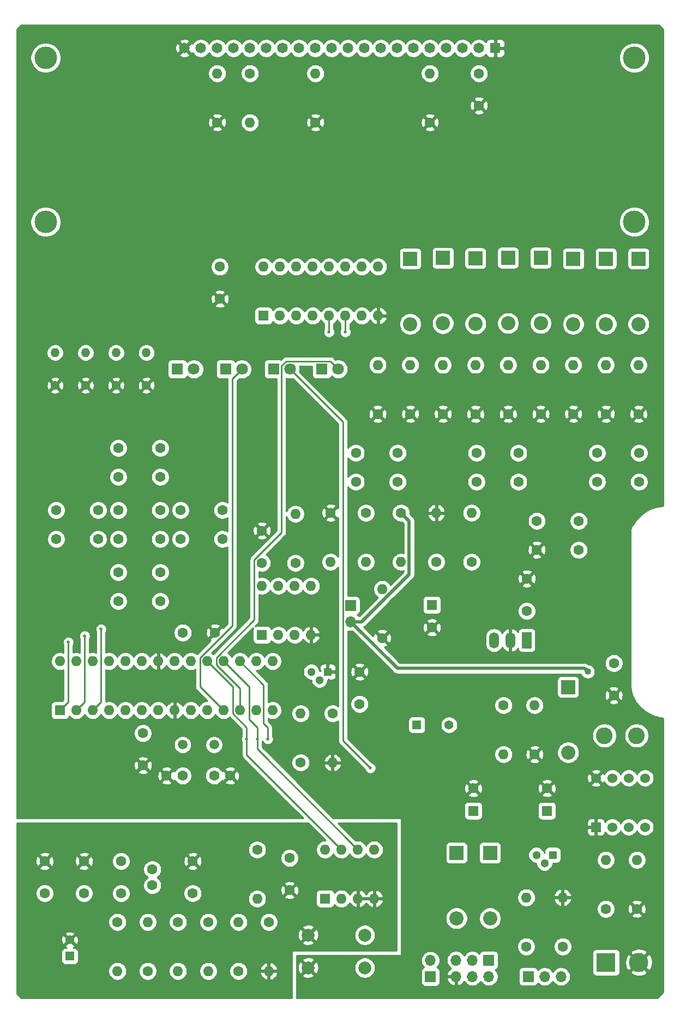
<source format=gbr>
%TF.GenerationSoftware,KiCad,Pcbnew,(5.1.9)-1*%
%TF.CreationDate,2021-03-12T00:20:13-08:00*%
%TF.ProjectId,ShotTimer,53686f74-5469-46d6-9572-2e6b69636164,rev?*%
%TF.SameCoordinates,Original*%
%TF.FileFunction,Copper,L2,Bot*%
%TF.FilePolarity,Positive*%
%FSLAX46Y46*%
G04 Gerber Fmt 4.6, Leading zero omitted, Abs format (unit mm)*
G04 Created by KiCad (PCBNEW (5.1.9)-1) date 2021-03-12 00:20:13*
%MOMM*%
%LPD*%
G01*
G04 APERTURE LIST*
%TA.AperFunction,ComponentPad*%
%ADD10R,1.600000X1.600000*%
%TD*%
%TA.AperFunction,ComponentPad*%
%ADD11O,1.600000X1.600000*%
%TD*%
%TA.AperFunction,ComponentPad*%
%ADD12C,1.600000*%
%TD*%
%TA.AperFunction,ComponentPad*%
%ADD13C,2.600000*%
%TD*%
%TA.AperFunction,ComponentPad*%
%ADD14R,1.300000X1.300000*%
%TD*%
%TA.AperFunction,ComponentPad*%
%ADD15C,1.300000*%
%TD*%
%TA.AperFunction,ComponentPad*%
%ADD16O,2.200000X2.200000*%
%TD*%
%TA.AperFunction,ComponentPad*%
%ADD17R,2.200000X2.200000*%
%TD*%
%TA.AperFunction,ComponentPad*%
%ADD18R,1.500000X2.500000*%
%TD*%
%TA.AperFunction,ComponentPad*%
%ADD19O,1.500000X2.500000*%
%TD*%
%TA.AperFunction,ComponentPad*%
%ADD20R,1.422400X1.422400*%
%TD*%
%TA.AperFunction,ComponentPad*%
%ADD21C,1.422400*%
%TD*%
%TA.AperFunction,ComponentPad*%
%ADD22C,2.000000*%
%TD*%
%TA.AperFunction,ComponentPad*%
%ADD23R,3.000000X3.000000*%
%TD*%
%TA.AperFunction,ComponentPad*%
%ADD24C,3.000000*%
%TD*%
%TA.AperFunction,ComponentPad*%
%ADD25R,1.700000X1.700000*%
%TD*%
%TA.AperFunction,ComponentPad*%
%ADD26O,1.700000X1.700000*%
%TD*%
%TA.AperFunction,ComponentPad*%
%ADD27C,1.800000*%
%TD*%
%TA.AperFunction,ComponentPad*%
%ADD28R,1.800000X1.800000*%
%TD*%
%TA.AperFunction,ComponentPad*%
%ADD29R,1.378000X1.378000*%
%TD*%
%TA.AperFunction,ComponentPad*%
%ADD30C,1.378000*%
%TD*%
%TA.AperFunction,ComponentPad*%
%ADD31O,1.400000X1.400000*%
%TD*%
%TA.AperFunction,ComponentPad*%
%ADD32C,1.400000*%
%TD*%
%TA.AperFunction,ComponentPad*%
%ADD33R,1.524000X1.524000*%
%TD*%
%TA.AperFunction,ComponentPad*%
%ADD34C,1.524000*%
%TD*%
%TA.AperFunction,ComponentPad*%
%ADD35C,1.500000*%
%TD*%
%TA.AperFunction,ComponentPad*%
%ADD36R,1.650000X1.650000*%
%TD*%
%TA.AperFunction,ComponentPad*%
%ADD37C,1.650000*%
%TD*%
%TA.AperFunction,ComponentPad*%
%ADD38C,3.500000*%
%TD*%
%TA.AperFunction,ViaPad*%
%ADD39C,2.032000*%
%TD*%
%TA.AperFunction,ViaPad*%
%ADD40C,1.778000*%
%TD*%
%TA.AperFunction,ViaPad*%
%ADD41C,0.762000*%
%TD*%
%TA.AperFunction,ViaPad*%
%ADD42C,0.508000*%
%TD*%
%TA.AperFunction,ViaPad*%
%ADD43C,1.016000*%
%TD*%
%TA.AperFunction,Conductor*%
%ADD44C,0.254000*%
%TD*%
%TA.AperFunction,Conductor*%
%ADD45C,0.508000*%
%TD*%
%TA.AperFunction,Conductor*%
%ADD46C,0.100000*%
%TD*%
G04 APERTURE END LIST*
D10*
%TO.P,U5,1*%
%TO.N,ISP_RESET*%
X41295320Y-136034780D03*
D11*
%TO.P,U5,15*%
%TO.N,SS_EEPROM*%
X74315320Y-128414780D03*
%TO.P,U5,2*%
%TO.N,RX*%
X43835320Y-136034780D03*
%TO.P,U5,16*%
%TO.N,Write_Protection*%
X71775320Y-128414780D03*
%TO.P,U5,3*%
%TO.N,TX*%
X46375320Y-136034780D03*
%TO.P,U5,17*%
%TO.N,MOSI*%
X69235320Y-128414780D03*
%TO.P,U5,4*%
%TO.N,SS_ADC*%
X48915320Y-136034780D03*
%TO.P,U5,18*%
%TO.N,MISO*%
X66695320Y-128414780D03*
%TO.P,U5,5*%
%TO.N,SS_DS*%
X51455320Y-136034780D03*
%TO.P,U5,19*%
%TO.N,SCK*%
X64155320Y-128414780D03*
%TO.P,U5,6*%
%TO.N,Net-(U5-Pad6)*%
X53995320Y-136034780D03*
%TO.P,U5,20*%
%TO.N,+5V*%
X61615320Y-128414780D03*
%TO.P,U5,7*%
X56535320Y-136034780D03*
%TO.P,U5,21*%
X59075320Y-128414780D03*
%TO.P,U5,8*%
%TO.N,GND*%
X59075320Y-136034780D03*
%TO.P,U5,22*%
X56535320Y-128414780D03*
%TO.P,U5,9*%
%TO.N,Net-(C15-Pad2)*%
X61615320Y-136034780D03*
%TO.P,U5,23*%
%TO.N,BUTTON_PUSHED*%
X53995320Y-128414780D03*
%TO.P,U5,10*%
%TO.N,Net-(C16-Pad2)*%
X64155320Y-136034780D03*
%TO.P,U5,24*%
%TO.N,S2*%
X51455320Y-128414780D03*
%TO.P,U5,11*%
%TO.N,ACTIVITY*%
X66695320Y-136034780D03*
%TO.P,U5,25*%
%TO.N,S1*%
X48915320Y-128414780D03*
%TO.P,U5,12*%
%TO.N,PGML1*%
X69235320Y-136034780D03*
%TO.P,U5,26*%
%TO.N,S0*%
X46375320Y-128414780D03*
%TO.P,U5,13*%
%TO.N,PGM_RF*%
X71775320Y-136034780D03*
%TO.P,U5,27*%
%TO.N,Y*%
X43835320Y-128414780D03*
%TO.P,U5,14*%
%TO.N,SPEAKER_PWM*%
X74315320Y-136034780D03*
%TO.P,U5,28*%
%TO.N,~Y*%
X41295320Y-128414780D03*
%TD*%
D12*
%TO.P,R15,1*%
%TO.N,+5V*%
X126029720Y-166883080D03*
D11*
%TO.P,R15,2*%
%TO.N,LBO*%
X126029720Y-159263080D03*
%TD*%
%TO.P,R6,2*%
%TO.N,Net-(R6-Pad2)*%
X130855720Y-159263080D03*
D12*
%TO.P,R6,1*%
%TO.N,GND*%
X130855720Y-166883080D03*
%TD*%
%TO.P,C2,1*%
%TO.N,GND*%
X65361820Y-123969780D03*
%TO.P,C2,2*%
%TO.N,+5V*%
X60361820Y-123969780D03*
%TD*%
%TO.P,C1,1*%
%TO.N,GND*%
X127274320Y-133710680D03*
%TO.P,C1,2*%
%TO.N,Net-(C1-Pad2)*%
X127274320Y-128710680D03*
%TD*%
D13*
%TO.P,L1,1*%
%TO.N,PWR*%
X130815720Y-139959080D03*
%TO.P,L1,2*%
%TO.N,Net-(D9-Pad2)*%
X125815720Y-139959080D03*
%TD*%
D14*
%TO.P,Q2,1*%
%TO.N,SYS_PWR*%
X117784452Y-158501080D03*
D15*
%TO.P,Q2,3*%
%TO.N,Net-(D11-Pad2)*%
X115244452Y-158501080D03*
%TO.P,Q2,2*%
%TO.N,Net-(Q2-Pad2)*%
X116514452Y-159771080D03*
%TD*%
D12*
%TO.P,C7,2*%
%TO.N,GND*%
X116885720Y-148143080D03*
D10*
%TO.P,C7,1*%
%TO.N,+5V*%
X116885720Y-151643080D03*
%TD*%
D16*
%TO.P,D11,2*%
%TO.N,Net-(D11-Pad2)*%
X108058386Y-168343580D03*
D17*
%TO.P,D11,1*%
%TO.N,PWR*%
X108058386Y-158183580D03*
%TD*%
D12*
%TO.P,R3,1*%
%TO.N,Net-(R3-Pad1)*%
X99707800Y-112984280D03*
D11*
%TO.P,R3,2*%
%TO.N,GND*%
X99707800Y-105364280D03*
%TD*%
D12*
%TO.P,R2,1*%
%TO.N,PGM_RF*%
X94239280Y-105364280D03*
D11*
%TO.P,R2,2*%
%TO.N,+5V*%
X94239280Y-112984280D03*
%TD*%
D18*
%TO.P,U2,1*%
%TO.N,+5V*%
X113761520Y-125138180D03*
D19*
%TO.P,U2,2*%
%TO.N,GND*%
X111221520Y-125138180D03*
%TO.P,U2,3*%
%TO.N,Net-(C1-Pad2)*%
X108681520Y-125138180D03*
%TD*%
D20*
%TO.P,BZ1,1*%
%TO.N,+5V*%
X96692720Y-138308080D03*
D21*
%TO.P,BZ1,2*%
%TO.N,Net-(BZ1-Pad2)*%
X101692720Y-138308080D03*
%TD*%
D12*
%TO.P,C3,2*%
%TO.N,GND*%
X66111120Y-72124580D03*
%TO.P,C3,1*%
%TO.N,+5V*%
X66111120Y-67124580D03*
%TD*%
%TO.P,C4,2*%
%TO.N,GND*%
X113774220Y-115591580D03*
%TO.P,C4,1*%
%TO.N,+5V*%
X113774220Y-120591580D03*
%TD*%
D10*
%TO.P,C5,1*%
%TO.N,PWR*%
X105455720Y-151643080D03*
D12*
%TO.P,C5,2*%
%TO.N,GND*%
X105455720Y-148143080D03*
%TD*%
D10*
%TO.P,C6,1*%
%TO.N,Net-(C1-Pad2)*%
X99029520Y-119664480D03*
D12*
%TO.P,C6,2*%
%TO.N,GND*%
X99029520Y-123164480D03*
%TD*%
%TO.P,C9,1*%
%TO.N,GND*%
X87802720Y-130053080D03*
%TO.P,C9,2*%
%TO.N,+5V*%
X87802720Y-135053080D03*
%TD*%
%TO.P,C13,1*%
%TO.N,+5V*%
X54173120Y-139603480D03*
%TO.P,C13,2*%
%TO.N,GND*%
X54173120Y-144603480D03*
%TD*%
%TO.P,C14,1*%
%TO.N,+5VA*%
X76938270Y-158985580D03*
%TO.P,C14,2*%
%TO.N,GNDA*%
X76938270Y-163985580D03*
%TD*%
%TO.P,C15,1*%
%TO.N,GND*%
X57828180Y-146197320D03*
%TO.P,C15,2*%
%TO.N,Net-(C15-Pad2)*%
X60328180Y-146197320D03*
%TD*%
%TO.P,C16,2*%
%TO.N,Net-(C16-Pad2)*%
X65211320Y-146197320D03*
%TO.P,C16,1*%
%TO.N,GND*%
X67711320Y-146197320D03*
%TD*%
%TO.P,C17,1*%
%TO.N,GND*%
X72638920Y-108120180D03*
%TO.P,C17,2*%
%TO.N,+5V*%
X72638920Y-113120180D03*
%TD*%
%TO.P,C21,2*%
%TO.N,GND*%
X106344720Y-42089080D03*
%TO.P,C21,1*%
%TO.N,+5V*%
X106344720Y-37089080D03*
%TD*%
%TO.P,C22,2*%
%TO.N,GNDA*%
X38907720Y-159470080D03*
%TO.P,C22,1*%
%TO.N,Net-(C22-Pad1)*%
X38907720Y-164470080D03*
%TD*%
%TO.P,C23,1*%
%TO.N,Net-(C23-Pad1)*%
X50772052Y-159470080D03*
%TO.P,C23,2*%
%TO.N,Net-(C23-Pad2)*%
X50772052Y-164470080D03*
%TD*%
%TO.P,C24,2*%
%TO.N,GNDA*%
X45014886Y-159470080D03*
%TO.P,C24,1*%
%TO.N,Net-(C24-Pad1)*%
X45014886Y-164470080D03*
%TD*%
%TO.P,C25,2*%
%TO.N,Net-(C25-Pad2)*%
X55629220Y-160720080D03*
%TO.P,C25,1*%
%TO.N,MIC_AMP_OUT*%
X55629220Y-163220080D03*
%TD*%
%TO.P,C26,2*%
%TO.N,GNDA*%
X61894720Y-159470080D03*
%TO.P,C26,1*%
%TO.N,+5VA*%
X61894720Y-164470080D03*
%TD*%
D16*
%TO.P,D1,2*%
%TO.N,Net-(D1-Pad2)*%
X105800434Y-75976480D03*
D17*
%TO.P,D1,1*%
%TO.N,BUTTON_PUSHED*%
X105800434Y-65816480D03*
%TD*%
%TO.P,D2,1*%
%TO.N,BUTTON_PUSHED*%
X95676720Y-65867280D03*
D16*
%TO.P,D2,2*%
%TO.N,Net-(D2-Pad2)*%
X95676720Y-76027280D03*
%TD*%
%TO.P,D3,2*%
%TO.N,Net-(D3-Pad2)*%
X110862291Y-75900280D03*
D17*
%TO.P,D3,1*%
%TO.N,BUTTON_PUSHED*%
X110862291Y-65740280D03*
%TD*%
D16*
%TO.P,D4,2*%
%TO.N,Net-(D4-Pad2)*%
X115924148Y-75900280D03*
D17*
%TO.P,D4,1*%
%TO.N,BUTTON_PUSHED*%
X115924148Y-65740280D03*
%TD*%
%TO.P,D5,1*%
%TO.N,BUTTON_PUSHED*%
X100738577Y-65765680D03*
D16*
%TO.P,D5,2*%
%TO.N,Net-(D5-Pad2)*%
X100738577Y-75925680D03*
%TD*%
D17*
%TO.P,D6,1*%
%TO.N,BUTTON_PUSHED*%
X120986005Y-65867280D03*
D16*
%TO.P,D6,2*%
%TO.N,Net-(D6-Pad2)*%
X120986005Y-76027280D03*
%TD*%
%TO.P,D7,2*%
%TO.N,Net-(D7-Pad2)*%
X126047862Y-76027280D03*
D17*
%TO.P,D7,1*%
%TO.N,BUTTON_PUSHED*%
X126047862Y-65867280D03*
%TD*%
%TO.P,D8,1*%
%TO.N,BUTTON_PUSHED*%
X131109720Y-65867280D03*
D16*
%TO.P,D8,2*%
%TO.N,Net-(D8-Pad2)*%
X131109720Y-76027280D03*
%TD*%
D17*
%TO.P,D9,1*%
%TO.N,+5V*%
X120187720Y-132420080D03*
D16*
%TO.P,D9,2*%
%TO.N,Net-(D9-Pad2)*%
X120187720Y-142580080D03*
%TD*%
D17*
%TO.P,D10,1*%
%TO.N,PWR*%
X102852220Y-158183580D03*
D16*
%TO.P,D10,2*%
%TO.N,Net-(D10-Pad2)*%
X102852220Y-168343580D03*
%TD*%
D22*
%TO.P,FB1,1*%
%TO.N,+5VA*%
X88619100Y-170957240D03*
%TO.P,FB1,2*%
%TO.N,+5V*%
X88619100Y-176037240D03*
%TD*%
%TO.P,FB2,2*%
%TO.N,GND*%
X79822040Y-176022000D03*
%TO.P,FB2,1*%
%TO.N,GNDA*%
X79822040Y-170942000D03*
%TD*%
D23*
%TO.P,J1,1*%
%TO.N,SYS_PWR*%
X126080520Y-175198680D03*
D24*
%TO.P,J1,2*%
%TO.N,GND*%
X131160520Y-175198680D03*
%TD*%
D25*
%TO.P,J2,1*%
%TO.N,MISO*%
X107858386Y-174848680D03*
D26*
%TO.P,J2,2*%
%TO.N,/ISP_PWR*%
X107858386Y-177388680D03*
%TO.P,J2,3*%
%TO.N,SCK*%
X105318386Y-174848680D03*
%TO.P,J2,4*%
%TO.N,MOSI*%
X105318386Y-177388680D03*
%TO.P,J2,5*%
%TO.N,ISP_RESET*%
X102778386Y-174848680D03*
%TO.P,J2,6*%
%TO.N,GND*%
X102778386Y-177388680D03*
%TD*%
%TO.P,J3,2*%
%TO.N,TX*%
X98800920Y-174884080D03*
D25*
%TO.P,J3,1*%
%TO.N,RX*%
X98800920Y-177424080D03*
%TD*%
%TO.P,JP1,1*%
%TO.N,Net-(JP1-Pad1)*%
X86418420Y-119728680D03*
D26*
%TO.P,JP1,2*%
%TO.N,PGM_RF*%
X86418420Y-122268680D03*
%TD*%
D25*
%TO.P,JP2,1*%
%TO.N,/ISP_PWR*%
X113989452Y-177398680D03*
D26*
%TO.P,JP2,2*%
%TO.N,Net-(D10-Pad2)*%
X116529452Y-177398680D03*
%TO.P,JP2,3*%
%TO.N,Net-(JP2-Pad3)*%
X119069452Y-177398680D03*
%TD*%
D27*
%TO.P,LED1,2*%
%TO.N,+5V*%
X62067432Y-83024980D03*
D28*
%TO.P,LED1,1*%
%TO.N,Net-(LED1-Pad1)*%
X59527432Y-83024980D03*
%TD*%
%TO.P,LED2,1*%
%TO.N,Net-(LED2-Pad1)*%
X66998420Y-83024980D03*
D27*
%TO.P,LED2,2*%
%TO.N,ACTIVITY*%
X69538420Y-83024980D03*
%TD*%
%TO.P,LED3,2*%
%TO.N,LBO*%
X77009408Y-83024980D03*
D28*
%TO.P,LED3,1*%
%TO.N,Net-(LED3-Pad1)*%
X74469408Y-83024980D03*
%TD*%
%TO.P,LED4,1*%
%TO.N,Net-(LED4-Pad1)*%
X81940400Y-83024980D03*
D27*
%TO.P,LED4,2*%
%TO.N,PGML1*%
X84480400Y-83024980D03*
%TD*%
D29*
%TO.P,MK1,1*%
%TO.N,Net-(C23-Pad2)*%
X42812720Y-174236380D03*
D30*
%TO.P,MK1,2*%
%TO.N,GNDA*%
X42812720Y-171696380D03*
%TD*%
D15*
%TO.P,Q1,2*%
%TO.N,SPEAKER_PWM*%
X81579720Y-131323080D03*
%TO.P,Q1,3*%
%TO.N,Net-(BZ1-Pad2)*%
X80309720Y-130053080D03*
D14*
%TO.P,Q1,1*%
%TO.N,GND*%
X82849720Y-130053080D03*
%TD*%
D11*
%TO.P,R1,2*%
%TO.N,Net-(JP1-Pad1)*%
X91333320Y-117193680D03*
D12*
%TO.P,R1,1*%
%TO.N,GND*%
X91333320Y-124813680D03*
%TD*%
D11*
%TO.P,R4,2*%
%TO.N,PWR*%
X110154720Y-142880080D03*
D12*
%TO.P,R4,1*%
%TO.N,Net-(R4-Pad1)*%
X110154720Y-135260080D03*
%TD*%
%TO.P,R5,1*%
%TO.N,GND*%
X114980720Y-142880080D03*
D11*
%TO.P,R5,2*%
%TO.N,Net-(R4-Pad1)*%
X114980720Y-135260080D03*
%TD*%
%TO.P,R7,2*%
%TO.N,Net-(D1-Pad2)*%
X105800434Y-82377280D03*
D12*
%TO.P,R7,1*%
%TO.N,GND*%
X105800434Y-89997280D03*
%TD*%
%TO.P,R8,1*%
%TO.N,GND*%
X95676720Y-89997280D03*
D11*
%TO.P,R8,2*%
%TO.N,Net-(D2-Pad2)*%
X95676720Y-82377280D03*
%TD*%
%TO.P,R9,2*%
%TO.N,Net-(D3-Pad2)*%
X110862291Y-82377280D03*
D12*
%TO.P,R9,1*%
%TO.N,GND*%
X110862291Y-89997280D03*
%TD*%
%TO.P,R10,1*%
%TO.N,GND*%
X115924148Y-89997280D03*
D11*
%TO.P,R10,2*%
%TO.N,Net-(D4-Pad2)*%
X115924148Y-82377280D03*
%TD*%
D12*
%TO.P,R11,1*%
%TO.N,GND*%
X100738577Y-89997280D03*
D11*
%TO.P,R11,2*%
%TO.N,Net-(D5-Pad2)*%
X100738577Y-82377280D03*
%TD*%
D12*
%TO.P,R12,1*%
%TO.N,GND*%
X120986005Y-89997280D03*
D11*
%TO.P,R12,2*%
%TO.N,Net-(D6-Pad2)*%
X120986005Y-82377280D03*
%TD*%
%TO.P,R13,2*%
%TO.N,Net-(D7-Pad2)*%
X126047862Y-82377280D03*
D12*
%TO.P,R13,1*%
%TO.N,GND*%
X126047862Y-89997280D03*
%TD*%
%TO.P,R14,1*%
%TO.N,GND*%
X131109720Y-89997280D03*
D11*
%TO.P,R14,2*%
%TO.N,Net-(D8-Pad2)*%
X131109720Y-82377280D03*
%TD*%
%TO.P,R16,2*%
%TO.N,GND*%
X83611720Y-144150080D03*
D12*
%TO.P,R16,1*%
%TO.N,SPEAKER_PWM*%
X83611720Y-136530080D03*
%TD*%
%TO.P,R17,1*%
%TO.N,+5V*%
X78658720Y-144150080D03*
D11*
%TO.P,R17,2*%
%TO.N,Net-(BZ1-Pad2)*%
X78658720Y-136530080D03*
%TD*%
%TO.P,R18,2*%
%TO.N,ISP_RESET*%
X105176320Y-105364280D03*
D12*
%TO.P,R18,1*%
%TO.N,+5V*%
X105176320Y-112984280D03*
%TD*%
D11*
%TO.P,R19,2*%
%TO.N,GND*%
X119339452Y-165105080D03*
D12*
%TO.P,R19,1*%
%TO.N,Net-(JP2-Pad3)*%
X119339452Y-172725080D03*
%TD*%
%TO.P,R20,1*%
%TO.N,Net-(D10-Pad2)*%
X113689452Y-172725080D03*
D11*
%TO.P,R20,2*%
%TO.N,Net-(Q2-Pad2)*%
X113689452Y-165105080D03*
%TD*%
D31*
%TO.P,R21,2*%
%TO.N,Net-(LED1-Pad1)*%
X40543480Y-80484980D03*
D32*
%TO.P,R21,1*%
%TO.N,GND*%
X40543480Y-85564980D03*
%TD*%
%TO.P,R22,1*%
%TO.N,GND*%
X45264493Y-85564980D03*
D31*
%TO.P,R22,2*%
%TO.N,Net-(LED2-Pad1)*%
X45264493Y-80484980D03*
%TD*%
D32*
%TO.P,R23,1*%
%TO.N,GND*%
X54706520Y-85564980D03*
D31*
%TO.P,R23,2*%
%TO.N,Net-(LED3-Pad1)*%
X54706520Y-80484980D03*
%TD*%
%TO.P,R24,2*%
%TO.N,Net-(LED4-Pad1)*%
X49985506Y-80484980D03*
D32*
%TO.P,R24,1*%
%TO.N,GND*%
X49985506Y-85564980D03*
%TD*%
D12*
%TO.P,R25,1*%
%TO.N,+5V*%
X88770760Y-105364280D03*
D11*
%TO.P,R25,2*%
%TO.N,Net-(R25-Pad2)*%
X88770760Y-112984280D03*
%TD*%
%TO.P,R26,2*%
%TO.N,Write_Protection*%
X83302240Y-112984280D03*
D12*
%TO.P,R26,1*%
%TO.N,GND*%
X83302240Y-105364280D03*
%TD*%
%TO.P,R27,1*%
%TO.N,SS_EEPROM*%
X77833720Y-113136680D03*
D11*
%TO.P,R27,2*%
%TO.N,+5V*%
X77833720Y-105516680D03*
%TD*%
D12*
%TO.P,R28,1*%
%TO.N,SS_ADC*%
X71897240Y-157675580D03*
D11*
%TO.P,R28,2*%
%TO.N,+5VA*%
X71897240Y-165295580D03*
%TD*%
%TO.P,R29,2*%
%TO.N,Net-(C23-Pad2)*%
X50210720Y-176540160D03*
D12*
%TO.P,R29,1*%
%TO.N,Net-(C22-Pad1)*%
X50210720Y-168920160D03*
%TD*%
D11*
%TO.P,R30,2*%
%TO.N,Net-(C22-Pad1)*%
X54909720Y-168920160D03*
D12*
%TO.P,R30,1*%
%TO.N,+5VA*%
X54909720Y-176540160D03*
%TD*%
%TO.P,R31,1*%
%TO.N,Net-(DS1-Pad16)*%
X70784720Y-37089080D03*
D11*
%TO.P,R31,2*%
%TO.N,+5V*%
X70784720Y-44709080D03*
%TD*%
%TO.P,R32,2*%
%TO.N,Net-(DS1-Pad17)*%
X65704720Y-37089080D03*
D12*
%TO.P,R32,1*%
%TO.N,GND*%
X65704720Y-44709080D03*
%TD*%
%TO.P,R33,1*%
%TO.N,+5VA*%
X69006720Y-176540160D03*
D11*
%TO.P,R33,2*%
%TO.N,Net-(C23-Pad1)*%
X69006720Y-168920160D03*
%TD*%
D12*
%TO.P,R34,1*%
%TO.N,Net-(C23-Pad1)*%
X73705720Y-168920160D03*
D11*
%TO.P,R34,2*%
%TO.N,GNDA*%
X73705720Y-176540160D03*
%TD*%
D12*
%TO.P,R35,1*%
%TO.N,GND*%
X98724720Y-44709080D03*
D11*
%TO.P,R35,2*%
%TO.N,Net-(DS1-Pad4)*%
X98724720Y-37089080D03*
%TD*%
%TO.P,R36,2*%
%TO.N,Net-(DS1-Pad10)*%
X80944720Y-37089080D03*
D12*
%TO.P,R36,1*%
%TO.N,GND*%
X80944720Y-44709080D03*
%TD*%
%TO.P,R37,1*%
%TO.N,Net-(C24-Pad1)*%
X59608720Y-168920160D03*
D11*
%TO.P,R37,2*%
%TO.N,Net-(C25-Pad2)*%
X59608720Y-176540160D03*
%TD*%
D12*
%TO.P,R38,1*%
%TO.N,MIC_AMP_OUT*%
X64307720Y-168920160D03*
D11*
%TO.P,R38,2*%
%TO.N,Net-(C25-Pad2)*%
X64307720Y-176540160D03*
%TD*%
D33*
%TO.P,U4,1*%
%TO.N,GND*%
X124505720Y-154183080D03*
D34*
%TO.P,U4,2*%
%TO.N,LBO*%
X127045720Y-154183080D03*
%TO.P,U4,3*%
%TO.N,Net-(R6-Pad2)*%
X129585720Y-154183080D03*
%TO.P,U4,4*%
%TO.N,+5V*%
X132125720Y-154183080D03*
%TO.P,U4,5*%
%TO.N,Net-(R4-Pad1)*%
X132125720Y-146563080D03*
%TO.P,U4,6*%
%TO.N,PWR*%
X129585720Y-146563080D03*
%TO.P,U4,7*%
%TO.N,Net-(D9-Pad2)*%
X127045720Y-146563080D03*
%TO.P,U4,8*%
%TO.N,GND*%
X124505720Y-146563080D03*
%TD*%
D10*
%TO.P,U6,1*%
%TO.N,+5VA*%
X82456020Y-165285580D03*
D11*
%TO.P,U6,5*%
%TO.N,SS_ADC*%
X90076020Y-157665580D03*
%TO.P,U6,2*%
%TO.N,MIC_AMP_OUT*%
X84996020Y-165285580D03*
%TO.P,U6,6*%
%TO.N,MISO*%
X87536020Y-157665580D03*
%TO.P,U6,3*%
%TO.N,GNDA*%
X87536020Y-165285580D03*
%TO.P,U6,7*%
%TO.N,SCK*%
X84996020Y-157665580D03*
%TO.P,U6,4*%
%TO.N,GNDA*%
X90076020Y-165285580D03*
%TO.P,U6,8*%
%TO.N,+5VA*%
X82456020Y-157665580D03*
%TD*%
D10*
%TO.P,U7,1*%
%TO.N,SS_EEPROM*%
X72651620Y-124312680D03*
D11*
%TO.P,U7,5*%
%TO.N,MOSI*%
X80271620Y-116692680D03*
%TO.P,U7,2*%
%TO.N,MISO*%
X75191620Y-124312680D03*
%TO.P,U7,6*%
%TO.N,SCK*%
X77731620Y-116692680D03*
%TO.P,U7,3*%
%TO.N,Write_Protection*%
X77731620Y-124312680D03*
%TO.P,U7,7*%
%TO.N,Net-(R25-Pad2)*%
X75191620Y-116692680D03*
%TO.P,U7,4*%
%TO.N,GND*%
X80271620Y-124312680D03*
%TO.P,U7,8*%
%TO.N,+5V*%
X72651620Y-116692680D03*
%TD*%
D35*
%TO.P,Y1,1*%
%TO.N,Net-(C15-Pad2)*%
X60332620Y-141368780D03*
%TO.P,Y1,2*%
%TO.N,Net-(C16-Pad2)*%
X65212620Y-141368780D03*
%TD*%
D12*
%TO.P,R39,1*%
%TO.N,GND*%
X90609420Y-89997280D03*
D11*
%TO.P,R39,2*%
%TO.N,Net-(R39-Pad2)*%
X90609420Y-82377280D03*
%TD*%
D10*
%TO.P,U1,1*%
%TO.N,Net-(D3-Pad2)*%
X72905620Y-74747280D03*
D11*
%TO.P,U1,9*%
%TO.N,S2*%
X90685620Y-67127280D03*
%TO.P,U1,2*%
%TO.N,Net-(D1-Pad2)*%
X75445620Y-74747280D03*
%TO.P,U1,10*%
%TO.N,S1*%
X88145620Y-67127280D03*
%TO.P,U1,3*%
%TO.N,Net-(D5-Pad2)*%
X77985620Y-74747280D03*
%TO.P,U1,11*%
%TO.N,S0*%
X85605620Y-67127280D03*
%TO.P,U1,4*%
%TO.N,Net-(D2-Pad2)*%
X80525620Y-74747280D03*
%TO.P,U1,12*%
%TO.N,Net-(D8-Pad2)*%
X83065620Y-67127280D03*
%TO.P,U1,5*%
%TO.N,Y*%
X83065620Y-74747280D03*
%TO.P,U1,13*%
%TO.N,Net-(D7-Pad2)*%
X80525620Y-67127280D03*
%TO.P,U1,6*%
%TO.N,~Y*%
X85605620Y-74747280D03*
%TO.P,U1,14*%
%TO.N,Net-(D6-Pad2)*%
X77985620Y-67127280D03*
%TO.P,U1,7*%
%TO.N,Net-(R39-Pad2)*%
X88145620Y-74747280D03*
%TO.P,U1,15*%
%TO.N,Net-(D4-Pad2)*%
X75445620Y-67127280D03*
%TO.P,U1,8*%
%TO.N,GND*%
X90685620Y-74747280D03*
%TO.P,U1,16*%
%TO.N,+5V*%
X72905620Y-67127280D03*
%TD*%
D12*
%TO.P,SW1,1*%
%TO.N,N/C*%
X50344000Y-104943080D03*
%TO.P,SW1,3*%
X50344000Y-109443080D03*
%TO.P,SW1,2*%
%TO.N,Net-(D1-Pad2)*%
X56844000Y-104943080D03*
%TO.P,SW1,4*%
%TO.N,+5V*%
X56844000Y-109443080D03*
%TD*%
%TO.P,SW2,1*%
%TO.N,N/C*%
X50344000Y-95291080D03*
%TO.P,SW2,3*%
X50344000Y-99791080D03*
%TO.P,SW2,2*%
%TO.N,Net-(D2-Pad2)*%
X56844000Y-95291080D03*
%TO.P,SW2,4*%
%TO.N,+5V*%
X56844000Y-99791080D03*
%TD*%
%TO.P,SW3,4*%
%TO.N,+5V*%
X66496000Y-109443080D03*
%TO.P,SW3,2*%
%TO.N,Net-(D3-Pad2)*%
X66496000Y-104943080D03*
%TO.P,SW3,3*%
%TO.N,N/C*%
X59996000Y-109443080D03*
%TO.P,SW3,1*%
X59996000Y-104943080D03*
%TD*%
%TO.P,SW4,1*%
%TO.N,N/C*%
X50344000Y-114595080D03*
%TO.P,SW4,3*%
X50344000Y-119095080D03*
%TO.P,SW4,2*%
%TO.N,Net-(D4-Pad2)*%
X56844000Y-114595080D03*
%TO.P,SW4,4*%
%TO.N,+5V*%
X56844000Y-119095080D03*
%TD*%
%TO.P,SW5,1*%
%TO.N,N/C*%
X40692000Y-104943080D03*
%TO.P,SW5,3*%
X40692000Y-109443080D03*
%TO.P,SW5,2*%
%TO.N,Net-(D5-Pad2)*%
X47192000Y-104943080D03*
%TO.P,SW5,4*%
%TO.N,+5V*%
X47192000Y-109443080D03*
%TD*%
%TO.P,SW6,4*%
%TO.N,+5V*%
X93719720Y-100553080D03*
%TO.P,SW6,2*%
%TO.N,Net-(D6-Pad2)*%
X93719720Y-96053080D03*
%TO.P,SW6,3*%
%TO.N,N/C*%
X87219720Y-100553080D03*
%TO.P,SW6,1*%
X87219720Y-96053080D03*
%TD*%
%TO.P,SW7,4*%
%TO.N,+5V*%
X112452220Y-100553080D03*
%TO.P,SW7,2*%
%TO.N,Net-(D7-Pad2)*%
X112452220Y-96053080D03*
%TO.P,SW7,3*%
%TO.N,N/C*%
X105952220Y-100553080D03*
%TO.P,SW7,1*%
X105952220Y-96053080D03*
%TD*%
%TO.P,SW8,4*%
%TO.N,+5V*%
X131184720Y-100553080D03*
%TO.P,SW8,2*%
%TO.N,Net-(D8-Pad2)*%
X131184720Y-96053080D03*
%TO.P,SW8,3*%
%TO.N,N/C*%
X124684720Y-100553080D03*
%TO.P,SW8,1*%
X124684720Y-96053080D03*
%TD*%
%TO.P,SW9,4*%
%TO.N,N/C*%
X121824820Y-111106780D03*
%TO.P,SW9,2*%
X121824820Y-106606780D03*
%TO.P,SW9,3*%
%TO.N,GND*%
X115324820Y-111106780D03*
%TO.P,SW9,1*%
%TO.N,ISP_RESET*%
X115324820Y-106606780D03*
%TD*%
D36*
%TO.P,DS1,1*%
%TO.N,GND*%
X108884974Y-33176880D03*
D37*
%TO.P,DS1,2*%
%TO.N,+5V*%
X106344974Y-33176880D03*
%TO.P,DS1,3*%
X103804974Y-33176880D03*
%TO.P,DS1,4*%
%TO.N,Net-(DS1-Pad4)*%
X101264974Y-33176880D03*
%TO.P,DS1,5*%
X98724974Y-33176880D03*
%TO.P,DS1,6*%
X96184974Y-33176880D03*
%TO.P,DS1,7*%
%TO.N,SCK*%
X93644974Y-33176880D03*
%TO.P,DS1,8*%
%TO.N,MOSI*%
X91104974Y-33176880D03*
%TO.P,DS1,9*%
%TO.N,MISO*%
X88564974Y-33176880D03*
%TO.P,DS1,10*%
%TO.N,Net-(DS1-Pad10)*%
X86024974Y-33176880D03*
%TO.P,DS1,11*%
X83484974Y-33176880D03*
%TO.P,DS1,12*%
X80944974Y-33176880D03*
%TO.P,DS1,13*%
X78404974Y-33176880D03*
%TO.P,DS1,14*%
X75864974Y-33176880D03*
%TO.P,DS1,15*%
%TO.N,SS_DS*%
X73324974Y-33176880D03*
%TO.P,DS1,16*%
%TO.N,Net-(DS1-Pad16)*%
X70784974Y-33176880D03*
%TO.P,DS1,17*%
%TO.N,Net-(DS1-Pad17)*%
X68244974Y-33176880D03*
%TO.P,DS1,18*%
X65704974Y-33176880D03*
%TO.P,DS1,19*%
X63164974Y-33176880D03*
%TO.P,DS1,20*%
%TO.N,GND*%
X60624974Y-33176880D03*
D38*
%TO.P,DS1,P1*%
%TO.N,N/C*%
X39054974Y-34676880D03*
%TO.P,DS1,P2*%
X39054974Y-60176880D03*
%TO.P,DS1,P3*%
X130454974Y-34676880D03*
%TO.P,DS1,P4*%
X130454974Y-60176880D03*
%TD*%
D39*
%TO.N,GND*%
X126283720Y-112806480D03*
D40*
X119451120Y-126954280D03*
D41*
%TO.N,GNDA*%
X67228720Y-164190680D03*
D42*
%TO.N,MISO*%
X71915020Y-140467080D03*
%TO.N,SCK*%
X70276720Y-140467080D03*
%TO.N,MOSI*%
X73553320Y-140467080D03*
%TO.N,ISP_RESET*%
X42590720Y-125455680D03*
%TO.N,TX*%
X47670720Y-123423680D03*
%TO.N,RX*%
X45130720Y-124465080D03*
%TO.N,LBO*%
X89479120Y-145013680D03*
D43*
%TO.N,PGM_RF*%
X123235720Y-130027680D03*
D42*
%TO.N,Y*%
X83065620Y-77271880D03*
%TO.N,~Y*%
X85605620Y-77271880D03*
%TD*%
D44*
%TO.N,MISO*%
X70645119Y-132364579D02*
X66695320Y-128414780D01*
X70645119Y-137419179D02*
X70645119Y-132364579D01*
X87536020Y-157665580D02*
X71915020Y-142044580D01*
X71915020Y-142044580D02*
X71915020Y-140467080D01*
X71915020Y-138689080D02*
X70645119Y-137419179D01*
X71915020Y-140467080D02*
X71915020Y-138689080D01*
%TO.N,SCK*%
X68105119Y-132364579D02*
X64155320Y-128414780D01*
X68105119Y-136517479D02*
X68105119Y-132364579D01*
X84996020Y-157665580D02*
X70276720Y-142946280D01*
X70276720Y-142946280D02*
X70276720Y-140467080D01*
X70276720Y-138689080D02*
X68105119Y-136517479D01*
X70276720Y-140467080D02*
X70276720Y-138689080D01*
%TO.N,MOSI*%
X72905521Y-132084981D02*
X69235320Y-128414780D01*
X72905521Y-138041281D02*
X72905521Y-132084981D01*
X73553320Y-138689080D02*
X72905521Y-138041281D01*
X73553320Y-140467080D02*
X73553320Y-138689080D01*
%TO.N,ISP_RESET*%
X42590720Y-134739380D02*
X41295320Y-136034780D01*
X42590720Y-125455680D02*
X42590720Y-134739380D01*
%TO.N,TX*%
X47670720Y-134739380D02*
X46375320Y-136034780D01*
X47670720Y-123423680D02*
X47670720Y-134739380D01*
%TO.N,RX*%
X45130720Y-134739380D02*
X43835320Y-136034780D01*
X45130720Y-124465080D02*
X45130720Y-134739380D01*
%TO.N,LBO*%
X85238219Y-140772779D02*
X85238219Y-91253791D01*
X85238219Y-91253791D02*
X77009408Y-83024980D01*
X89479120Y-145013680D02*
X85238219Y-140772779D01*
%TO.N,ACTIVITY*%
X63025119Y-127906681D02*
X68016120Y-122915680D01*
X63025119Y-132364579D02*
X63025119Y-127906681D01*
X66695320Y-136034780D02*
X63025119Y-132364579D01*
X68016120Y-84547280D02*
X69538420Y-83024980D01*
X68016120Y-122915680D02*
X68016120Y-84547280D01*
%TO.N,PGML1*%
X75699609Y-108386793D02*
X71470520Y-112615882D01*
X75699609Y-82514081D02*
X75699609Y-108386793D01*
X76418911Y-81794779D02*
X75699609Y-82514081D01*
X83250199Y-81794779D02*
X76418911Y-81794779D01*
X84480400Y-83024980D02*
X83250199Y-81794779D01*
X69235320Y-132627478D02*
X69235320Y-136034780D01*
X65565119Y-128957277D02*
X69235320Y-132627478D01*
X65565119Y-127872283D02*
X65565119Y-128957277D01*
X71470520Y-121966882D02*
X65565119Y-127872283D01*
X71470520Y-112615882D02*
X71470520Y-121966882D01*
D45*
%TO.N,PGM_RF*%
X93669421Y-129519681D02*
X86418420Y-122268680D01*
X122727721Y-129519681D02*
X93669421Y-129519681D01*
X123235720Y-130027680D02*
X122727721Y-129519681D01*
X95496481Y-106621481D02*
X94239280Y-105364280D01*
X95496481Y-114891177D02*
X95496481Y-106621481D01*
X88118978Y-122268680D02*
X95496481Y-114891177D01*
X86418420Y-122268680D02*
X88118978Y-122268680D01*
D44*
%TO.N,Y*%
X83065620Y-77271880D02*
X83065620Y-74747280D01*
%TO.N,~Y*%
X85605620Y-77271880D02*
X85605620Y-74747280D01*
%TD*%
%TO.N,GNDA*%
X82483390Y-156230580D02*
X82314685Y-156230580D01*
X82037446Y-156285727D01*
X81776293Y-156393900D01*
X81541261Y-156550943D01*
X81341383Y-156750821D01*
X81184340Y-156985853D01*
X81076167Y-157247006D01*
X81021020Y-157524245D01*
X81021020Y-157806915D01*
X81076167Y-158084154D01*
X81184340Y-158345307D01*
X81341383Y-158580339D01*
X81541261Y-158780217D01*
X81776293Y-158937260D01*
X82037446Y-159045433D01*
X82314685Y-159100580D01*
X82597355Y-159100580D01*
X82874594Y-159045433D01*
X83135747Y-158937260D01*
X83370779Y-158780217D01*
X83570657Y-158580339D01*
X83726020Y-158347821D01*
X83881383Y-158580339D01*
X84081261Y-158780217D01*
X84316293Y-158937260D01*
X84577446Y-159045433D01*
X84854685Y-159100580D01*
X85137355Y-159100580D01*
X85414594Y-159045433D01*
X85675747Y-158937260D01*
X85910779Y-158780217D01*
X86110657Y-158580339D01*
X86266020Y-158347821D01*
X86421383Y-158580339D01*
X86621261Y-158780217D01*
X86856293Y-158937260D01*
X87117446Y-159045433D01*
X87394685Y-159100580D01*
X87677355Y-159100580D01*
X87954594Y-159045433D01*
X88215747Y-158937260D01*
X88450779Y-158780217D01*
X88650657Y-158580339D01*
X88806020Y-158347821D01*
X88961383Y-158580339D01*
X89161261Y-158780217D01*
X89396293Y-158937260D01*
X89657446Y-159045433D01*
X89934685Y-159100580D01*
X90217355Y-159100580D01*
X90494594Y-159045433D01*
X90755747Y-158937260D01*
X90990779Y-158780217D01*
X91190657Y-158580339D01*
X91347700Y-158345307D01*
X91455873Y-158084154D01*
X91511020Y-157806915D01*
X91511020Y-157524245D01*
X91455873Y-157247006D01*
X91347700Y-156985853D01*
X91190657Y-156750821D01*
X90990779Y-156550943D01*
X90755747Y-156393900D01*
X90494594Y-156285727D01*
X90217355Y-156230580D01*
X89934685Y-156230580D01*
X89657446Y-156285727D01*
X89396293Y-156393900D01*
X89161261Y-156550943D01*
X88961383Y-156750821D01*
X88806020Y-156983339D01*
X88650657Y-156750821D01*
X88450779Y-156550943D01*
X88215747Y-156393900D01*
X87954594Y-156285727D01*
X87677355Y-156230580D01*
X87394685Y-156230580D01*
X87214494Y-156266423D01*
X84496151Y-153548080D01*
X93517720Y-153548080D01*
X93517720Y-173360080D01*
X77388720Y-173360080D01*
X77363944Y-173362520D01*
X77340119Y-173369747D01*
X77318163Y-173381483D01*
X77298917Y-173397277D01*
X77283123Y-173416523D01*
X77271387Y-173438479D01*
X77264160Y-173462304D01*
X77261720Y-173487080D01*
X77261720Y-180701080D01*
X35256999Y-180701080D01*
X35251818Y-180700572D01*
X34614720Y-180063474D01*
X34614720Y-176398825D01*
X48775720Y-176398825D01*
X48775720Y-176681495D01*
X48830867Y-176958734D01*
X48939040Y-177219887D01*
X49096083Y-177454919D01*
X49295961Y-177654797D01*
X49530993Y-177811840D01*
X49792146Y-177920013D01*
X50069385Y-177975160D01*
X50352055Y-177975160D01*
X50629294Y-177920013D01*
X50890447Y-177811840D01*
X51125479Y-177654797D01*
X51325357Y-177454919D01*
X51482400Y-177219887D01*
X51590573Y-176958734D01*
X51645720Y-176681495D01*
X51645720Y-176398825D01*
X53474720Y-176398825D01*
X53474720Y-176681495D01*
X53529867Y-176958734D01*
X53638040Y-177219887D01*
X53795083Y-177454919D01*
X53994961Y-177654797D01*
X54229993Y-177811840D01*
X54491146Y-177920013D01*
X54768385Y-177975160D01*
X55051055Y-177975160D01*
X55328294Y-177920013D01*
X55589447Y-177811840D01*
X55824479Y-177654797D01*
X56024357Y-177454919D01*
X56181400Y-177219887D01*
X56289573Y-176958734D01*
X56344720Y-176681495D01*
X56344720Y-176398825D01*
X58173720Y-176398825D01*
X58173720Y-176681495D01*
X58228867Y-176958734D01*
X58337040Y-177219887D01*
X58494083Y-177454919D01*
X58693961Y-177654797D01*
X58928993Y-177811840D01*
X59190146Y-177920013D01*
X59467385Y-177975160D01*
X59750055Y-177975160D01*
X60027294Y-177920013D01*
X60288447Y-177811840D01*
X60523479Y-177654797D01*
X60723357Y-177454919D01*
X60880400Y-177219887D01*
X60988573Y-176958734D01*
X61043720Y-176681495D01*
X61043720Y-176398825D01*
X62872720Y-176398825D01*
X62872720Y-176681495D01*
X62927867Y-176958734D01*
X63036040Y-177219887D01*
X63193083Y-177454919D01*
X63392961Y-177654797D01*
X63627993Y-177811840D01*
X63889146Y-177920013D01*
X64166385Y-177975160D01*
X64449055Y-177975160D01*
X64726294Y-177920013D01*
X64987447Y-177811840D01*
X65222479Y-177654797D01*
X65422357Y-177454919D01*
X65579400Y-177219887D01*
X65687573Y-176958734D01*
X65742720Y-176681495D01*
X65742720Y-176398825D01*
X67571720Y-176398825D01*
X67571720Y-176681495D01*
X67626867Y-176958734D01*
X67735040Y-177219887D01*
X67892083Y-177454919D01*
X68091961Y-177654797D01*
X68326993Y-177811840D01*
X68588146Y-177920013D01*
X68865385Y-177975160D01*
X69148055Y-177975160D01*
X69425294Y-177920013D01*
X69686447Y-177811840D01*
X69921479Y-177654797D01*
X70121357Y-177454919D01*
X70278400Y-177219887D01*
X70386573Y-176958734D01*
X70400404Y-176889200D01*
X72313811Y-176889200D01*
X72408650Y-177154041D01*
X72553335Y-177395291D01*
X72742306Y-177603679D01*
X72968300Y-177771197D01*
X73222633Y-177891406D01*
X73356681Y-177932064D01*
X73578720Y-177810075D01*
X73578720Y-176667160D01*
X73832720Y-176667160D01*
X73832720Y-177810075D01*
X74054759Y-177932064D01*
X74188807Y-177891406D01*
X74443140Y-177771197D01*
X74669134Y-177603679D01*
X74858105Y-177395291D01*
X75002790Y-177154041D01*
X75097629Y-176889200D01*
X74976344Y-176667160D01*
X73832720Y-176667160D01*
X73578720Y-176667160D01*
X72435096Y-176667160D01*
X72313811Y-176889200D01*
X70400404Y-176889200D01*
X70441720Y-176681495D01*
X70441720Y-176398825D01*
X70400405Y-176191120D01*
X72313811Y-176191120D01*
X72435096Y-176413160D01*
X73578720Y-176413160D01*
X73578720Y-175270245D01*
X73832720Y-175270245D01*
X73832720Y-176413160D01*
X74976344Y-176413160D01*
X75097629Y-176191120D01*
X75002790Y-175926279D01*
X74858105Y-175685029D01*
X74669134Y-175476641D01*
X74443140Y-175309123D01*
X74188807Y-175188914D01*
X74054759Y-175148256D01*
X73832720Y-175270245D01*
X73578720Y-175270245D01*
X73356681Y-175148256D01*
X73222633Y-175188914D01*
X72968300Y-175309123D01*
X72742306Y-175476641D01*
X72553335Y-175685029D01*
X72408650Y-175926279D01*
X72313811Y-176191120D01*
X70400405Y-176191120D01*
X70386573Y-176121586D01*
X70278400Y-175860433D01*
X70121357Y-175625401D01*
X69921479Y-175425523D01*
X69686447Y-175268480D01*
X69425294Y-175160307D01*
X69148055Y-175105160D01*
X68865385Y-175105160D01*
X68588146Y-175160307D01*
X68326993Y-175268480D01*
X68091961Y-175425523D01*
X67892083Y-175625401D01*
X67735040Y-175860433D01*
X67626867Y-176121586D01*
X67571720Y-176398825D01*
X65742720Y-176398825D01*
X65687573Y-176121586D01*
X65579400Y-175860433D01*
X65422357Y-175625401D01*
X65222479Y-175425523D01*
X64987447Y-175268480D01*
X64726294Y-175160307D01*
X64449055Y-175105160D01*
X64166385Y-175105160D01*
X63889146Y-175160307D01*
X63627993Y-175268480D01*
X63392961Y-175425523D01*
X63193083Y-175625401D01*
X63036040Y-175860433D01*
X62927867Y-176121586D01*
X62872720Y-176398825D01*
X61043720Y-176398825D01*
X60988573Y-176121586D01*
X60880400Y-175860433D01*
X60723357Y-175625401D01*
X60523479Y-175425523D01*
X60288447Y-175268480D01*
X60027294Y-175160307D01*
X59750055Y-175105160D01*
X59467385Y-175105160D01*
X59190146Y-175160307D01*
X58928993Y-175268480D01*
X58693961Y-175425523D01*
X58494083Y-175625401D01*
X58337040Y-175860433D01*
X58228867Y-176121586D01*
X58173720Y-176398825D01*
X56344720Y-176398825D01*
X56289573Y-176121586D01*
X56181400Y-175860433D01*
X56024357Y-175625401D01*
X55824479Y-175425523D01*
X55589447Y-175268480D01*
X55328294Y-175160307D01*
X55051055Y-175105160D01*
X54768385Y-175105160D01*
X54491146Y-175160307D01*
X54229993Y-175268480D01*
X53994961Y-175425523D01*
X53795083Y-175625401D01*
X53638040Y-175860433D01*
X53529867Y-176121586D01*
X53474720Y-176398825D01*
X51645720Y-176398825D01*
X51590573Y-176121586D01*
X51482400Y-175860433D01*
X51325357Y-175625401D01*
X51125479Y-175425523D01*
X50890447Y-175268480D01*
X50629294Y-175160307D01*
X50352055Y-175105160D01*
X50069385Y-175105160D01*
X49792146Y-175160307D01*
X49530993Y-175268480D01*
X49295961Y-175425523D01*
X49096083Y-175625401D01*
X48939040Y-175860433D01*
X48830867Y-176121586D01*
X48775720Y-176398825D01*
X34614720Y-176398825D01*
X34614720Y-173547380D01*
X41485648Y-173547380D01*
X41485648Y-174925380D01*
X41497908Y-175049862D01*
X41534218Y-175169560D01*
X41593183Y-175279874D01*
X41672535Y-175376565D01*
X41769226Y-175455917D01*
X41879540Y-175514882D01*
X41999238Y-175551192D01*
X42123720Y-175563452D01*
X43501720Y-175563452D01*
X43626202Y-175551192D01*
X43745900Y-175514882D01*
X43856214Y-175455917D01*
X43952905Y-175376565D01*
X44032257Y-175279874D01*
X44091222Y-175169560D01*
X44127532Y-175049862D01*
X44139792Y-174925380D01*
X44139792Y-173547380D01*
X44127532Y-173422898D01*
X44091222Y-173303200D01*
X44032257Y-173192886D01*
X43952905Y-173096195D01*
X43856214Y-173016843D01*
X43745900Y-172957878D01*
X43626202Y-172921568D01*
X43501720Y-172909308D01*
X43350871Y-172909308D01*
X43390242Y-172894898D01*
X43488397Y-172842434D01*
X43546522Y-172609787D01*
X42812720Y-171875985D01*
X42078918Y-172609787D01*
X42137043Y-172842434D01*
X42281129Y-172909308D01*
X42123720Y-172909308D01*
X41999238Y-172921568D01*
X41879540Y-172957878D01*
X41769226Y-173016843D01*
X41672535Y-173096195D01*
X41593183Y-173192886D01*
X41534218Y-173303200D01*
X41497908Y-173422898D01*
X41485648Y-173547380D01*
X34614720Y-173547380D01*
X34614720Y-171771288D01*
X41484426Y-171771288D01*
X41524562Y-172028986D01*
X41614202Y-172273902D01*
X41666666Y-172372057D01*
X41899313Y-172430182D01*
X42633115Y-171696380D01*
X42992325Y-171696380D01*
X43726127Y-172430182D01*
X43958774Y-172372057D01*
X44068571Y-172135490D01*
X44082671Y-172077413D01*
X78866232Y-172077413D01*
X78961996Y-172341814D01*
X79251611Y-172482704D01*
X79563148Y-172564384D01*
X79884635Y-172583718D01*
X80203715Y-172539961D01*
X80508128Y-172434795D01*
X80682084Y-172341814D01*
X80777848Y-172077413D01*
X79822040Y-171121605D01*
X78866232Y-172077413D01*
X44082671Y-172077413D01*
X44130106Y-171882049D01*
X44141014Y-171621472D01*
X44100878Y-171363774D01*
X44011238Y-171118858D01*
X43958774Y-171020703D01*
X43894302Y-171004595D01*
X78180322Y-171004595D01*
X78224079Y-171323675D01*
X78329245Y-171628088D01*
X78422226Y-171802044D01*
X78686627Y-171897808D01*
X79642435Y-170942000D01*
X80001645Y-170942000D01*
X80957453Y-171897808D01*
X81221854Y-171802044D01*
X81362744Y-171512429D01*
X81444424Y-171200892D01*
X81463758Y-170879405D01*
X81452349Y-170796207D01*
X86984100Y-170796207D01*
X86984100Y-171118273D01*
X87046932Y-171434152D01*
X87170182Y-171731703D01*
X87349113Y-171999492D01*
X87576848Y-172227227D01*
X87844637Y-172406158D01*
X88142188Y-172529408D01*
X88458067Y-172592240D01*
X88780133Y-172592240D01*
X89096012Y-172529408D01*
X89393563Y-172406158D01*
X89661352Y-172227227D01*
X89889087Y-171999492D01*
X90068018Y-171731703D01*
X90191268Y-171434152D01*
X90254100Y-171118273D01*
X90254100Y-170796207D01*
X90191268Y-170480328D01*
X90068018Y-170182777D01*
X89889087Y-169914988D01*
X89661352Y-169687253D01*
X89393563Y-169508322D01*
X89096012Y-169385072D01*
X88780133Y-169322240D01*
X88458067Y-169322240D01*
X88142188Y-169385072D01*
X87844637Y-169508322D01*
X87576848Y-169687253D01*
X87349113Y-169914988D01*
X87170182Y-170182777D01*
X87046932Y-170480328D01*
X86984100Y-170796207D01*
X81452349Y-170796207D01*
X81420001Y-170560325D01*
X81314835Y-170255912D01*
X81221854Y-170081956D01*
X80957453Y-169986192D01*
X80001645Y-170942000D01*
X79642435Y-170942000D01*
X78686627Y-169986192D01*
X78422226Y-170081956D01*
X78281336Y-170371571D01*
X78199656Y-170683108D01*
X78180322Y-171004595D01*
X43894302Y-171004595D01*
X43726127Y-170962578D01*
X42992325Y-171696380D01*
X42633115Y-171696380D01*
X41899313Y-170962578D01*
X41666666Y-171020703D01*
X41556869Y-171257270D01*
X41495334Y-171510711D01*
X41484426Y-171771288D01*
X34614720Y-171771288D01*
X34614720Y-170782973D01*
X42078918Y-170782973D01*
X42812720Y-171516775D01*
X43546522Y-170782973D01*
X43488397Y-170550326D01*
X43251830Y-170440529D01*
X42998389Y-170378994D01*
X42737812Y-170368086D01*
X42480114Y-170408222D01*
X42235198Y-170497862D01*
X42137043Y-170550326D01*
X42078918Y-170782973D01*
X34614720Y-170782973D01*
X34614720Y-168778825D01*
X48775720Y-168778825D01*
X48775720Y-169061495D01*
X48830867Y-169338734D01*
X48939040Y-169599887D01*
X49096083Y-169834919D01*
X49295961Y-170034797D01*
X49530993Y-170191840D01*
X49792146Y-170300013D01*
X50069385Y-170355160D01*
X50352055Y-170355160D01*
X50629294Y-170300013D01*
X50890447Y-170191840D01*
X51125479Y-170034797D01*
X51325357Y-169834919D01*
X51482400Y-169599887D01*
X51590573Y-169338734D01*
X51645720Y-169061495D01*
X51645720Y-168778825D01*
X53474720Y-168778825D01*
X53474720Y-169061495D01*
X53529867Y-169338734D01*
X53638040Y-169599887D01*
X53795083Y-169834919D01*
X53994961Y-170034797D01*
X54229993Y-170191840D01*
X54491146Y-170300013D01*
X54768385Y-170355160D01*
X55051055Y-170355160D01*
X55328294Y-170300013D01*
X55589447Y-170191840D01*
X55824479Y-170034797D01*
X56024357Y-169834919D01*
X56181400Y-169599887D01*
X56289573Y-169338734D01*
X56344720Y-169061495D01*
X56344720Y-168778825D01*
X58173720Y-168778825D01*
X58173720Y-169061495D01*
X58228867Y-169338734D01*
X58337040Y-169599887D01*
X58494083Y-169834919D01*
X58693961Y-170034797D01*
X58928993Y-170191840D01*
X59190146Y-170300013D01*
X59467385Y-170355160D01*
X59750055Y-170355160D01*
X60027294Y-170300013D01*
X60288447Y-170191840D01*
X60523479Y-170034797D01*
X60723357Y-169834919D01*
X60880400Y-169599887D01*
X60988573Y-169338734D01*
X61043720Y-169061495D01*
X61043720Y-168778825D01*
X62872720Y-168778825D01*
X62872720Y-169061495D01*
X62927867Y-169338734D01*
X63036040Y-169599887D01*
X63193083Y-169834919D01*
X63392961Y-170034797D01*
X63627993Y-170191840D01*
X63889146Y-170300013D01*
X64166385Y-170355160D01*
X64449055Y-170355160D01*
X64726294Y-170300013D01*
X64987447Y-170191840D01*
X65222479Y-170034797D01*
X65422357Y-169834919D01*
X65579400Y-169599887D01*
X65687573Y-169338734D01*
X65742720Y-169061495D01*
X65742720Y-168778825D01*
X67571720Y-168778825D01*
X67571720Y-169061495D01*
X67626867Y-169338734D01*
X67735040Y-169599887D01*
X67892083Y-169834919D01*
X68091961Y-170034797D01*
X68326993Y-170191840D01*
X68588146Y-170300013D01*
X68865385Y-170355160D01*
X69148055Y-170355160D01*
X69425294Y-170300013D01*
X69686447Y-170191840D01*
X69921479Y-170034797D01*
X70121357Y-169834919D01*
X70278400Y-169599887D01*
X70386573Y-169338734D01*
X70441720Y-169061495D01*
X70441720Y-168778825D01*
X72270720Y-168778825D01*
X72270720Y-169061495D01*
X72325867Y-169338734D01*
X72434040Y-169599887D01*
X72591083Y-169834919D01*
X72790961Y-170034797D01*
X73025993Y-170191840D01*
X73287146Y-170300013D01*
X73564385Y-170355160D01*
X73847055Y-170355160D01*
X74124294Y-170300013D01*
X74385447Y-170191840D01*
X74620479Y-170034797D01*
X74820357Y-169834919D01*
X74839287Y-169806587D01*
X78866232Y-169806587D01*
X79822040Y-170762395D01*
X80777848Y-169806587D01*
X80682084Y-169542186D01*
X80392469Y-169401296D01*
X80080932Y-169319616D01*
X79759445Y-169300282D01*
X79440365Y-169344039D01*
X79135952Y-169449205D01*
X78961996Y-169542186D01*
X78866232Y-169806587D01*
X74839287Y-169806587D01*
X74977400Y-169599887D01*
X75085573Y-169338734D01*
X75140720Y-169061495D01*
X75140720Y-168778825D01*
X75085573Y-168501586D01*
X74977400Y-168240433D01*
X74820357Y-168005401D01*
X74620479Y-167805523D01*
X74385447Y-167648480D01*
X74124294Y-167540307D01*
X73847055Y-167485160D01*
X73564385Y-167485160D01*
X73287146Y-167540307D01*
X73025993Y-167648480D01*
X72790961Y-167805523D01*
X72591083Y-168005401D01*
X72434040Y-168240433D01*
X72325867Y-168501586D01*
X72270720Y-168778825D01*
X70441720Y-168778825D01*
X70386573Y-168501586D01*
X70278400Y-168240433D01*
X70121357Y-168005401D01*
X69921479Y-167805523D01*
X69686447Y-167648480D01*
X69425294Y-167540307D01*
X69148055Y-167485160D01*
X68865385Y-167485160D01*
X68588146Y-167540307D01*
X68326993Y-167648480D01*
X68091961Y-167805523D01*
X67892083Y-168005401D01*
X67735040Y-168240433D01*
X67626867Y-168501586D01*
X67571720Y-168778825D01*
X65742720Y-168778825D01*
X65687573Y-168501586D01*
X65579400Y-168240433D01*
X65422357Y-168005401D01*
X65222479Y-167805523D01*
X64987447Y-167648480D01*
X64726294Y-167540307D01*
X64449055Y-167485160D01*
X64166385Y-167485160D01*
X63889146Y-167540307D01*
X63627993Y-167648480D01*
X63392961Y-167805523D01*
X63193083Y-168005401D01*
X63036040Y-168240433D01*
X62927867Y-168501586D01*
X62872720Y-168778825D01*
X61043720Y-168778825D01*
X60988573Y-168501586D01*
X60880400Y-168240433D01*
X60723357Y-168005401D01*
X60523479Y-167805523D01*
X60288447Y-167648480D01*
X60027294Y-167540307D01*
X59750055Y-167485160D01*
X59467385Y-167485160D01*
X59190146Y-167540307D01*
X58928993Y-167648480D01*
X58693961Y-167805523D01*
X58494083Y-168005401D01*
X58337040Y-168240433D01*
X58228867Y-168501586D01*
X58173720Y-168778825D01*
X56344720Y-168778825D01*
X56289573Y-168501586D01*
X56181400Y-168240433D01*
X56024357Y-168005401D01*
X55824479Y-167805523D01*
X55589447Y-167648480D01*
X55328294Y-167540307D01*
X55051055Y-167485160D01*
X54768385Y-167485160D01*
X54491146Y-167540307D01*
X54229993Y-167648480D01*
X53994961Y-167805523D01*
X53795083Y-168005401D01*
X53638040Y-168240433D01*
X53529867Y-168501586D01*
X53474720Y-168778825D01*
X51645720Y-168778825D01*
X51590573Y-168501586D01*
X51482400Y-168240433D01*
X51325357Y-168005401D01*
X51125479Y-167805523D01*
X50890447Y-167648480D01*
X50629294Y-167540307D01*
X50352055Y-167485160D01*
X50069385Y-167485160D01*
X49792146Y-167540307D01*
X49530993Y-167648480D01*
X49295961Y-167805523D01*
X49096083Y-168005401D01*
X48939040Y-168240433D01*
X48830867Y-168501586D01*
X48775720Y-168778825D01*
X34614720Y-168778825D01*
X34614720Y-164328745D01*
X37472720Y-164328745D01*
X37472720Y-164611415D01*
X37527867Y-164888654D01*
X37636040Y-165149807D01*
X37793083Y-165384839D01*
X37992961Y-165584717D01*
X38227993Y-165741760D01*
X38489146Y-165849933D01*
X38766385Y-165905080D01*
X39049055Y-165905080D01*
X39326294Y-165849933D01*
X39587447Y-165741760D01*
X39822479Y-165584717D01*
X40022357Y-165384839D01*
X40179400Y-165149807D01*
X40287573Y-164888654D01*
X40342720Y-164611415D01*
X40342720Y-164328745D01*
X43579886Y-164328745D01*
X43579886Y-164611415D01*
X43635033Y-164888654D01*
X43743206Y-165149807D01*
X43900249Y-165384839D01*
X44100127Y-165584717D01*
X44335159Y-165741760D01*
X44596312Y-165849933D01*
X44873551Y-165905080D01*
X45156221Y-165905080D01*
X45433460Y-165849933D01*
X45694613Y-165741760D01*
X45929645Y-165584717D01*
X46129523Y-165384839D01*
X46286566Y-165149807D01*
X46394739Y-164888654D01*
X46449886Y-164611415D01*
X46449886Y-164328745D01*
X49337052Y-164328745D01*
X49337052Y-164611415D01*
X49392199Y-164888654D01*
X49500372Y-165149807D01*
X49657415Y-165384839D01*
X49857293Y-165584717D01*
X50092325Y-165741760D01*
X50353478Y-165849933D01*
X50630717Y-165905080D01*
X50913387Y-165905080D01*
X51190626Y-165849933D01*
X51451779Y-165741760D01*
X51686811Y-165584717D01*
X51886689Y-165384839D01*
X52043732Y-165149807D01*
X52151905Y-164888654D01*
X52207052Y-164611415D01*
X52207052Y-164328745D01*
X52151905Y-164051506D01*
X52043732Y-163790353D01*
X51886689Y-163555321D01*
X51686811Y-163355443D01*
X51451779Y-163198400D01*
X51190626Y-163090227D01*
X50913387Y-163035080D01*
X50630717Y-163035080D01*
X50353478Y-163090227D01*
X50092325Y-163198400D01*
X49857293Y-163355443D01*
X49657415Y-163555321D01*
X49500372Y-163790353D01*
X49392199Y-164051506D01*
X49337052Y-164328745D01*
X46449886Y-164328745D01*
X46394739Y-164051506D01*
X46286566Y-163790353D01*
X46129523Y-163555321D01*
X45929645Y-163355443D01*
X45694613Y-163198400D01*
X45433460Y-163090227D01*
X45156221Y-163035080D01*
X44873551Y-163035080D01*
X44596312Y-163090227D01*
X44335159Y-163198400D01*
X44100127Y-163355443D01*
X43900249Y-163555321D01*
X43743206Y-163790353D01*
X43635033Y-164051506D01*
X43579886Y-164328745D01*
X40342720Y-164328745D01*
X40287573Y-164051506D01*
X40179400Y-163790353D01*
X40022357Y-163555321D01*
X39822479Y-163355443D01*
X39587447Y-163198400D01*
X39326294Y-163090227D01*
X39049055Y-163035080D01*
X38766385Y-163035080D01*
X38489146Y-163090227D01*
X38227993Y-163198400D01*
X37992961Y-163355443D01*
X37793083Y-163555321D01*
X37636040Y-163790353D01*
X37527867Y-164051506D01*
X37472720Y-164328745D01*
X34614720Y-164328745D01*
X34614720Y-160462782D01*
X38094623Y-160462782D01*
X38166206Y-160706751D01*
X38421716Y-160827651D01*
X38695904Y-160896380D01*
X38978232Y-160910297D01*
X39257850Y-160868867D01*
X39524012Y-160773683D01*
X39649234Y-160706751D01*
X39720817Y-160462782D01*
X44201789Y-160462782D01*
X44273372Y-160706751D01*
X44528882Y-160827651D01*
X44803070Y-160896380D01*
X45085398Y-160910297D01*
X45365016Y-160868867D01*
X45631178Y-160773683D01*
X45756400Y-160706751D01*
X45827983Y-160462782D01*
X45014886Y-159649685D01*
X44201789Y-160462782D01*
X39720817Y-160462782D01*
X38907720Y-159649685D01*
X38094623Y-160462782D01*
X34614720Y-160462782D01*
X34614720Y-159540592D01*
X37467503Y-159540592D01*
X37508933Y-159820210D01*
X37604117Y-160086372D01*
X37671049Y-160211594D01*
X37915018Y-160283177D01*
X38728115Y-159470080D01*
X39087325Y-159470080D01*
X39900422Y-160283177D01*
X40144391Y-160211594D01*
X40265291Y-159956084D01*
X40334020Y-159681896D01*
X40340985Y-159540592D01*
X43574669Y-159540592D01*
X43616099Y-159820210D01*
X43711283Y-160086372D01*
X43778215Y-160211594D01*
X44022184Y-160283177D01*
X44835281Y-159470080D01*
X45194491Y-159470080D01*
X46007588Y-160283177D01*
X46251557Y-160211594D01*
X46372457Y-159956084D01*
X46441186Y-159681896D01*
X46455103Y-159399568D01*
X46444610Y-159328745D01*
X49337052Y-159328745D01*
X49337052Y-159611415D01*
X49392199Y-159888654D01*
X49500372Y-160149807D01*
X49657415Y-160384839D01*
X49857293Y-160584717D01*
X50092325Y-160741760D01*
X50353478Y-160849933D01*
X50630717Y-160905080D01*
X50913387Y-160905080D01*
X51190626Y-160849933D01*
X51451779Y-160741760D01*
X51686811Y-160584717D01*
X51692783Y-160578745D01*
X54194220Y-160578745D01*
X54194220Y-160861415D01*
X54249367Y-161138654D01*
X54357540Y-161399807D01*
X54514583Y-161634839D01*
X54714461Y-161834717D01*
X54917047Y-161970080D01*
X54714461Y-162105443D01*
X54514583Y-162305321D01*
X54357540Y-162540353D01*
X54249367Y-162801506D01*
X54194220Y-163078745D01*
X54194220Y-163361415D01*
X54249367Y-163638654D01*
X54357540Y-163899807D01*
X54514583Y-164134839D01*
X54714461Y-164334717D01*
X54949493Y-164491760D01*
X55210646Y-164599933D01*
X55487885Y-164655080D01*
X55770555Y-164655080D01*
X56047794Y-164599933D01*
X56308947Y-164491760D01*
X56543979Y-164334717D01*
X56549951Y-164328745D01*
X60459720Y-164328745D01*
X60459720Y-164611415D01*
X60514867Y-164888654D01*
X60623040Y-165149807D01*
X60780083Y-165384839D01*
X60979961Y-165584717D01*
X61214993Y-165741760D01*
X61476146Y-165849933D01*
X61753385Y-165905080D01*
X62036055Y-165905080D01*
X62313294Y-165849933D01*
X62574447Y-165741760D01*
X62809479Y-165584717D01*
X63009357Y-165384839D01*
X63163434Y-165154245D01*
X70462240Y-165154245D01*
X70462240Y-165436915D01*
X70517387Y-165714154D01*
X70625560Y-165975307D01*
X70782603Y-166210339D01*
X70982481Y-166410217D01*
X71217513Y-166567260D01*
X71478666Y-166675433D01*
X71755905Y-166730580D01*
X72038575Y-166730580D01*
X72315814Y-166675433D01*
X72576967Y-166567260D01*
X72811999Y-166410217D01*
X73011877Y-166210339D01*
X73168920Y-165975307D01*
X73277093Y-165714154D01*
X73332240Y-165436915D01*
X73332240Y-165154245D01*
X73297239Y-164978282D01*
X76125173Y-164978282D01*
X76196756Y-165222251D01*
X76452266Y-165343151D01*
X76726454Y-165411880D01*
X77008782Y-165425797D01*
X77288400Y-165384367D01*
X77554562Y-165289183D01*
X77679784Y-165222251D01*
X77751367Y-164978282D01*
X76938270Y-164165185D01*
X76125173Y-164978282D01*
X73297239Y-164978282D01*
X73277093Y-164877006D01*
X73168920Y-164615853D01*
X73011877Y-164380821D01*
X72811999Y-164180943D01*
X72625146Y-164056092D01*
X75498053Y-164056092D01*
X75539483Y-164335710D01*
X75634667Y-164601872D01*
X75701599Y-164727094D01*
X75945568Y-164798677D01*
X76758665Y-163985580D01*
X77117875Y-163985580D01*
X77930972Y-164798677D01*
X78174941Y-164727094D01*
X78289218Y-164485580D01*
X81017948Y-164485580D01*
X81017948Y-166085580D01*
X81030208Y-166210062D01*
X81066518Y-166329760D01*
X81125483Y-166440074D01*
X81204835Y-166536765D01*
X81301526Y-166616117D01*
X81411840Y-166675082D01*
X81531538Y-166711392D01*
X81656020Y-166723652D01*
X83256020Y-166723652D01*
X83380502Y-166711392D01*
X83500200Y-166675082D01*
X83610514Y-166616117D01*
X83707205Y-166536765D01*
X83786557Y-166440074D01*
X83845522Y-166329760D01*
X83881832Y-166210062D01*
X83882663Y-166201619D01*
X84081261Y-166400217D01*
X84316293Y-166557260D01*
X84577446Y-166665433D01*
X84854685Y-166720580D01*
X85137355Y-166720580D01*
X85414594Y-166665433D01*
X85675747Y-166557260D01*
X85910779Y-166400217D01*
X86110657Y-166200339D01*
X86267700Y-165965307D01*
X86272087Y-165954715D01*
X86383635Y-166140711D01*
X86572606Y-166349099D01*
X86798600Y-166516617D01*
X87052933Y-166636826D01*
X87186981Y-166677484D01*
X87409020Y-166555495D01*
X87409020Y-165412580D01*
X87663020Y-165412580D01*
X87663020Y-166555495D01*
X87885059Y-166677484D01*
X88019107Y-166636826D01*
X88273440Y-166516617D01*
X88499434Y-166349099D01*
X88688405Y-166140711D01*
X88806020Y-165944598D01*
X88923635Y-166140711D01*
X89112606Y-166349099D01*
X89338600Y-166516617D01*
X89592933Y-166636826D01*
X89726981Y-166677484D01*
X89949020Y-166555495D01*
X89949020Y-165412580D01*
X90203020Y-165412580D01*
X90203020Y-166555495D01*
X90425059Y-166677484D01*
X90559107Y-166636826D01*
X90813440Y-166516617D01*
X91039434Y-166349099D01*
X91228405Y-166140711D01*
X91373090Y-165899461D01*
X91467929Y-165634620D01*
X91346644Y-165412580D01*
X90203020Y-165412580D01*
X89949020Y-165412580D01*
X87663020Y-165412580D01*
X87409020Y-165412580D01*
X87389020Y-165412580D01*
X87389020Y-165158580D01*
X87409020Y-165158580D01*
X87409020Y-164015665D01*
X87663020Y-164015665D01*
X87663020Y-165158580D01*
X89949020Y-165158580D01*
X89949020Y-164015665D01*
X90203020Y-164015665D01*
X90203020Y-165158580D01*
X91346644Y-165158580D01*
X91467929Y-164936540D01*
X91373090Y-164671699D01*
X91228405Y-164430449D01*
X91039434Y-164222061D01*
X90813440Y-164054543D01*
X90559107Y-163934334D01*
X90425059Y-163893676D01*
X90203020Y-164015665D01*
X89949020Y-164015665D01*
X89726981Y-163893676D01*
X89592933Y-163934334D01*
X89338600Y-164054543D01*
X89112606Y-164222061D01*
X88923635Y-164430449D01*
X88806020Y-164626562D01*
X88688405Y-164430449D01*
X88499434Y-164222061D01*
X88273440Y-164054543D01*
X88019107Y-163934334D01*
X87885059Y-163893676D01*
X87663020Y-164015665D01*
X87409020Y-164015665D01*
X87186981Y-163893676D01*
X87052933Y-163934334D01*
X86798600Y-164054543D01*
X86572606Y-164222061D01*
X86383635Y-164430449D01*
X86272087Y-164616445D01*
X86267700Y-164605853D01*
X86110657Y-164370821D01*
X85910779Y-164170943D01*
X85675747Y-164013900D01*
X85414594Y-163905727D01*
X85137355Y-163850580D01*
X84854685Y-163850580D01*
X84577446Y-163905727D01*
X84316293Y-164013900D01*
X84081261Y-164170943D01*
X83882663Y-164369541D01*
X83881832Y-164361098D01*
X83845522Y-164241400D01*
X83786557Y-164131086D01*
X83707205Y-164034395D01*
X83610514Y-163955043D01*
X83500200Y-163896078D01*
X83380502Y-163859768D01*
X83256020Y-163847508D01*
X81656020Y-163847508D01*
X81531538Y-163859768D01*
X81411840Y-163896078D01*
X81301526Y-163955043D01*
X81204835Y-164034395D01*
X81125483Y-164131086D01*
X81066518Y-164241400D01*
X81030208Y-164361098D01*
X81017948Y-164485580D01*
X78289218Y-164485580D01*
X78295841Y-164471584D01*
X78364570Y-164197396D01*
X78378487Y-163915068D01*
X78337057Y-163635450D01*
X78241873Y-163369288D01*
X78174941Y-163244066D01*
X77930972Y-163172483D01*
X77117875Y-163985580D01*
X76758665Y-163985580D01*
X75945568Y-163172483D01*
X75701599Y-163244066D01*
X75580699Y-163499576D01*
X75511970Y-163773764D01*
X75498053Y-164056092D01*
X72625146Y-164056092D01*
X72576967Y-164023900D01*
X72315814Y-163915727D01*
X72038575Y-163860580D01*
X71755905Y-163860580D01*
X71478666Y-163915727D01*
X71217513Y-164023900D01*
X70982481Y-164180943D01*
X70782603Y-164380821D01*
X70625560Y-164615853D01*
X70517387Y-164877006D01*
X70462240Y-165154245D01*
X63163434Y-165154245D01*
X63166400Y-165149807D01*
X63274573Y-164888654D01*
X63329720Y-164611415D01*
X63329720Y-164328745D01*
X63274573Y-164051506D01*
X63166400Y-163790353D01*
X63009357Y-163555321D01*
X62809479Y-163355443D01*
X62574447Y-163198400D01*
X62313294Y-163090227D01*
X62036055Y-163035080D01*
X61753385Y-163035080D01*
X61476146Y-163090227D01*
X61214993Y-163198400D01*
X60979961Y-163355443D01*
X60780083Y-163555321D01*
X60623040Y-163790353D01*
X60514867Y-164051506D01*
X60459720Y-164328745D01*
X56549951Y-164328745D01*
X56743857Y-164134839D01*
X56900900Y-163899807D01*
X57009073Y-163638654D01*
X57064220Y-163361415D01*
X57064220Y-163078745D01*
X57047140Y-162992878D01*
X76125173Y-162992878D01*
X76938270Y-163805975D01*
X77751367Y-162992878D01*
X77679784Y-162748909D01*
X77424274Y-162628009D01*
X77150086Y-162559280D01*
X76867758Y-162545363D01*
X76588140Y-162586793D01*
X76321978Y-162681977D01*
X76196756Y-162748909D01*
X76125173Y-162992878D01*
X57047140Y-162992878D01*
X57009073Y-162801506D01*
X56900900Y-162540353D01*
X56743857Y-162305321D01*
X56543979Y-162105443D01*
X56341393Y-161970080D01*
X56543979Y-161834717D01*
X56743857Y-161634839D01*
X56900900Y-161399807D01*
X57009073Y-161138654D01*
X57064220Y-160861415D01*
X57064220Y-160578745D01*
X57041154Y-160462782D01*
X61081623Y-160462782D01*
X61153206Y-160706751D01*
X61408716Y-160827651D01*
X61682904Y-160896380D01*
X61965232Y-160910297D01*
X62244850Y-160868867D01*
X62511012Y-160773683D01*
X62636234Y-160706751D01*
X62707817Y-160462782D01*
X61894720Y-159649685D01*
X61081623Y-160462782D01*
X57041154Y-160462782D01*
X57009073Y-160301506D01*
X56900900Y-160040353D01*
X56743857Y-159805321D01*
X56543979Y-159605443D01*
X56446923Y-159540592D01*
X60454503Y-159540592D01*
X60495933Y-159820210D01*
X60591117Y-160086372D01*
X60658049Y-160211594D01*
X60902018Y-160283177D01*
X61715115Y-159470080D01*
X62074325Y-159470080D01*
X62887422Y-160283177D01*
X63131391Y-160211594D01*
X63252291Y-159956084D01*
X63321020Y-159681896D01*
X63334937Y-159399568D01*
X63293507Y-159119950D01*
X63198323Y-158853788D01*
X63131391Y-158728566D01*
X62887422Y-158656983D01*
X62074325Y-159470080D01*
X61715115Y-159470080D01*
X60902018Y-158656983D01*
X60658049Y-158728566D01*
X60537149Y-158984076D01*
X60468420Y-159258264D01*
X60454503Y-159540592D01*
X56446923Y-159540592D01*
X56308947Y-159448400D01*
X56047794Y-159340227D01*
X55770555Y-159285080D01*
X55487885Y-159285080D01*
X55210646Y-159340227D01*
X54949493Y-159448400D01*
X54714461Y-159605443D01*
X54514583Y-159805321D01*
X54357540Y-160040353D01*
X54249367Y-160301506D01*
X54194220Y-160578745D01*
X51692783Y-160578745D01*
X51886689Y-160384839D01*
X52043732Y-160149807D01*
X52151905Y-159888654D01*
X52207052Y-159611415D01*
X52207052Y-159328745D01*
X52151905Y-159051506D01*
X52043732Y-158790353D01*
X51886689Y-158555321D01*
X51808746Y-158477378D01*
X61081623Y-158477378D01*
X61894720Y-159290475D01*
X62707817Y-158477378D01*
X62636234Y-158233409D01*
X62380724Y-158112509D01*
X62106536Y-158043780D01*
X61824208Y-158029863D01*
X61544590Y-158071293D01*
X61278428Y-158166477D01*
X61153206Y-158233409D01*
X61081623Y-158477378D01*
X51808746Y-158477378D01*
X51686811Y-158355443D01*
X51451779Y-158198400D01*
X51190626Y-158090227D01*
X50913387Y-158035080D01*
X50630717Y-158035080D01*
X50353478Y-158090227D01*
X50092325Y-158198400D01*
X49857293Y-158355443D01*
X49657415Y-158555321D01*
X49500372Y-158790353D01*
X49392199Y-159051506D01*
X49337052Y-159328745D01*
X46444610Y-159328745D01*
X46413673Y-159119950D01*
X46318489Y-158853788D01*
X46251557Y-158728566D01*
X46007588Y-158656983D01*
X45194491Y-159470080D01*
X44835281Y-159470080D01*
X44022184Y-158656983D01*
X43778215Y-158728566D01*
X43657315Y-158984076D01*
X43588586Y-159258264D01*
X43574669Y-159540592D01*
X40340985Y-159540592D01*
X40347937Y-159399568D01*
X40306507Y-159119950D01*
X40211323Y-158853788D01*
X40144391Y-158728566D01*
X39900422Y-158656983D01*
X39087325Y-159470080D01*
X38728115Y-159470080D01*
X37915018Y-158656983D01*
X37671049Y-158728566D01*
X37550149Y-158984076D01*
X37481420Y-159258264D01*
X37467503Y-159540592D01*
X34614720Y-159540592D01*
X34614720Y-158477378D01*
X38094623Y-158477378D01*
X38907720Y-159290475D01*
X39720817Y-158477378D01*
X44201789Y-158477378D01*
X45014886Y-159290475D01*
X45827983Y-158477378D01*
X45756400Y-158233409D01*
X45500890Y-158112509D01*
X45226702Y-158043780D01*
X44944374Y-158029863D01*
X44664756Y-158071293D01*
X44398594Y-158166477D01*
X44273372Y-158233409D01*
X44201789Y-158477378D01*
X39720817Y-158477378D01*
X39649234Y-158233409D01*
X39393724Y-158112509D01*
X39119536Y-158043780D01*
X38837208Y-158029863D01*
X38557590Y-158071293D01*
X38291428Y-158166477D01*
X38166206Y-158233409D01*
X38094623Y-158477378D01*
X34614720Y-158477378D01*
X34614720Y-157534245D01*
X70462240Y-157534245D01*
X70462240Y-157816915D01*
X70517387Y-158094154D01*
X70625560Y-158355307D01*
X70782603Y-158590339D01*
X70982481Y-158790217D01*
X71217513Y-158947260D01*
X71478666Y-159055433D01*
X71755905Y-159110580D01*
X72038575Y-159110580D01*
X72315814Y-159055433D01*
X72576967Y-158947260D01*
X72731140Y-158844245D01*
X75503270Y-158844245D01*
X75503270Y-159126915D01*
X75558417Y-159404154D01*
X75666590Y-159665307D01*
X75823633Y-159900339D01*
X76023511Y-160100217D01*
X76258543Y-160257260D01*
X76519696Y-160365433D01*
X76796935Y-160420580D01*
X77079605Y-160420580D01*
X77356844Y-160365433D01*
X77617997Y-160257260D01*
X77853029Y-160100217D01*
X78052907Y-159900339D01*
X78209950Y-159665307D01*
X78318123Y-159404154D01*
X78373270Y-159126915D01*
X78373270Y-158844245D01*
X78318123Y-158567006D01*
X78209950Y-158305853D01*
X78052907Y-158070821D01*
X77853029Y-157870943D01*
X77617997Y-157713900D01*
X77356844Y-157605727D01*
X77079605Y-157550580D01*
X76796935Y-157550580D01*
X76519696Y-157605727D01*
X76258543Y-157713900D01*
X76023511Y-157870943D01*
X75823633Y-158070821D01*
X75666590Y-158305853D01*
X75558417Y-158567006D01*
X75503270Y-158844245D01*
X72731140Y-158844245D01*
X72811999Y-158790217D01*
X73011877Y-158590339D01*
X73168920Y-158355307D01*
X73277093Y-158094154D01*
X73332240Y-157816915D01*
X73332240Y-157534245D01*
X73277093Y-157257006D01*
X73168920Y-156995853D01*
X73011877Y-156760821D01*
X72811999Y-156560943D01*
X72576967Y-156403900D01*
X72315814Y-156295727D01*
X72038575Y-156240580D01*
X71755905Y-156240580D01*
X71478666Y-156295727D01*
X71217513Y-156403900D01*
X70982481Y-156560943D01*
X70782603Y-156760821D01*
X70625560Y-156995853D01*
X70517387Y-157257006D01*
X70462240Y-157534245D01*
X34614720Y-157534245D01*
X34614720Y-153548080D01*
X79800890Y-153548080D01*
X82483390Y-156230580D01*
%TA.AperFunction,Conductor*%
D46*
G36*
X82483390Y-156230580D02*
G01*
X82314685Y-156230580D01*
X82037446Y-156285727D01*
X81776293Y-156393900D01*
X81541261Y-156550943D01*
X81341383Y-156750821D01*
X81184340Y-156985853D01*
X81076167Y-157247006D01*
X81021020Y-157524245D01*
X81021020Y-157806915D01*
X81076167Y-158084154D01*
X81184340Y-158345307D01*
X81341383Y-158580339D01*
X81541261Y-158780217D01*
X81776293Y-158937260D01*
X82037446Y-159045433D01*
X82314685Y-159100580D01*
X82597355Y-159100580D01*
X82874594Y-159045433D01*
X83135747Y-158937260D01*
X83370779Y-158780217D01*
X83570657Y-158580339D01*
X83726020Y-158347821D01*
X83881383Y-158580339D01*
X84081261Y-158780217D01*
X84316293Y-158937260D01*
X84577446Y-159045433D01*
X84854685Y-159100580D01*
X85137355Y-159100580D01*
X85414594Y-159045433D01*
X85675747Y-158937260D01*
X85910779Y-158780217D01*
X86110657Y-158580339D01*
X86266020Y-158347821D01*
X86421383Y-158580339D01*
X86621261Y-158780217D01*
X86856293Y-158937260D01*
X87117446Y-159045433D01*
X87394685Y-159100580D01*
X87677355Y-159100580D01*
X87954594Y-159045433D01*
X88215747Y-158937260D01*
X88450779Y-158780217D01*
X88650657Y-158580339D01*
X88806020Y-158347821D01*
X88961383Y-158580339D01*
X89161261Y-158780217D01*
X89396293Y-158937260D01*
X89657446Y-159045433D01*
X89934685Y-159100580D01*
X90217355Y-159100580D01*
X90494594Y-159045433D01*
X90755747Y-158937260D01*
X90990779Y-158780217D01*
X91190657Y-158580339D01*
X91347700Y-158345307D01*
X91455873Y-158084154D01*
X91511020Y-157806915D01*
X91511020Y-157524245D01*
X91455873Y-157247006D01*
X91347700Y-156985853D01*
X91190657Y-156750821D01*
X90990779Y-156550943D01*
X90755747Y-156393900D01*
X90494594Y-156285727D01*
X90217355Y-156230580D01*
X89934685Y-156230580D01*
X89657446Y-156285727D01*
X89396293Y-156393900D01*
X89161261Y-156550943D01*
X88961383Y-156750821D01*
X88806020Y-156983339D01*
X88650657Y-156750821D01*
X88450779Y-156550943D01*
X88215747Y-156393900D01*
X87954594Y-156285727D01*
X87677355Y-156230580D01*
X87394685Y-156230580D01*
X87214494Y-156266423D01*
X84496151Y-153548080D01*
X93517720Y-153548080D01*
X93517720Y-173360080D01*
X77388720Y-173360080D01*
X77363944Y-173362520D01*
X77340119Y-173369747D01*
X77318163Y-173381483D01*
X77298917Y-173397277D01*
X77283123Y-173416523D01*
X77271387Y-173438479D01*
X77264160Y-173462304D01*
X77261720Y-173487080D01*
X77261720Y-180701080D01*
X35256999Y-180701080D01*
X35251818Y-180700572D01*
X34614720Y-180063474D01*
X34614720Y-176398825D01*
X48775720Y-176398825D01*
X48775720Y-176681495D01*
X48830867Y-176958734D01*
X48939040Y-177219887D01*
X49096083Y-177454919D01*
X49295961Y-177654797D01*
X49530993Y-177811840D01*
X49792146Y-177920013D01*
X50069385Y-177975160D01*
X50352055Y-177975160D01*
X50629294Y-177920013D01*
X50890447Y-177811840D01*
X51125479Y-177654797D01*
X51325357Y-177454919D01*
X51482400Y-177219887D01*
X51590573Y-176958734D01*
X51645720Y-176681495D01*
X51645720Y-176398825D01*
X53474720Y-176398825D01*
X53474720Y-176681495D01*
X53529867Y-176958734D01*
X53638040Y-177219887D01*
X53795083Y-177454919D01*
X53994961Y-177654797D01*
X54229993Y-177811840D01*
X54491146Y-177920013D01*
X54768385Y-177975160D01*
X55051055Y-177975160D01*
X55328294Y-177920013D01*
X55589447Y-177811840D01*
X55824479Y-177654797D01*
X56024357Y-177454919D01*
X56181400Y-177219887D01*
X56289573Y-176958734D01*
X56344720Y-176681495D01*
X56344720Y-176398825D01*
X58173720Y-176398825D01*
X58173720Y-176681495D01*
X58228867Y-176958734D01*
X58337040Y-177219887D01*
X58494083Y-177454919D01*
X58693961Y-177654797D01*
X58928993Y-177811840D01*
X59190146Y-177920013D01*
X59467385Y-177975160D01*
X59750055Y-177975160D01*
X60027294Y-177920013D01*
X60288447Y-177811840D01*
X60523479Y-177654797D01*
X60723357Y-177454919D01*
X60880400Y-177219887D01*
X60988573Y-176958734D01*
X61043720Y-176681495D01*
X61043720Y-176398825D01*
X62872720Y-176398825D01*
X62872720Y-176681495D01*
X62927867Y-176958734D01*
X63036040Y-177219887D01*
X63193083Y-177454919D01*
X63392961Y-177654797D01*
X63627993Y-177811840D01*
X63889146Y-177920013D01*
X64166385Y-177975160D01*
X64449055Y-177975160D01*
X64726294Y-177920013D01*
X64987447Y-177811840D01*
X65222479Y-177654797D01*
X65422357Y-177454919D01*
X65579400Y-177219887D01*
X65687573Y-176958734D01*
X65742720Y-176681495D01*
X65742720Y-176398825D01*
X67571720Y-176398825D01*
X67571720Y-176681495D01*
X67626867Y-176958734D01*
X67735040Y-177219887D01*
X67892083Y-177454919D01*
X68091961Y-177654797D01*
X68326993Y-177811840D01*
X68588146Y-177920013D01*
X68865385Y-177975160D01*
X69148055Y-177975160D01*
X69425294Y-177920013D01*
X69686447Y-177811840D01*
X69921479Y-177654797D01*
X70121357Y-177454919D01*
X70278400Y-177219887D01*
X70386573Y-176958734D01*
X70400404Y-176889200D01*
X72313811Y-176889200D01*
X72408650Y-177154041D01*
X72553335Y-177395291D01*
X72742306Y-177603679D01*
X72968300Y-177771197D01*
X73222633Y-177891406D01*
X73356681Y-177932064D01*
X73578720Y-177810075D01*
X73578720Y-176667160D01*
X73832720Y-176667160D01*
X73832720Y-177810075D01*
X74054759Y-177932064D01*
X74188807Y-177891406D01*
X74443140Y-177771197D01*
X74669134Y-177603679D01*
X74858105Y-177395291D01*
X75002790Y-177154041D01*
X75097629Y-176889200D01*
X74976344Y-176667160D01*
X73832720Y-176667160D01*
X73578720Y-176667160D01*
X72435096Y-176667160D01*
X72313811Y-176889200D01*
X70400404Y-176889200D01*
X70441720Y-176681495D01*
X70441720Y-176398825D01*
X70400405Y-176191120D01*
X72313811Y-176191120D01*
X72435096Y-176413160D01*
X73578720Y-176413160D01*
X73578720Y-175270245D01*
X73832720Y-175270245D01*
X73832720Y-176413160D01*
X74976344Y-176413160D01*
X75097629Y-176191120D01*
X75002790Y-175926279D01*
X74858105Y-175685029D01*
X74669134Y-175476641D01*
X74443140Y-175309123D01*
X74188807Y-175188914D01*
X74054759Y-175148256D01*
X73832720Y-175270245D01*
X73578720Y-175270245D01*
X73356681Y-175148256D01*
X73222633Y-175188914D01*
X72968300Y-175309123D01*
X72742306Y-175476641D01*
X72553335Y-175685029D01*
X72408650Y-175926279D01*
X72313811Y-176191120D01*
X70400405Y-176191120D01*
X70386573Y-176121586D01*
X70278400Y-175860433D01*
X70121357Y-175625401D01*
X69921479Y-175425523D01*
X69686447Y-175268480D01*
X69425294Y-175160307D01*
X69148055Y-175105160D01*
X68865385Y-175105160D01*
X68588146Y-175160307D01*
X68326993Y-175268480D01*
X68091961Y-175425523D01*
X67892083Y-175625401D01*
X67735040Y-175860433D01*
X67626867Y-176121586D01*
X67571720Y-176398825D01*
X65742720Y-176398825D01*
X65687573Y-176121586D01*
X65579400Y-175860433D01*
X65422357Y-175625401D01*
X65222479Y-175425523D01*
X64987447Y-175268480D01*
X64726294Y-175160307D01*
X64449055Y-175105160D01*
X64166385Y-175105160D01*
X63889146Y-175160307D01*
X63627993Y-175268480D01*
X63392961Y-175425523D01*
X63193083Y-175625401D01*
X63036040Y-175860433D01*
X62927867Y-176121586D01*
X62872720Y-176398825D01*
X61043720Y-176398825D01*
X60988573Y-176121586D01*
X60880400Y-175860433D01*
X60723357Y-175625401D01*
X60523479Y-175425523D01*
X60288447Y-175268480D01*
X60027294Y-175160307D01*
X59750055Y-175105160D01*
X59467385Y-175105160D01*
X59190146Y-175160307D01*
X58928993Y-175268480D01*
X58693961Y-175425523D01*
X58494083Y-175625401D01*
X58337040Y-175860433D01*
X58228867Y-176121586D01*
X58173720Y-176398825D01*
X56344720Y-176398825D01*
X56289573Y-176121586D01*
X56181400Y-175860433D01*
X56024357Y-175625401D01*
X55824479Y-175425523D01*
X55589447Y-175268480D01*
X55328294Y-175160307D01*
X55051055Y-175105160D01*
X54768385Y-175105160D01*
X54491146Y-175160307D01*
X54229993Y-175268480D01*
X53994961Y-175425523D01*
X53795083Y-175625401D01*
X53638040Y-175860433D01*
X53529867Y-176121586D01*
X53474720Y-176398825D01*
X51645720Y-176398825D01*
X51590573Y-176121586D01*
X51482400Y-175860433D01*
X51325357Y-175625401D01*
X51125479Y-175425523D01*
X50890447Y-175268480D01*
X50629294Y-175160307D01*
X50352055Y-175105160D01*
X50069385Y-175105160D01*
X49792146Y-175160307D01*
X49530993Y-175268480D01*
X49295961Y-175425523D01*
X49096083Y-175625401D01*
X48939040Y-175860433D01*
X48830867Y-176121586D01*
X48775720Y-176398825D01*
X34614720Y-176398825D01*
X34614720Y-173547380D01*
X41485648Y-173547380D01*
X41485648Y-174925380D01*
X41497908Y-175049862D01*
X41534218Y-175169560D01*
X41593183Y-175279874D01*
X41672535Y-175376565D01*
X41769226Y-175455917D01*
X41879540Y-175514882D01*
X41999238Y-175551192D01*
X42123720Y-175563452D01*
X43501720Y-175563452D01*
X43626202Y-175551192D01*
X43745900Y-175514882D01*
X43856214Y-175455917D01*
X43952905Y-175376565D01*
X44032257Y-175279874D01*
X44091222Y-175169560D01*
X44127532Y-175049862D01*
X44139792Y-174925380D01*
X44139792Y-173547380D01*
X44127532Y-173422898D01*
X44091222Y-173303200D01*
X44032257Y-173192886D01*
X43952905Y-173096195D01*
X43856214Y-173016843D01*
X43745900Y-172957878D01*
X43626202Y-172921568D01*
X43501720Y-172909308D01*
X43350871Y-172909308D01*
X43390242Y-172894898D01*
X43488397Y-172842434D01*
X43546522Y-172609787D01*
X42812720Y-171875985D01*
X42078918Y-172609787D01*
X42137043Y-172842434D01*
X42281129Y-172909308D01*
X42123720Y-172909308D01*
X41999238Y-172921568D01*
X41879540Y-172957878D01*
X41769226Y-173016843D01*
X41672535Y-173096195D01*
X41593183Y-173192886D01*
X41534218Y-173303200D01*
X41497908Y-173422898D01*
X41485648Y-173547380D01*
X34614720Y-173547380D01*
X34614720Y-171771288D01*
X41484426Y-171771288D01*
X41524562Y-172028986D01*
X41614202Y-172273902D01*
X41666666Y-172372057D01*
X41899313Y-172430182D01*
X42633115Y-171696380D01*
X42992325Y-171696380D01*
X43726127Y-172430182D01*
X43958774Y-172372057D01*
X44068571Y-172135490D01*
X44082671Y-172077413D01*
X78866232Y-172077413D01*
X78961996Y-172341814D01*
X79251611Y-172482704D01*
X79563148Y-172564384D01*
X79884635Y-172583718D01*
X80203715Y-172539961D01*
X80508128Y-172434795D01*
X80682084Y-172341814D01*
X80777848Y-172077413D01*
X79822040Y-171121605D01*
X78866232Y-172077413D01*
X44082671Y-172077413D01*
X44130106Y-171882049D01*
X44141014Y-171621472D01*
X44100878Y-171363774D01*
X44011238Y-171118858D01*
X43958774Y-171020703D01*
X43894302Y-171004595D01*
X78180322Y-171004595D01*
X78224079Y-171323675D01*
X78329245Y-171628088D01*
X78422226Y-171802044D01*
X78686627Y-171897808D01*
X79642435Y-170942000D01*
X80001645Y-170942000D01*
X80957453Y-171897808D01*
X81221854Y-171802044D01*
X81362744Y-171512429D01*
X81444424Y-171200892D01*
X81463758Y-170879405D01*
X81452349Y-170796207D01*
X86984100Y-170796207D01*
X86984100Y-171118273D01*
X87046932Y-171434152D01*
X87170182Y-171731703D01*
X87349113Y-171999492D01*
X87576848Y-172227227D01*
X87844637Y-172406158D01*
X88142188Y-172529408D01*
X88458067Y-172592240D01*
X88780133Y-172592240D01*
X89096012Y-172529408D01*
X89393563Y-172406158D01*
X89661352Y-172227227D01*
X89889087Y-171999492D01*
X90068018Y-171731703D01*
X90191268Y-171434152D01*
X90254100Y-171118273D01*
X90254100Y-170796207D01*
X90191268Y-170480328D01*
X90068018Y-170182777D01*
X89889087Y-169914988D01*
X89661352Y-169687253D01*
X89393563Y-169508322D01*
X89096012Y-169385072D01*
X88780133Y-169322240D01*
X88458067Y-169322240D01*
X88142188Y-169385072D01*
X87844637Y-169508322D01*
X87576848Y-169687253D01*
X87349113Y-169914988D01*
X87170182Y-170182777D01*
X87046932Y-170480328D01*
X86984100Y-170796207D01*
X81452349Y-170796207D01*
X81420001Y-170560325D01*
X81314835Y-170255912D01*
X81221854Y-170081956D01*
X80957453Y-169986192D01*
X80001645Y-170942000D01*
X79642435Y-170942000D01*
X78686627Y-169986192D01*
X78422226Y-170081956D01*
X78281336Y-170371571D01*
X78199656Y-170683108D01*
X78180322Y-171004595D01*
X43894302Y-171004595D01*
X43726127Y-170962578D01*
X42992325Y-171696380D01*
X42633115Y-171696380D01*
X41899313Y-170962578D01*
X41666666Y-171020703D01*
X41556869Y-171257270D01*
X41495334Y-171510711D01*
X41484426Y-171771288D01*
X34614720Y-171771288D01*
X34614720Y-170782973D01*
X42078918Y-170782973D01*
X42812720Y-171516775D01*
X43546522Y-170782973D01*
X43488397Y-170550326D01*
X43251830Y-170440529D01*
X42998389Y-170378994D01*
X42737812Y-170368086D01*
X42480114Y-170408222D01*
X42235198Y-170497862D01*
X42137043Y-170550326D01*
X42078918Y-170782973D01*
X34614720Y-170782973D01*
X34614720Y-168778825D01*
X48775720Y-168778825D01*
X48775720Y-169061495D01*
X48830867Y-169338734D01*
X48939040Y-169599887D01*
X49096083Y-169834919D01*
X49295961Y-170034797D01*
X49530993Y-170191840D01*
X49792146Y-170300013D01*
X50069385Y-170355160D01*
X50352055Y-170355160D01*
X50629294Y-170300013D01*
X50890447Y-170191840D01*
X51125479Y-170034797D01*
X51325357Y-169834919D01*
X51482400Y-169599887D01*
X51590573Y-169338734D01*
X51645720Y-169061495D01*
X51645720Y-168778825D01*
X53474720Y-168778825D01*
X53474720Y-169061495D01*
X53529867Y-169338734D01*
X53638040Y-169599887D01*
X53795083Y-169834919D01*
X53994961Y-170034797D01*
X54229993Y-170191840D01*
X54491146Y-170300013D01*
X54768385Y-170355160D01*
X55051055Y-170355160D01*
X55328294Y-170300013D01*
X55589447Y-170191840D01*
X55824479Y-170034797D01*
X56024357Y-169834919D01*
X56181400Y-169599887D01*
X56289573Y-169338734D01*
X56344720Y-169061495D01*
X56344720Y-168778825D01*
X58173720Y-168778825D01*
X58173720Y-169061495D01*
X58228867Y-169338734D01*
X58337040Y-169599887D01*
X58494083Y-169834919D01*
X58693961Y-170034797D01*
X58928993Y-170191840D01*
X59190146Y-170300013D01*
X59467385Y-170355160D01*
X59750055Y-170355160D01*
X60027294Y-170300013D01*
X60288447Y-170191840D01*
X60523479Y-170034797D01*
X60723357Y-169834919D01*
X60880400Y-169599887D01*
X60988573Y-169338734D01*
X61043720Y-169061495D01*
X61043720Y-168778825D01*
X62872720Y-168778825D01*
X62872720Y-169061495D01*
X62927867Y-169338734D01*
X63036040Y-169599887D01*
X63193083Y-169834919D01*
X63392961Y-170034797D01*
X63627993Y-170191840D01*
X63889146Y-170300013D01*
X64166385Y-170355160D01*
X64449055Y-170355160D01*
X64726294Y-170300013D01*
X64987447Y-170191840D01*
X65222479Y-170034797D01*
X65422357Y-169834919D01*
X65579400Y-169599887D01*
X65687573Y-169338734D01*
X65742720Y-169061495D01*
X65742720Y-168778825D01*
X67571720Y-168778825D01*
X67571720Y-169061495D01*
X67626867Y-169338734D01*
X67735040Y-169599887D01*
X67892083Y-169834919D01*
X68091961Y-170034797D01*
X68326993Y-170191840D01*
X68588146Y-170300013D01*
X68865385Y-170355160D01*
X69148055Y-170355160D01*
X69425294Y-170300013D01*
X69686447Y-170191840D01*
X69921479Y-170034797D01*
X70121357Y-169834919D01*
X70278400Y-169599887D01*
X70386573Y-169338734D01*
X70441720Y-169061495D01*
X70441720Y-168778825D01*
X72270720Y-168778825D01*
X72270720Y-169061495D01*
X72325867Y-169338734D01*
X72434040Y-169599887D01*
X72591083Y-169834919D01*
X72790961Y-170034797D01*
X73025993Y-170191840D01*
X73287146Y-170300013D01*
X73564385Y-170355160D01*
X73847055Y-170355160D01*
X74124294Y-170300013D01*
X74385447Y-170191840D01*
X74620479Y-170034797D01*
X74820357Y-169834919D01*
X74839287Y-169806587D01*
X78866232Y-169806587D01*
X79822040Y-170762395D01*
X80777848Y-169806587D01*
X80682084Y-169542186D01*
X80392469Y-169401296D01*
X80080932Y-169319616D01*
X79759445Y-169300282D01*
X79440365Y-169344039D01*
X79135952Y-169449205D01*
X78961996Y-169542186D01*
X78866232Y-169806587D01*
X74839287Y-169806587D01*
X74977400Y-169599887D01*
X75085573Y-169338734D01*
X75140720Y-169061495D01*
X75140720Y-168778825D01*
X75085573Y-168501586D01*
X74977400Y-168240433D01*
X74820357Y-168005401D01*
X74620479Y-167805523D01*
X74385447Y-167648480D01*
X74124294Y-167540307D01*
X73847055Y-167485160D01*
X73564385Y-167485160D01*
X73287146Y-167540307D01*
X73025993Y-167648480D01*
X72790961Y-167805523D01*
X72591083Y-168005401D01*
X72434040Y-168240433D01*
X72325867Y-168501586D01*
X72270720Y-168778825D01*
X70441720Y-168778825D01*
X70386573Y-168501586D01*
X70278400Y-168240433D01*
X70121357Y-168005401D01*
X69921479Y-167805523D01*
X69686447Y-167648480D01*
X69425294Y-167540307D01*
X69148055Y-167485160D01*
X68865385Y-167485160D01*
X68588146Y-167540307D01*
X68326993Y-167648480D01*
X68091961Y-167805523D01*
X67892083Y-168005401D01*
X67735040Y-168240433D01*
X67626867Y-168501586D01*
X67571720Y-168778825D01*
X65742720Y-168778825D01*
X65687573Y-168501586D01*
X65579400Y-168240433D01*
X65422357Y-168005401D01*
X65222479Y-167805523D01*
X64987447Y-167648480D01*
X64726294Y-167540307D01*
X64449055Y-167485160D01*
X64166385Y-167485160D01*
X63889146Y-167540307D01*
X63627993Y-167648480D01*
X63392961Y-167805523D01*
X63193083Y-168005401D01*
X63036040Y-168240433D01*
X62927867Y-168501586D01*
X62872720Y-168778825D01*
X61043720Y-168778825D01*
X60988573Y-168501586D01*
X60880400Y-168240433D01*
X60723357Y-168005401D01*
X60523479Y-167805523D01*
X60288447Y-167648480D01*
X60027294Y-167540307D01*
X59750055Y-167485160D01*
X59467385Y-167485160D01*
X59190146Y-167540307D01*
X58928993Y-167648480D01*
X58693961Y-167805523D01*
X58494083Y-168005401D01*
X58337040Y-168240433D01*
X58228867Y-168501586D01*
X58173720Y-168778825D01*
X56344720Y-168778825D01*
X56289573Y-168501586D01*
X56181400Y-168240433D01*
X56024357Y-168005401D01*
X55824479Y-167805523D01*
X55589447Y-167648480D01*
X55328294Y-167540307D01*
X55051055Y-167485160D01*
X54768385Y-167485160D01*
X54491146Y-167540307D01*
X54229993Y-167648480D01*
X53994961Y-167805523D01*
X53795083Y-168005401D01*
X53638040Y-168240433D01*
X53529867Y-168501586D01*
X53474720Y-168778825D01*
X51645720Y-168778825D01*
X51590573Y-168501586D01*
X51482400Y-168240433D01*
X51325357Y-168005401D01*
X51125479Y-167805523D01*
X50890447Y-167648480D01*
X50629294Y-167540307D01*
X50352055Y-167485160D01*
X50069385Y-167485160D01*
X49792146Y-167540307D01*
X49530993Y-167648480D01*
X49295961Y-167805523D01*
X49096083Y-168005401D01*
X48939040Y-168240433D01*
X48830867Y-168501586D01*
X48775720Y-168778825D01*
X34614720Y-168778825D01*
X34614720Y-164328745D01*
X37472720Y-164328745D01*
X37472720Y-164611415D01*
X37527867Y-164888654D01*
X37636040Y-165149807D01*
X37793083Y-165384839D01*
X37992961Y-165584717D01*
X38227993Y-165741760D01*
X38489146Y-165849933D01*
X38766385Y-165905080D01*
X39049055Y-165905080D01*
X39326294Y-165849933D01*
X39587447Y-165741760D01*
X39822479Y-165584717D01*
X40022357Y-165384839D01*
X40179400Y-165149807D01*
X40287573Y-164888654D01*
X40342720Y-164611415D01*
X40342720Y-164328745D01*
X43579886Y-164328745D01*
X43579886Y-164611415D01*
X43635033Y-164888654D01*
X43743206Y-165149807D01*
X43900249Y-165384839D01*
X44100127Y-165584717D01*
X44335159Y-165741760D01*
X44596312Y-165849933D01*
X44873551Y-165905080D01*
X45156221Y-165905080D01*
X45433460Y-165849933D01*
X45694613Y-165741760D01*
X45929645Y-165584717D01*
X46129523Y-165384839D01*
X46286566Y-165149807D01*
X46394739Y-164888654D01*
X46449886Y-164611415D01*
X46449886Y-164328745D01*
X49337052Y-164328745D01*
X49337052Y-164611415D01*
X49392199Y-164888654D01*
X49500372Y-165149807D01*
X49657415Y-165384839D01*
X49857293Y-165584717D01*
X50092325Y-165741760D01*
X50353478Y-165849933D01*
X50630717Y-165905080D01*
X50913387Y-165905080D01*
X51190626Y-165849933D01*
X51451779Y-165741760D01*
X51686811Y-165584717D01*
X51886689Y-165384839D01*
X52043732Y-165149807D01*
X52151905Y-164888654D01*
X52207052Y-164611415D01*
X52207052Y-164328745D01*
X52151905Y-164051506D01*
X52043732Y-163790353D01*
X51886689Y-163555321D01*
X51686811Y-163355443D01*
X51451779Y-163198400D01*
X51190626Y-163090227D01*
X50913387Y-163035080D01*
X50630717Y-163035080D01*
X50353478Y-163090227D01*
X50092325Y-163198400D01*
X49857293Y-163355443D01*
X49657415Y-163555321D01*
X49500372Y-163790353D01*
X49392199Y-164051506D01*
X49337052Y-164328745D01*
X46449886Y-164328745D01*
X46394739Y-164051506D01*
X46286566Y-163790353D01*
X46129523Y-163555321D01*
X45929645Y-163355443D01*
X45694613Y-163198400D01*
X45433460Y-163090227D01*
X45156221Y-163035080D01*
X44873551Y-163035080D01*
X44596312Y-163090227D01*
X44335159Y-163198400D01*
X44100127Y-163355443D01*
X43900249Y-163555321D01*
X43743206Y-163790353D01*
X43635033Y-164051506D01*
X43579886Y-164328745D01*
X40342720Y-164328745D01*
X40287573Y-164051506D01*
X40179400Y-163790353D01*
X40022357Y-163555321D01*
X39822479Y-163355443D01*
X39587447Y-163198400D01*
X39326294Y-163090227D01*
X39049055Y-163035080D01*
X38766385Y-163035080D01*
X38489146Y-163090227D01*
X38227993Y-163198400D01*
X37992961Y-163355443D01*
X37793083Y-163555321D01*
X37636040Y-163790353D01*
X37527867Y-164051506D01*
X37472720Y-164328745D01*
X34614720Y-164328745D01*
X34614720Y-160462782D01*
X38094623Y-160462782D01*
X38166206Y-160706751D01*
X38421716Y-160827651D01*
X38695904Y-160896380D01*
X38978232Y-160910297D01*
X39257850Y-160868867D01*
X39524012Y-160773683D01*
X39649234Y-160706751D01*
X39720817Y-160462782D01*
X44201789Y-160462782D01*
X44273372Y-160706751D01*
X44528882Y-160827651D01*
X44803070Y-160896380D01*
X45085398Y-160910297D01*
X45365016Y-160868867D01*
X45631178Y-160773683D01*
X45756400Y-160706751D01*
X45827983Y-160462782D01*
X45014886Y-159649685D01*
X44201789Y-160462782D01*
X39720817Y-160462782D01*
X38907720Y-159649685D01*
X38094623Y-160462782D01*
X34614720Y-160462782D01*
X34614720Y-159540592D01*
X37467503Y-159540592D01*
X37508933Y-159820210D01*
X37604117Y-160086372D01*
X37671049Y-160211594D01*
X37915018Y-160283177D01*
X38728115Y-159470080D01*
X39087325Y-159470080D01*
X39900422Y-160283177D01*
X40144391Y-160211594D01*
X40265291Y-159956084D01*
X40334020Y-159681896D01*
X40340985Y-159540592D01*
X43574669Y-159540592D01*
X43616099Y-159820210D01*
X43711283Y-160086372D01*
X43778215Y-160211594D01*
X44022184Y-160283177D01*
X44835281Y-159470080D01*
X45194491Y-159470080D01*
X46007588Y-160283177D01*
X46251557Y-160211594D01*
X46372457Y-159956084D01*
X46441186Y-159681896D01*
X46455103Y-159399568D01*
X46444610Y-159328745D01*
X49337052Y-159328745D01*
X49337052Y-159611415D01*
X49392199Y-159888654D01*
X49500372Y-160149807D01*
X49657415Y-160384839D01*
X49857293Y-160584717D01*
X50092325Y-160741760D01*
X50353478Y-160849933D01*
X50630717Y-160905080D01*
X50913387Y-160905080D01*
X51190626Y-160849933D01*
X51451779Y-160741760D01*
X51686811Y-160584717D01*
X51692783Y-160578745D01*
X54194220Y-160578745D01*
X54194220Y-160861415D01*
X54249367Y-161138654D01*
X54357540Y-161399807D01*
X54514583Y-161634839D01*
X54714461Y-161834717D01*
X54917047Y-161970080D01*
X54714461Y-162105443D01*
X54514583Y-162305321D01*
X54357540Y-162540353D01*
X54249367Y-162801506D01*
X54194220Y-163078745D01*
X54194220Y-163361415D01*
X54249367Y-163638654D01*
X54357540Y-163899807D01*
X54514583Y-164134839D01*
X54714461Y-164334717D01*
X54949493Y-164491760D01*
X55210646Y-164599933D01*
X55487885Y-164655080D01*
X55770555Y-164655080D01*
X56047794Y-164599933D01*
X56308947Y-164491760D01*
X56543979Y-164334717D01*
X56549951Y-164328745D01*
X60459720Y-164328745D01*
X60459720Y-164611415D01*
X60514867Y-164888654D01*
X60623040Y-165149807D01*
X60780083Y-165384839D01*
X60979961Y-165584717D01*
X61214993Y-165741760D01*
X61476146Y-165849933D01*
X61753385Y-165905080D01*
X62036055Y-165905080D01*
X62313294Y-165849933D01*
X62574447Y-165741760D01*
X62809479Y-165584717D01*
X63009357Y-165384839D01*
X63163434Y-165154245D01*
X70462240Y-165154245D01*
X70462240Y-165436915D01*
X70517387Y-165714154D01*
X70625560Y-165975307D01*
X70782603Y-166210339D01*
X70982481Y-166410217D01*
X71217513Y-166567260D01*
X71478666Y-166675433D01*
X71755905Y-166730580D01*
X72038575Y-166730580D01*
X72315814Y-166675433D01*
X72576967Y-166567260D01*
X72811999Y-166410217D01*
X73011877Y-166210339D01*
X73168920Y-165975307D01*
X73277093Y-165714154D01*
X73332240Y-165436915D01*
X73332240Y-165154245D01*
X73297239Y-164978282D01*
X76125173Y-164978282D01*
X76196756Y-165222251D01*
X76452266Y-165343151D01*
X76726454Y-165411880D01*
X77008782Y-165425797D01*
X77288400Y-165384367D01*
X77554562Y-165289183D01*
X77679784Y-165222251D01*
X77751367Y-164978282D01*
X76938270Y-164165185D01*
X76125173Y-164978282D01*
X73297239Y-164978282D01*
X73277093Y-164877006D01*
X73168920Y-164615853D01*
X73011877Y-164380821D01*
X72811999Y-164180943D01*
X72625146Y-164056092D01*
X75498053Y-164056092D01*
X75539483Y-164335710D01*
X75634667Y-164601872D01*
X75701599Y-164727094D01*
X75945568Y-164798677D01*
X76758665Y-163985580D01*
X77117875Y-163985580D01*
X77930972Y-164798677D01*
X78174941Y-164727094D01*
X78289218Y-164485580D01*
X81017948Y-164485580D01*
X81017948Y-166085580D01*
X81030208Y-166210062D01*
X81066518Y-166329760D01*
X81125483Y-166440074D01*
X81204835Y-166536765D01*
X81301526Y-166616117D01*
X81411840Y-166675082D01*
X81531538Y-166711392D01*
X81656020Y-166723652D01*
X83256020Y-166723652D01*
X83380502Y-166711392D01*
X83500200Y-166675082D01*
X83610514Y-166616117D01*
X83707205Y-166536765D01*
X83786557Y-166440074D01*
X83845522Y-166329760D01*
X83881832Y-166210062D01*
X83882663Y-166201619D01*
X84081261Y-166400217D01*
X84316293Y-166557260D01*
X84577446Y-166665433D01*
X84854685Y-166720580D01*
X85137355Y-166720580D01*
X85414594Y-166665433D01*
X85675747Y-166557260D01*
X85910779Y-166400217D01*
X86110657Y-166200339D01*
X86267700Y-165965307D01*
X86272087Y-165954715D01*
X86383635Y-166140711D01*
X86572606Y-166349099D01*
X86798600Y-166516617D01*
X87052933Y-166636826D01*
X87186981Y-166677484D01*
X87409020Y-166555495D01*
X87409020Y-165412580D01*
X87663020Y-165412580D01*
X87663020Y-166555495D01*
X87885059Y-166677484D01*
X88019107Y-166636826D01*
X88273440Y-166516617D01*
X88499434Y-166349099D01*
X88688405Y-166140711D01*
X88806020Y-165944598D01*
X88923635Y-166140711D01*
X89112606Y-166349099D01*
X89338600Y-166516617D01*
X89592933Y-166636826D01*
X89726981Y-166677484D01*
X89949020Y-166555495D01*
X89949020Y-165412580D01*
X90203020Y-165412580D01*
X90203020Y-166555495D01*
X90425059Y-166677484D01*
X90559107Y-166636826D01*
X90813440Y-166516617D01*
X91039434Y-166349099D01*
X91228405Y-166140711D01*
X91373090Y-165899461D01*
X91467929Y-165634620D01*
X91346644Y-165412580D01*
X90203020Y-165412580D01*
X89949020Y-165412580D01*
X87663020Y-165412580D01*
X87409020Y-165412580D01*
X87389020Y-165412580D01*
X87389020Y-165158580D01*
X87409020Y-165158580D01*
X87409020Y-164015665D01*
X87663020Y-164015665D01*
X87663020Y-165158580D01*
X89949020Y-165158580D01*
X89949020Y-164015665D01*
X90203020Y-164015665D01*
X90203020Y-165158580D01*
X91346644Y-165158580D01*
X91467929Y-164936540D01*
X91373090Y-164671699D01*
X91228405Y-164430449D01*
X91039434Y-164222061D01*
X90813440Y-164054543D01*
X90559107Y-163934334D01*
X90425059Y-163893676D01*
X90203020Y-164015665D01*
X89949020Y-164015665D01*
X89726981Y-163893676D01*
X89592933Y-163934334D01*
X89338600Y-164054543D01*
X89112606Y-164222061D01*
X88923635Y-164430449D01*
X88806020Y-164626562D01*
X88688405Y-164430449D01*
X88499434Y-164222061D01*
X88273440Y-164054543D01*
X88019107Y-163934334D01*
X87885059Y-163893676D01*
X87663020Y-164015665D01*
X87409020Y-164015665D01*
X87186981Y-163893676D01*
X87052933Y-163934334D01*
X86798600Y-164054543D01*
X86572606Y-164222061D01*
X86383635Y-164430449D01*
X86272087Y-164616445D01*
X86267700Y-164605853D01*
X86110657Y-164370821D01*
X85910779Y-164170943D01*
X85675747Y-164013900D01*
X85414594Y-163905727D01*
X85137355Y-163850580D01*
X84854685Y-163850580D01*
X84577446Y-163905727D01*
X84316293Y-164013900D01*
X84081261Y-164170943D01*
X83882663Y-164369541D01*
X83881832Y-164361098D01*
X83845522Y-164241400D01*
X83786557Y-164131086D01*
X83707205Y-164034395D01*
X83610514Y-163955043D01*
X83500200Y-163896078D01*
X83380502Y-163859768D01*
X83256020Y-163847508D01*
X81656020Y-163847508D01*
X81531538Y-163859768D01*
X81411840Y-163896078D01*
X81301526Y-163955043D01*
X81204835Y-164034395D01*
X81125483Y-164131086D01*
X81066518Y-164241400D01*
X81030208Y-164361098D01*
X81017948Y-164485580D01*
X78289218Y-164485580D01*
X78295841Y-164471584D01*
X78364570Y-164197396D01*
X78378487Y-163915068D01*
X78337057Y-163635450D01*
X78241873Y-163369288D01*
X78174941Y-163244066D01*
X77930972Y-163172483D01*
X77117875Y-163985580D01*
X76758665Y-163985580D01*
X75945568Y-163172483D01*
X75701599Y-163244066D01*
X75580699Y-163499576D01*
X75511970Y-163773764D01*
X75498053Y-164056092D01*
X72625146Y-164056092D01*
X72576967Y-164023900D01*
X72315814Y-163915727D01*
X72038575Y-163860580D01*
X71755905Y-163860580D01*
X71478666Y-163915727D01*
X71217513Y-164023900D01*
X70982481Y-164180943D01*
X70782603Y-164380821D01*
X70625560Y-164615853D01*
X70517387Y-164877006D01*
X70462240Y-165154245D01*
X63163434Y-165154245D01*
X63166400Y-165149807D01*
X63274573Y-164888654D01*
X63329720Y-164611415D01*
X63329720Y-164328745D01*
X63274573Y-164051506D01*
X63166400Y-163790353D01*
X63009357Y-163555321D01*
X62809479Y-163355443D01*
X62574447Y-163198400D01*
X62313294Y-163090227D01*
X62036055Y-163035080D01*
X61753385Y-163035080D01*
X61476146Y-163090227D01*
X61214993Y-163198400D01*
X60979961Y-163355443D01*
X60780083Y-163555321D01*
X60623040Y-163790353D01*
X60514867Y-164051506D01*
X60459720Y-164328745D01*
X56549951Y-164328745D01*
X56743857Y-164134839D01*
X56900900Y-163899807D01*
X57009073Y-163638654D01*
X57064220Y-163361415D01*
X57064220Y-163078745D01*
X57047140Y-162992878D01*
X76125173Y-162992878D01*
X76938270Y-163805975D01*
X77751367Y-162992878D01*
X77679784Y-162748909D01*
X77424274Y-162628009D01*
X77150086Y-162559280D01*
X76867758Y-162545363D01*
X76588140Y-162586793D01*
X76321978Y-162681977D01*
X76196756Y-162748909D01*
X76125173Y-162992878D01*
X57047140Y-162992878D01*
X57009073Y-162801506D01*
X56900900Y-162540353D01*
X56743857Y-162305321D01*
X56543979Y-162105443D01*
X56341393Y-161970080D01*
X56543979Y-161834717D01*
X56743857Y-161634839D01*
X56900900Y-161399807D01*
X57009073Y-161138654D01*
X57064220Y-160861415D01*
X57064220Y-160578745D01*
X57041154Y-160462782D01*
X61081623Y-160462782D01*
X61153206Y-160706751D01*
X61408716Y-160827651D01*
X61682904Y-160896380D01*
X61965232Y-160910297D01*
X62244850Y-160868867D01*
X62511012Y-160773683D01*
X62636234Y-160706751D01*
X62707817Y-160462782D01*
X61894720Y-159649685D01*
X61081623Y-160462782D01*
X57041154Y-160462782D01*
X57009073Y-160301506D01*
X56900900Y-160040353D01*
X56743857Y-159805321D01*
X56543979Y-159605443D01*
X56446923Y-159540592D01*
X60454503Y-159540592D01*
X60495933Y-159820210D01*
X60591117Y-160086372D01*
X60658049Y-160211594D01*
X60902018Y-160283177D01*
X61715115Y-159470080D01*
X62074325Y-159470080D01*
X62887422Y-160283177D01*
X63131391Y-160211594D01*
X63252291Y-159956084D01*
X63321020Y-159681896D01*
X63334937Y-159399568D01*
X63293507Y-159119950D01*
X63198323Y-158853788D01*
X63131391Y-158728566D01*
X62887422Y-158656983D01*
X62074325Y-159470080D01*
X61715115Y-159470080D01*
X60902018Y-158656983D01*
X60658049Y-158728566D01*
X60537149Y-158984076D01*
X60468420Y-159258264D01*
X60454503Y-159540592D01*
X56446923Y-159540592D01*
X56308947Y-159448400D01*
X56047794Y-159340227D01*
X55770555Y-159285080D01*
X55487885Y-159285080D01*
X55210646Y-159340227D01*
X54949493Y-159448400D01*
X54714461Y-159605443D01*
X54514583Y-159805321D01*
X54357540Y-160040353D01*
X54249367Y-160301506D01*
X54194220Y-160578745D01*
X51692783Y-160578745D01*
X51886689Y-160384839D01*
X52043732Y-160149807D01*
X52151905Y-159888654D01*
X52207052Y-159611415D01*
X52207052Y-159328745D01*
X52151905Y-159051506D01*
X52043732Y-158790353D01*
X51886689Y-158555321D01*
X51808746Y-158477378D01*
X61081623Y-158477378D01*
X61894720Y-159290475D01*
X62707817Y-158477378D01*
X62636234Y-158233409D01*
X62380724Y-158112509D01*
X62106536Y-158043780D01*
X61824208Y-158029863D01*
X61544590Y-158071293D01*
X61278428Y-158166477D01*
X61153206Y-158233409D01*
X61081623Y-158477378D01*
X51808746Y-158477378D01*
X51686811Y-158355443D01*
X51451779Y-158198400D01*
X51190626Y-158090227D01*
X50913387Y-158035080D01*
X50630717Y-158035080D01*
X50353478Y-158090227D01*
X50092325Y-158198400D01*
X49857293Y-158355443D01*
X49657415Y-158555321D01*
X49500372Y-158790353D01*
X49392199Y-159051506D01*
X49337052Y-159328745D01*
X46444610Y-159328745D01*
X46413673Y-159119950D01*
X46318489Y-158853788D01*
X46251557Y-158728566D01*
X46007588Y-158656983D01*
X45194491Y-159470080D01*
X44835281Y-159470080D01*
X44022184Y-158656983D01*
X43778215Y-158728566D01*
X43657315Y-158984076D01*
X43588586Y-159258264D01*
X43574669Y-159540592D01*
X40340985Y-159540592D01*
X40347937Y-159399568D01*
X40306507Y-159119950D01*
X40211323Y-158853788D01*
X40144391Y-158728566D01*
X39900422Y-158656983D01*
X39087325Y-159470080D01*
X38728115Y-159470080D01*
X37915018Y-158656983D01*
X37671049Y-158728566D01*
X37550149Y-158984076D01*
X37481420Y-159258264D01*
X37467503Y-159540592D01*
X34614720Y-159540592D01*
X34614720Y-158477378D01*
X38094623Y-158477378D01*
X38907720Y-159290475D01*
X39720817Y-158477378D01*
X44201789Y-158477378D01*
X45014886Y-159290475D01*
X45827983Y-158477378D01*
X45756400Y-158233409D01*
X45500890Y-158112509D01*
X45226702Y-158043780D01*
X44944374Y-158029863D01*
X44664756Y-158071293D01*
X44398594Y-158166477D01*
X44273372Y-158233409D01*
X44201789Y-158477378D01*
X39720817Y-158477378D01*
X39649234Y-158233409D01*
X39393724Y-158112509D01*
X39119536Y-158043780D01*
X38837208Y-158029863D01*
X38557590Y-158071293D01*
X38291428Y-158166477D01*
X38166206Y-158233409D01*
X38094623Y-158477378D01*
X34614720Y-158477378D01*
X34614720Y-157534245D01*
X70462240Y-157534245D01*
X70462240Y-157816915D01*
X70517387Y-158094154D01*
X70625560Y-158355307D01*
X70782603Y-158590339D01*
X70982481Y-158790217D01*
X71217513Y-158947260D01*
X71478666Y-159055433D01*
X71755905Y-159110580D01*
X72038575Y-159110580D01*
X72315814Y-159055433D01*
X72576967Y-158947260D01*
X72731140Y-158844245D01*
X75503270Y-158844245D01*
X75503270Y-159126915D01*
X75558417Y-159404154D01*
X75666590Y-159665307D01*
X75823633Y-159900339D01*
X76023511Y-160100217D01*
X76258543Y-160257260D01*
X76519696Y-160365433D01*
X76796935Y-160420580D01*
X77079605Y-160420580D01*
X77356844Y-160365433D01*
X77617997Y-160257260D01*
X77853029Y-160100217D01*
X78052907Y-159900339D01*
X78209950Y-159665307D01*
X78318123Y-159404154D01*
X78373270Y-159126915D01*
X78373270Y-158844245D01*
X78318123Y-158567006D01*
X78209950Y-158305853D01*
X78052907Y-158070821D01*
X77853029Y-157870943D01*
X77617997Y-157713900D01*
X77356844Y-157605727D01*
X77079605Y-157550580D01*
X76796935Y-157550580D01*
X76519696Y-157605727D01*
X76258543Y-157713900D01*
X76023511Y-157870943D01*
X75823633Y-158070821D01*
X75666590Y-158305853D01*
X75558417Y-158567006D01*
X75503270Y-158844245D01*
X72731140Y-158844245D01*
X72811999Y-158790217D01*
X73011877Y-158590339D01*
X73168920Y-158355307D01*
X73277093Y-158094154D01*
X73332240Y-157816915D01*
X73332240Y-157534245D01*
X73277093Y-157257006D01*
X73168920Y-156995853D01*
X73011877Y-156760821D01*
X72811999Y-156560943D01*
X72576967Y-156403900D01*
X72315814Y-156295727D01*
X72038575Y-156240580D01*
X71755905Y-156240580D01*
X71478666Y-156295727D01*
X71217513Y-156403900D01*
X70982481Y-156560943D01*
X70782603Y-156760821D01*
X70625560Y-156995853D01*
X70517387Y-157257006D01*
X70462240Y-157534245D01*
X34614720Y-157534245D01*
X34614720Y-153548080D01*
X79800890Y-153548080D01*
X82483390Y-156230580D01*
G37*
%TD.AperFunction*%
%TD*%
D44*
%TO.N,GND*%
X134257622Y-29621588D02*
X134894720Y-30258686D01*
X134894721Y-104293661D01*
X134440955Y-104362413D01*
X134438862Y-104362748D01*
X133791162Y-104471968D01*
X133785820Y-104472987D01*
X133356560Y-104564427D01*
X133332350Y-104572186D01*
X132818635Y-104795706D01*
X132810802Y-104799437D01*
X132125637Y-105155037D01*
X132106358Y-105167366D01*
X131542478Y-105604246D01*
X131534003Y-105611427D01*
X131023463Y-106083867D01*
X131008120Y-106100880D01*
X130627120Y-106608880D01*
X130622435Y-106615564D01*
X130317154Y-107082316D01*
X130136523Y-107325666D01*
X130127939Y-107338869D01*
X129962839Y-107630969D01*
X129951547Y-107657671D01*
X129844867Y-108020891D01*
X129839720Y-108056680D01*
X129839720Y-109494252D01*
X129817683Y-109734079D01*
X129814720Y-109764162D01*
X129814721Y-131799999D01*
X129816413Y-131817181D01*
X129842061Y-132306575D01*
X129847640Y-132345054D01*
X129850690Y-132383805D01*
X129853839Y-132400794D01*
X130026138Y-133266998D01*
X130040846Y-133316651D01*
X130047153Y-133340189D01*
X130095448Y-133629959D01*
X130101928Y-133653997D01*
X130107128Y-133665876D01*
X130615128Y-134681876D01*
X130633986Y-134709664D01*
X130839447Y-134939781D01*
X130913816Y-135057648D01*
X130945352Y-135098747D01*
X130975783Y-135140631D01*
X130987344Y-135153472D01*
X131586843Y-135802005D01*
X131625332Y-135836661D01*
X131662894Y-135872306D01*
X131676602Y-135882825D01*
X131890042Y-136042208D01*
X132035917Y-136188083D01*
X132055163Y-136203877D01*
X132069940Y-136212375D01*
X132208902Y-136280312D01*
X132384248Y-136411249D01*
X132428419Y-136438317D01*
X132471836Y-136466513D01*
X132487231Y-136474357D01*
X133279325Y-136864975D01*
X133327685Y-136883539D01*
X133375518Y-136903352D01*
X133392081Y-136908258D01*
X133392087Y-136908260D01*
X134242101Y-137147989D01*
X134293028Y-137157428D01*
X134343676Y-137168193D01*
X134360860Y-137169999D01*
X134715797Y-137202613D01*
X134894720Y-137253734D01*
X134894721Y-179809473D01*
X134003114Y-180701080D01*
X78023720Y-180701080D01*
X78023720Y-177157413D01*
X78866232Y-177157413D01*
X78961996Y-177421814D01*
X79251611Y-177562704D01*
X79563148Y-177644384D01*
X79884635Y-177663718D01*
X80203715Y-177619961D01*
X80508128Y-177514795D01*
X80682084Y-177421814D01*
X80777848Y-177157413D01*
X79822040Y-176201605D01*
X78866232Y-177157413D01*
X78023720Y-177157413D01*
X78023720Y-176084595D01*
X78180322Y-176084595D01*
X78224079Y-176403675D01*
X78329245Y-176708088D01*
X78422226Y-176882044D01*
X78686627Y-176977808D01*
X79642435Y-176022000D01*
X80001645Y-176022000D01*
X80957453Y-176977808D01*
X81221854Y-176882044D01*
X81362744Y-176592429D01*
X81444424Y-176280892D01*
X81463758Y-175959405D01*
X81452349Y-175876207D01*
X86984100Y-175876207D01*
X86984100Y-176198273D01*
X87046932Y-176514152D01*
X87170182Y-176811703D01*
X87349113Y-177079492D01*
X87576848Y-177307227D01*
X87844637Y-177486158D01*
X88142188Y-177609408D01*
X88458067Y-177672240D01*
X88780133Y-177672240D01*
X89096012Y-177609408D01*
X89393563Y-177486158D01*
X89661352Y-177307227D01*
X89889087Y-177079492D01*
X90068018Y-176811703D01*
X90166444Y-176574080D01*
X97312848Y-176574080D01*
X97312848Y-178274080D01*
X97325108Y-178398562D01*
X97361418Y-178518260D01*
X97420383Y-178628574D01*
X97499735Y-178725265D01*
X97596426Y-178804617D01*
X97706740Y-178863582D01*
X97826438Y-178899892D01*
X97950920Y-178912152D01*
X99650920Y-178912152D01*
X99775402Y-178899892D01*
X99895100Y-178863582D01*
X100005414Y-178804617D01*
X100102105Y-178725265D01*
X100181457Y-178628574D01*
X100240422Y-178518260D01*
X100276732Y-178398562D01*
X100288992Y-178274080D01*
X100288992Y-177745571D01*
X101336905Y-177745571D01*
X101434229Y-178019932D01*
X101583208Y-178270035D01*
X101778117Y-178486268D01*
X102011466Y-178660321D01*
X102274287Y-178785505D01*
X102421496Y-178830156D01*
X102651386Y-178708835D01*
X102651386Y-177515680D01*
X101457572Y-177515680D01*
X101336905Y-177745571D01*
X100288992Y-177745571D01*
X100288992Y-176574080D01*
X100276732Y-176449598D01*
X100240422Y-176329900D01*
X100181457Y-176219586D01*
X100102105Y-176122895D01*
X100005414Y-176043543D01*
X99895100Y-175984578D01*
X99822540Y-175962567D01*
X99954395Y-175830712D01*
X100116910Y-175587491D01*
X100228852Y-175317238D01*
X100285920Y-175030340D01*
X100285920Y-174737820D01*
X100278879Y-174702420D01*
X101293386Y-174702420D01*
X101293386Y-174994940D01*
X101350454Y-175281838D01*
X101462396Y-175552091D01*
X101624911Y-175795312D01*
X101831754Y-176002155D01*
X102007792Y-176119780D01*
X101778117Y-176291092D01*
X101583208Y-176507325D01*
X101434229Y-176757428D01*
X101336905Y-177031789D01*
X101457572Y-177261680D01*
X102651386Y-177261680D01*
X102651386Y-177241680D01*
X102905386Y-177241680D01*
X102905386Y-177261680D01*
X102925386Y-177261680D01*
X102925386Y-177515680D01*
X102905386Y-177515680D01*
X102905386Y-178708835D01*
X103135276Y-178830156D01*
X103282485Y-178785505D01*
X103545306Y-178660321D01*
X103778655Y-178486268D01*
X103973564Y-178270035D01*
X104043191Y-178153146D01*
X104164911Y-178335312D01*
X104371754Y-178542155D01*
X104614975Y-178704670D01*
X104885228Y-178816612D01*
X105172126Y-178873680D01*
X105464646Y-178873680D01*
X105751544Y-178816612D01*
X106021797Y-178704670D01*
X106265018Y-178542155D01*
X106471861Y-178335312D01*
X106588386Y-178160920D01*
X106704911Y-178335312D01*
X106911754Y-178542155D01*
X107154975Y-178704670D01*
X107425228Y-178816612D01*
X107712126Y-178873680D01*
X108004646Y-178873680D01*
X108291544Y-178816612D01*
X108561797Y-178704670D01*
X108805018Y-178542155D01*
X109011861Y-178335312D01*
X109174376Y-178092091D01*
X109286318Y-177821838D01*
X109343386Y-177534940D01*
X109343386Y-177242420D01*
X109286318Y-176955522D01*
X109174376Y-176685269D01*
X109083111Y-176548680D01*
X112501380Y-176548680D01*
X112501380Y-178248680D01*
X112513640Y-178373162D01*
X112549950Y-178492860D01*
X112608915Y-178603174D01*
X112688267Y-178699865D01*
X112784958Y-178779217D01*
X112895272Y-178838182D01*
X113014970Y-178874492D01*
X113139452Y-178886752D01*
X114839452Y-178886752D01*
X114963934Y-178874492D01*
X115083632Y-178838182D01*
X115193946Y-178779217D01*
X115290637Y-178699865D01*
X115369989Y-178603174D01*
X115428954Y-178492860D01*
X115450965Y-178420300D01*
X115582820Y-178552155D01*
X115826041Y-178714670D01*
X116096294Y-178826612D01*
X116383192Y-178883680D01*
X116675712Y-178883680D01*
X116962610Y-178826612D01*
X117232863Y-178714670D01*
X117476084Y-178552155D01*
X117682927Y-178345312D01*
X117799452Y-178170920D01*
X117915977Y-178345312D01*
X118122820Y-178552155D01*
X118366041Y-178714670D01*
X118636294Y-178826612D01*
X118923192Y-178883680D01*
X119215712Y-178883680D01*
X119502610Y-178826612D01*
X119772863Y-178714670D01*
X120016084Y-178552155D01*
X120222927Y-178345312D01*
X120385442Y-178102091D01*
X120497384Y-177831838D01*
X120554452Y-177544940D01*
X120554452Y-177252420D01*
X120497384Y-176965522D01*
X120385442Y-176695269D01*
X120222927Y-176452048D01*
X120016084Y-176245205D01*
X119772863Y-176082690D01*
X119502610Y-175970748D01*
X119215712Y-175913680D01*
X118923192Y-175913680D01*
X118636294Y-175970748D01*
X118366041Y-176082690D01*
X118122820Y-176245205D01*
X117915977Y-176452048D01*
X117799452Y-176626440D01*
X117682927Y-176452048D01*
X117476084Y-176245205D01*
X117232863Y-176082690D01*
X116962610Y-175970748D01*
X116675712Y-175913680D01*
X116383192Y-175913680D01*
X116096294Y-175970748D01*
X115826041Y-176082690D01*
X115582820Y-176245205D01*
X115450965Y-176377060D01*
X115428954Y-176304500D01*
X115369989Y-176194186D01*
X115290637Y-176097495D01*
X115193946Y-176018143D01*
X115083632Y-175959178D01*
X114963934Y-175922868D01*
X114839452Y-175910608D01*
X113139452Y-175910608D01*
X113014970Y-175922868D01*
X112895272Y-175959178D01*
X112784958Y-176018143D01*
X112688267Y-176097495D01*
X112608915Y-176194186D01*
X112549950Y-176304500D01*
X112513640Y-176424198D01*
X112501380Y-176548680D01*
X109083111Y-176548680D01*
X109011861Y-176442048D01*
X108880006Y-176310193D01*
X108952566Y-176288182D01*
X109062880Y-176229217D01*
X109159571Y-176149865D01*
X109238923Y-176053174D01*
X109297888Y-175942860D01*
X109334198Y-175823162D01*
X109346458Y-175698680D01*
X109346458Y-173998680D01*
X109334198Y-173874198D01*
X109297888Y-173754500D01*
X109238923Y-173644186D01*
X109159571Y-173547495D01*
X109062880Y-173468143D01*
X108952566Y-173409178D01*
X108832868Y-173372868D01*
X108708386Y-173360608D01*
X107008386Y-173360608D01*
X106883904Y-173372868D01*
X106764206Y-173409178D01*
X106653892Y-173468143D01*
X106557201Y-173547495D01*
X106477849Y-173644186D01*
X106418884Y-173754500D01*
X106396873Y-173827060D01*
X106265018Y-173695205D01*
X106021797Y-173532690D01*
X105751544Y-173420748D01*
X105464646Y-173363680D01*
X105172126Y-173363680D01*
X104885228Y-173420748D01*
X104614975Y-173532690D01*
X104371754Y-173695205D01*
X104164911Y-173902048D01*
X104048386Y-174076440D01*
X103931861Y-173902048D01*
X103725018Y-173695205D01*
X103481797Y-173532690D01*
X103211544Y-173420748D01*
X102924646Y-173363680D01*
X102632126Y-173363680D01*
X102345228Y-173420748D01*
X102074975Y-173532690D01*
X101831754Y-173695205D01*
X101624911Y-173902048D01*
X101462396Y-174145269D01*
X101350454Y-174415522D01*
X101293386Y-174702420D01*
X100278879Y-174702420D01*
X100228852Y-174450922D01*
X100116910Y-174180669D01*
X99954395Y-173937448D01*
X99747552Y-173730605D01*
X99504331Y-173568090D01*
X99234078Y-173456148D01*
X98947180Y-173399080D01*
X98654660Y-173399080D01*
X98367762Y-173456148D01*
X98097509Y-173568090D01*
X97854288Y-173730605D01*
X97647445Y-173937448D01*
X97484930Y-174180669D01*
X97372988Y-174450922D01*
X97315920Y-174737820D01*
X97315920Y-175030340D01*
X97372988Y-175317238D01*
X97484930Y-175587491D01*
X97647445Y-175830712D01*
X97779300Y-175962567D01*
X97706740Y-175984578D01*
X97596426Y-176043543D01*
X97499735Y-176122895D01*
X97420383Y-176219586D01*
X97361418Y-176329900D01*
X97325108Y-176449598D01*
X97312848Y-176574080D01*
X90166444Y-176574080D01*
X90191268Y-176514152D01*
X90254100Y-176198273D01*
X90254100Y-175876207D01*
X90191268Y-175560328D01*
X90068018Y-175262777D01*
X89889087Y-174994988D01*
X89661352Y-174767253D01*
X89393563Y-174588322D01*
X89096012Y-174465072D01*
X88780133Y-174402240D01*
X88458067Y-174402240D01*
X88142188Y-174465072D01*
X87844637Y-174588322D01*
X87576848Y-174767253D01*
X87349113Y-174994988D01*
X87170182Y-175262777D01*
X87046932Y-175560328D01*
X86984100Y-175876207D01*
X81452349Y-175876207D01*
X81420001Y-175640325D01*
X81314835Y-175335912D01*
X81221854Y-175161956D01*
X80957453Y-175066192D01*
X80001645Y-176022000D01*
X79642435Y-176022000D01*
X78686627Y-175066192D01*
X78422226Y-175161956D01*
X78281336Y-175451571D01*
X78199656Y-175763108D01*
X78180322Y-176084595D01*
X78023720Y-176084595D01*
X78023720Y-174886587D01*
X78866232Y-174886587D01*
X79822040Y-175842395D01*
X80777848Y-174886587D01*
X80682084Y-174622186D01*
X80392469Y-174481296D01*
X80080932Y-174399616D01*
X79759445Y-174380282D01*
X79440365Y-174424039D01*
X79135952Y-174529205D01*
X78961996Y-174622186D01*
X78866232Y-174886587D01*
X78023720Y-174886587D01*
X78023720Y-174122080D01*
X94152720Y-174122080D01*
X94177496Y-174119640D01*
X94201321Y-174112413D01*
X94223277Y-174100677D01*
X94242523Y-174084883D01*
X94258317Y-174065637D01*
X94270053Y-174043681D01*
X94277280Y-174019856D01*
X94279720Y-173995080D01*
X94279720Y-172583745D01*
X112254452Y-172583745D01*
X112254452Y-172866415D01*
X112309599Y-173143654D01*
X112417772Y-173404807D01*
X112574815Y-173639839D01*
X112774693Y-173839717D01*
X113009725Y-173996760D01*
X113270878Y-174104933D01*
X113548117Y-174160080D01*
X113830787Y-174160080D01*
X114108026Y-174104933D01*
X114369179Y-173996760D01*
X114604211Y-173839717D01*
X114804089Y-173639839D01*
X114961132Y-173404807D01*
X115069305Y-173143654D01*
X115124452Y-172866415D01*
X115124452Y-172583745D01*
X117904452Y-172583745D01*
X117904452Y-172866415D01*
X117959599Y-173143654D01*
X118067772Y-173404807D01*
X118224815Y-173639839D01*
X118424693Y-173839717D01*
X118659725Y-173996760D01*
X118920878Y-174104933D01*
X119198117Y-174160080D01*
X119480787Y-174160080D01*
X119758026Y-174104933D01*
X120019179Y-173996760D01*
X120254211Y-173839717D01*
X120395248Y-173698680D01*
X123942448Y-173698680D01*
X123942448Y-176698680D01*
X123954708Y-176823162D01*
X123991018Y-176942860D01*
X124049983Y-177053174D01*
X124129335Y-177149865D01*
X124226026Y-177229217D01*
X124336340Y-177288182D01*
X124456038Y-177324492D01*
X124580520Y-177336752D01*
X127580520Y-177336752D01*
X127705002Y-177324492D01*
X127824700Y-177288182D01*
X127935014Y-177229217D01*
X128031705Y-177149865D01*
X128111057Y-177053174D01*
X128170022Y-176942860D01*
X128206332Y-176823162D01*
X128218592Y-176698680D01*
X128218592Y-176690333D01*
X129848472Y-176690333D01*
X130004482Y-177005894D01*
X130379265Y-177196700D01*
X130784071Y-177310724D01*
X131203344Y-177343582D01*
X131620971Y-177294014D01*
X132020903Y-177163923D01*
X132316558Y-177005894D01*
X132472568Y-176690333D01*
X131160520Y-175378285D01*
X129848472Y-176690333D01*
X128218592Y-176690333D01*
X128218592Y-175241504D01*
X129015618Y-175241504D01*
X129065186Y-175659131D01*
X129195277Y-176059063D01*
X129353306Y-176354718D01*
X129668867Y-176510728D01*
X130980915Y-175198680D01*
X131340125Y-175198680D01*
X132652173Y-176510728D01*
X132967734Y-176354718D01*
X133158540Y-175979935D01*
X133272564Y-175575129D01*
X133305422Y-175155856D01*
X133255854Y-174738229D01*
X133125763Y-174338297D01*
X132967734Y-174042642D01*
X132652173Y-173886632D01*
X131340125Y-175198680D01*
X130980915Y-175198680D01*
X129668867Y-173886632D01*
X129353306Y-174042642D01*
X129162500Y-174417425D01*
X129048476Y-174822231D01*
X129015618Y-175241504D01*
X128218592Y-175241504D01*
X128218592Y-173707027D01*
X129848472Y-173707027D01*
X131160520Y-175019075D01*
X132472568Y-173707027D01*
X132316558Y-173391466D01*
X131941775Y-173200660D01*
X131536969Y-173086636D01*
X131117696Y-173053778D01*
X130700069Y-173103346D01*
X130300137Y-173233437D01*
X130004482Y-173391466D01*
X129848472Y-173707027D01*
X128218592Y-173707027D01*
X128218592Y-173698680D01*
X128206332Y-173574198D01*
X128170022Y-173454500D01*
X128111057Y-173344186D01*
X128031705Y-173247495D01*
X127935014Y-173168143D01*
X127824700Y-173109178D01*
X127705002Y-173072868D01*
X127580520Y-173060608D01*
X124580520Y-173060608D01*
X124456038Y-173072868D01*
X124336340Y-173109178D01*
X124226026Y-173168143D01*
X124129335Y-173247495D01*
X124049983Y-173344186D01*
X123991018Y-173454500D01*
X123954708Y-173574198D01*
X123942448Y-173698680D01*
X120395248Y-173698680D01*
X120454089Y-173639839D01*
X120611132Y-173404807D01*
X120719305Y-173143654D01*
X120774452Y-172866415D01*
X120774452Y-172583745D01*
X120719305Y-172306506D01*
X120611132Y-172045353D01*
X120454089Y-171810321D01*
X120254211Y-171610443D01*
X120019179Y-171453400D01*
X119758026Y-171345227D01*
X119480787Y-171290080D01*
X119198117Y-171290080D01*
X118920878Y-171345227D01*
X118659725Y-171453400D01*
X118424693Y-171610443D01*
X118224815Y-171810321D01*
X118067772Y-172045353D01*
X117959599Y-172306506D01*
X117904452Y-172583745D01*
X115124452Y-172583745D01*
X115069305Y-172306506D01*
X114961132Y-172045353D01*
X114804089Y-171810321D01*
X114604211Y-171610443D01*
X114369179Y-171453400D01*
X114108026Y-171345227D01*
X113830787Y-171290080D01*
X113548117Y-171290080D01*
X113270878Y-171345227D01*
X113009725Y-171453400D01*
X112774693Y-171610443D01*
X112574815Y-171810321D01*
X112417772Y-172045353D01*
X112309599Y-172306506D01*
X112254452Y-172583745D01*
X94279720Y-172583745D01*
X94279720Y-168172697D01*
X101117220Y-168172697D01*
X101117220Y-168514463D01*
X101183895Y-168849661D01*
X101314683Y-169165411D01*
X101504557Y-169449578D01*
X101746222Y-169691243D01*
X102030389Y-169881117D01*
X102346139Y-170011905D01*
X102681337Y-170078580D01*
X103023103Y-170078580D01*
X103358301Y-170011905D01*
X103674051Y-169881117D01*
X103958218Y-169691243D01*
X104199883Y-169449578D01*
X104389757Y-169165411D01*
X104520545Y-168849661D01*
X104587220Y-168514463D01*
X104587220Y-168172697D01*
X106323386Y-168172697D01*
X106323386Y-168514463D01*
X106390061Y-168849661D01*
X106520849Y-169165411D01*
X106710723Y-169449578D01*
X106952388Y-169691243D01*
X107236555Y-169881117D01*
X107552305Y-170011905D01*
X107887503Y-170078580D01*
X108229269Y-170078580D01*
X108564467Y-170011905D01*
X108880217Y-169881117D01*
X109164384Y-169691243D01*
X109406049Y-169449578D01*
X109595923Y-169165411D01*
X109726711Y-168849661D01*
X109793386Y-168514463D01*
X109793386Y-168172697D01*
X109726711Y-167837499D01*
X109595923Y-167521749D01*
X109406049Y-167237582D01*
X109164384Y-166995917D01*
X108880217Y-166806043D01*
X108724988Y-166741745D01*
X124594720Y-166741745D01*
X124594720Y-167024415D01*
X124649867Y-167301654D01*
X124758040Y-167562807D01*
X124915083Y-167797839D01*
X125114961Y-167997717D01*
X125349993Y-168154760D01*
X125611146Y-168262933D01*
X125888385Y-168318080D01*
X126171055Y-168318080D01*
X126448294Y-168262933D01*
X126709447Y-168154760D01*
X126944479Y-167997717D01*
X127066414Y-167875782D01*
X130042623Y-167875782D01*
X130114206Y-168119751D01*
X130369716Y-168240651D01*
X130643904Y-168309380D01*
X130926232Y-168323297D01*
X131205850Y-168281867D01*
X131472012Y-168186683D01*
X131597234Y-168119751D01*
X131668817Y-167875782D01*
X130855720Y-167062685D01*
X130042623Y-167875782D01*
X127066414Y-167875782D01*
X127144357Y-167797839D01*
X127301400Y-167562807D01*
X127409573Y-167301654D01*
X127464720Y-167024415D01*
X127464720Y-166953592D01*
X129415503Y-166953592D01*
X129456933Y-167233210D01*
X129552117Y-167499372D01*
X129619049Y-167624594D01*
X129863018Y-167696177D01*
X130676115Y-166883080D01*
X131035325Y-166883080D01*
X131848422Y-167696177D01*
X132092391Y-167624594D01*
X132213291Y-167369084D01*
X132282020Y-167094896D01*
X132295937Y-166812568D01*
X132254507Y-166532950D01*
X132159323Y-166266788D01*
X132092391Y-166141566D01*
X131848422Y-166069983D01*
X131035325Y-166883080D01*
X130676115Y-166883080D01*
X129863018Y-166069983D01*
X129619049Y-166141566D01*
X129498149Y-166397076D01*
X129429420Y-166671264D01*
X129415503Y-166953592D01*
X127464720Y-166953592D01*
X127464720Y-166741745D01*
X127409573Y-166464506D01*
X127301400Y-166203353D01*
X127144357Y-165968321D01*
X127066414Y-165890378D01*
X130042623Y-165890378D01*
X130855720Y-166703475D01*
X131668817Y-165890378D01*
X131597234Y-165646409D01*
X131341724Y-165525509D01*
X131067536Y-165456780D01*
X130785208Y-165442863D01*
X130505590Y-165484293D01*
X130239428Y-165579477D01*
X130114206Y-165646409D01*
X130042623Y-165890378D01*
X127066414Y-165890378D01*
X126944479Y-165768443D01*
X126709447Y-165611400D01*
X126448294Y-165503227D01*
X126171055Y-165448080D01*
X125888385Y-165448080D01*
X125611146Y-165503227D01*
X125349993Y-165611400D01*
X125114961Y-165768443D01*
X124915083Y-165968321D01*
X124758040Y-166203353D01*
X124649867Y-166464506D01*
X124594720Y-166741745D01*
X108724988Y-166741745D01*
X108564467Y-166675255D01*
X108229269Y-166608580D01*
X107887503Y-166608580D01*
X107552305Y-166675255D01*
X107236555Y-166806043D01*
X106952388Y-166995917D01*
X106710723Y-167237582D01*
X106520849Y-167521749D01*
X106390061Y-167837499D01*
X106323386Y-168172697D01*
X104587220Y-168172697D01*
X104520545Y-167837499D01*
X104389757Y-167521749D01*
X104199883Y-167237582D01*
X103958218Y-166995917D01*
X103674051Y-166806043D01*
X103358301Y-166675255D01*
X103023103Y-166608580D01*
X102681337Y-166608580D01*
X102346139Y-166675255D01*
X102030389Y-166806043D01*
X101746222Y-166995917D01*
X101504557Y-167237582D01*
X101314683Y-167521749D01*
X101183895Y-167837499D01*
X101117220Y-168172697D01*
X94279720Y-168172697D01*
X94279720Y-164963745D01*
X112254452Y-164963745D01*
X112254452Y-165246415D01*
X112309599Y-165523654D01*
X112417772Y-165784807D01*
X112574815Y-166019839D01*
X112774693Y-166219717D01*
X113009725Y-166376760D01*
X113270878Y-166484933D01*
X113548117Y-166540080D01*
X113830787Y-166540080D01*
X114108026Y-166484933D01*
X114369179Y-166376760D01*
X114604211Y-166219717D01*
X114804089Y-166019839D01*
X114961132Y-165784807D01*
X115069305Y-165523654D01*
X115083136Y-165454120D01*
X117947543Y-165454120D01*
X118042382Y-165718961D01*
X118187067Y-165960211D01*
X118376038Y-166168599D01*
X118602032Y-166336117D01*
X118856365Y-166456326D01*
X118990413Y-166496984D01*
X119212452Y-166374995D01*
X119212452Y-165232080D01*
X119466452Y-165232080D01*
X119466452Y-166374995D01*
X119688491Y-166496984D01*
X119822539Y-166456326D01*
X120076872Y-166336117D01*
X120302866Y-166168599D01*
X120491837Y-165960211D01*
X120636522Y-165718961D01*
X120731361Y-165454120D01*
X120610076Y-165232080D01*
X119466452Y-165232080D01*
X119212452Y-165232080D01*
X118068828Y-165232080D01*
X117947543Y-165454120D01*
X115083136Y-165454120D01*
X115124452Y-165246415D01*
X115124452Y-164963745D01*
X115083137Y-164756040D01*
X117947543Y-164756040D01*
X118068828Y-164978080D01*
X119212452Y-164978080D01*
X119212452Y-163835165D01*
X119466452Y-163835165D01*
X119466452Y-164978080D01*
X120610076Y-164978080D01*
X120731361Y-164756040D01*
X120636522Y-164491199D01*
X120491837Y-164249949D01*
X120302866Y-164041561D01*
X120076872Y-163874043D01*
X119822539Y-163753834D01*
X119688491Y-163713176D01*
X119466452Y-163835165D01*
X119212452Y-163835165D01*
X118990413Y-163713176D01*
X118856365Y-163753834D01*
X118602032Y-163874043D01*
X118376038Y-164041561D01*
X118187067Y-164249949D01*
X118042382Y-164491199D01*
X117947543Y-164756040D01*
X115083137Y-164756040D01*
X115069305Y-164686506D01*
X114961132Y-164425353D01*
X114804089Y-164190321D01*
X114604211Y-163990443D01*
X114369179Y-163833400D01*
X114108026Y-163725227D01*
X113830787Y-163670080D01*
X113548117Y-163670080D01*
X113270878Y-163725227D01*
X113009725Y-163833400D01*
X112774693Y-163990443D01*
X112574815Y-164190321D01*
X112417772Y-164425353D01*
X112309599Y-164686506D01*
X112254452Y-164963745D01*
X94279720Y-164963745D01*
X94279720Y-157083580D01*
X101114148Y-157083580D01*
X101114148Y-159283580D01*
X101126408Y-159408062D01*
X101162718Y-159527760D01*
X101221683Y-159638074D01*
X101301035Y-159734765D01*
X101397726Y-159814117D01*
X101508040Y-159873082D01*
X101627738Y-159909392D01*
X101752220Y-159921652D01*
X103952220Y-159921652D01*
X104076702Y-159909392D01*
X104196400Y-159873082D01*
X104306714Y-159814117D01*
X104403405Y-159734765D01*
X104482757Y-159638074D01*
X104541722Y-159527760D01*
X104578032Y-159408062D01*
X104590292Y-159283580D01*
X104590292Y-157083580D01*
X106320314Y-157083580D01*
X106320314Y-159283580D01*
X106332574Y-159408062D01*
X106368884Y-159527760D01*
X106427849Y-159638074D01*
X106507201Y-159734765D01*
X106603892Y-159814117D01*
X106714206Y-159873082D01*
X106833904Y-159909392D01*
X106958386Y-159921652D01*
X109158386Y-159921652D01*
X109282868Y-159909392D01*
X109402566Y-159873082D01*
X109512880Y-159814117D01*
X109609571Y-159734765D01*
X109688923Y-159638074D01*
X109747888Y-159527760D01*
X109784198Y-159408062D01*
X109796458Y-159283580D01*
X109796458Y-158374519D01*
X113959452Y-158374519D01*
X113959452Y-158627641D01*
X114008833Y-158875901D01*
X114105699Y-159109756D01*
X114246327Y-159320220D01*
X114425312Y-159499205D01*
X114635776Y-159639833D01*
X114869631Y-159736699D01*
X115117891Y-159786080D01*
X115229452Y-159786080D01*
X115229452Y-159897641D01*
X115278833Y-160145901D01*
X115375699Y-160379756D01*
X115516327Y-160590220D01*
X115695312Y-160769205D01*
X115905776Y-160909833D01*
X116139631Y-161006699D01*
X116387891Y-161056080D01*
X116641013Y-161056080D01*
X116889273Y-161006699D01*
X117123128Y-160909833D01*
X117333592Y-160769205D01*
X117512577Y-160590220D01*
X117653205Y-160379756D01*
X117750071Y-160145901D01*
X117799452Y-159897641D01*
X117799452Y-159789152D01*
X118434452Y-159789152D01*
X118558934Y-159776892D01*
X118678632Y-159740582D01*
X118788946Y-159681617D01*
X118885637Y-159602265D01*
X118964989Y-159505574D01*
X119023954Y-159395260D01*
X119060264Y-159275562D01*
X119072524Y-159151080D01*
X119072524Y-159121745D01*
X124594720Y-159121745D01*
X124594720Y-159404415D01*
X124649867Y-159681654D01*
X124758040Y-159942807D01*
X124915083Y-160177839D01*
X125114961Y-160377717D01*
X125349993Y-160534760D01*
X125611146Y-160642933D01*
X125888385Y-160698080D01*
X126171055Y-160698080D01*
X126448294Y-160642933D01*
X126709447Y-160534760D01*
X126944479Y-160377717D01*
X127144357Y-160177839D01*
X127301400Y-159942807D01*
X127409573Y-159681654D01*
X127464720Y-159404415D01*
X127464720Y-159121745D01*
X129420720Y-159121745D01*
X129420720Y-159404415D01*
X129475867Y-159681654D01*
X129584040Y-159942807D01*
X129741083Y-160177839D01*
X129940961Y-160377717D01*
X130175993Y-160534760D01*
X130437146Y-160642933D01*
X130714385Y-160698080D01*
X130997055Y-160698080D01*
X131274294Y-160642933D01*
X131535447Y-160534760D01*
X131770479Y-160377717D01*
X131970357Y-160177839D01*
X132127400Y-159942807D01*
X132235573Y-159681654D01*
X132290720Y-159404415D01*
X132290720Y-159121745D01*
X132235573Y-158844506D01*
X132127400Y-158583353D01*
X131970357Y-158348321D01*
X131770479Y-158148443D01*
X131535447Y-157991400D01*
X131274294Y-157883227D01*
X130997055Y-157828080D01*
X130714385Y-157828080D01*
X130437146Y-157883227D01*
X130175993Y-157991400D01*
X129940961Y-158148443D01*
X129741083Y-158348321D01*
X129584040Y-158583353D01*
X129475867Y-158844506D01*
X129420720Y-159121745D01*
X127464720Y-159121745D01*
X127409573Y-158844506D01*
X127301400Y-158583353D01*
X127144357Y-158348321D01*
X126944479Y-158148443D01*
X126709447Y-157991400D01*
X126448294Y-157883227D01*
X126171055Y-157828080D01*
X125888385Y-157828080D01*
X125611146Y-157883227D01*
X125349993Y-157991400D01*
X125114961Y-158148443D01*
X124915083Y-158348321D01*
X124758040Y-158583353D01*
X124649867Y-158844506D01*
X124594720Y-159121745D01*
X119072524Y-159121745D01*
X119072524Y-157851080D01*
X119060264Y-157726598D01*
X119023954Y-157606900D01*
X118964989Y-157496586D01*
X118885637Y-157399895D01*
X118788946Y-157320543D01*
X118678632Y-157261578D01*
X118558934Y-157225268D01*
X118434452Y-157213008D01*
X117134452Y-157213008D01*
X117009970Y-157225268D01*
X116890272Y-157261578D01*
X116779958Y-157320543D01*
X116683267Y-157399895D01*
X116603915Y-157496586D01*
X116544950Y-157606900D01*
X116508640Y-157726598D01*
X116496380Y-157851080D01*
X116496380Y-158208252D01*
X116480071Y-158126259D01*
X116383205Y-157892404D01*
X116242577Y-157681940D01*
X116063592Y-157502955D01*
X115853128Y-157362327D01*
X115619273Y-157265461D01*
X115371013Y-157216080D01*
X115117891Y-157216080D01*
X114869631Y-157265461D01*
X114635776Y-157362327D01*
X114425312Y-157502955D01*
X114246327Y-157681940D01*
X114105699Y-157892404D01*
X114008833Y-158126259D01*
X113959452Y-158374519D01*
X109796458Y-158374519D01*
X109796458Y-157083580D01*
X109784198Y-156959098D01*
X109747888Y-156839400D01*
X109688923Y-156729086D01*
X109609571Y-156632395D01*
X109512880Y-156553043D01*
X109402566Y-156494078D01*
X109282868Y-156457768D01*
X109158386Y-156445508D01*
X106958386Y-156445508D01*
X106833904Y-156457768D01*
X106714206Y-156494078D01*
X106603892Y-156553043D01*
X106507201Y-156632395D01*
X106427849Y-156729086D01*
X106368884Y-156839400D01*
X106332574Y-156959098D01*
X106320314Y-157083580D01*
X104590292Y-157083580D01*
X104578032Y-156959098D01*
X104541722Y-156839400D01*
X104482757Y-156729086D01*
X104403405Y-156632395D01*
X104306714Y-156553043D01*
X104196400Y-156494078D01*
X104076702Y-156457768D01*
X103952220Y-156445508D01*
X101752220Y-156445508D01*
X101627738Y-156457768D01*
X101508040Y-156494078D01*
X101397726Y-156553043D01*
X101301035Y-156632395D01*
X101221683Y-156729086D01*
X101162718Y-156839400D01*
X101126408Y-156959098D01*
X101114148Y-157083580D01*
X94279720Y-157083580D01*
X94279720Y-154945080D01*
X123105648Y-154945080D01*
X123117908Y-155069562D01*
X123154218Y-155189260D01*
X123213183Y-155299574D01*
X123292535Y-155396265D01*
X123389226Y-155475617D01*
X123499540Y-155534582D01*
X123619238Y-155570892D01*
X123743720Y-155583152D01*
X124219970Y-155580080D01*
X124378720Y-155421330D01*
X124378720Y-154310080D01*
X123267470Y-154310080D01*
X123108720Y-154468830D01*
X123105648Y-154945080D01*
X94279720Y-154945080D01*
X94279720Y-153421080D01*
X123105648Y-153421080D01*
X123108720Y-153897330D01*
X123267470Y-154056080D01*
X124378720Y-154056080D01*
X124378720Y-152944830D01*
X124632720Y-152944830D01*
X124632720Y-154056080D01*
X124652720Y-154056080D01*
X124652720Y-154310080D01*
X124632720Y-154310080D01*
X124632720Y-155421330D01*
X124791470Y-155580080D01*
X125267720Y-155583152D01*
X125392202Y-155570892D01*
X125511900Y-155534582D01*
X125622214Y-155475617D01*
X125718905Y-155396265D01*
X125798257Y-155299574D01*
X125857222Y-155189260D01*
X125893532Y-155069562D01*
X125901800Y-154985615D01*
X125960600Y-155073615D01*
X126155185Y-155268200D01*
X126383993Y-155421085D01*
X126638230Y-155526394D01*
X126908128Y-155580080D01*
X127183312Y-155580080D01*
X127453210Y-155526394D01*
X127707447Y-155421085D01*
X127936255Y-155268200D01*
X128130840Y-155073615D01*
X128283725Y-154844807D01*
X128315720Y-154767565D01*
X128347715Y-154844807D01*
X128500600Y-155073615D01*
X128695185Y-155268200D01*
X128923993Y-155421085D01*
X129178230Y-155526394D01*
X129448128Y-155580080D01*
X129723312Y-155580080D01*
X129993210Y-155526394D01*
X130247447Y-155421085D01*
X130476255Y-155268200D01*
X130670840Y-155073615D01*
X130823725Y-154844807D01*
X130855720Y-154767565D01*
X130887715Y-154844807D01*
X131040600Y-155073615D01*
X131235185Y-155268200D01*
X131463993Y-155421085D01*
X131718230Y-155526394D01*
X131988128Y-155580080D01*
X132263312Y-155580080D01*
X132533210Y-155526394D01*
X132787447Y-155421085D01*
X133016255Y-155268200D01*
X133210840Y-155073615D01*
X133363725Y-154844807D01*
X133469034Y-154590570D01*
X133522720Y-154320672D01*
X133522720Y-154045488D01*
X133469034Y-153775590D01*
X133363725Y-153521353D01*
X133210840Y-153292545D01*
X133016255Y-153097960D01*
X132787447Y-152945075D01*
X132533210Y-152839766D01*
X132263312Y-152786080D01*
X131988128Y-152786080D01*
X131718230Y-152839766D01*
X131463993Y-152945075D01*
X131235185Y-153097960D01*
X131040600Y-153292545D01*
X130887715Y-153521353D01*
X130855720Y-153598595D01*
X130823725Y-153521353D01*
X130670840Y-153292545D01*
X130476255Y-153097960D01*
X130247447Y-152945075D01*
X129993210Y-152839766D01*
X129723312Y-152786080D01*
X129448128Y-152786080D01*
X129178230Y-152839766D01*
X128923993Y-152945075D01*
X128695185Y-153097960D01*
X128500600Y-153292545D01*
X128347715Y-153521353D01*
X128315720Y-153598595D01*
X128283725Y-153521353D01*
X128130840Y-153292545D01*
X127936255Y-153097960D01*
X127707447Y-152945075D01*
X127453210Y-152839766D01*
X127183312Y-152786080D01*
X126908128Y-152786080D01*
X126638230Y-152839766D01*
X126383993Y-152945075D01*
X126155185Y-153097960D01*
X125960600Y-153292545D01*
X125901800Y-153380545D01*
X125893532Y-153296598D01*
X125857222Y-153176900D01*
X125798257Y-153066586D01*
X125718905Y-152969895D01*
X125622214Y-152890543D01*
X125511900Y-152831578D01*
X125392202Y-152795268D01*
X125267720Y-152783008D01*
X124791470Y-152786080D01*
X124632720Y-152944830D01*
X124378720Y-152944830D01*
X124219970Y-152786080D01*
X123743720Y-152783008D01*
X123619238Y-152795268D01*
X123499540Y-152831578D01*
X123389226Y-152890543D01*
X123292535Y-152969895D01*
X123213183Y-153066586D01*
X123154218Y-153176900D01*
X123117908Y-153296598D01*
X123105648Y-153421080D01*
X94279720Y-153421080D01*
X94279720Y-152913080D01*
X94277280Y-152888304D01*
X94270053Y-152864479D01*
X94258317Y-152842523D01*
X94242523Y-152823277D01*
X94223277Y-152807483D01*
X94201321Y-152795747D01*
X94177496Y-152788520D01*
X94152720Y-152786080D01*
X83734151Y-152786080D01*
X81791151Y-150843080D01*
X104017648Y-150843080D01*
X104017648Y-152443080D01*
X104029908Y-152567562D01*
X104066218Y-152687260D01*
X104125183Y-152797574D01*
X104204535Y-152894265D01*
X104301226Y-152973617D01*
X104411540Y-153032582D01*
X104531238Y-153068892D01*
X104655720Y-153081152D01*
X106255720Y-153081152D01*
X106380202Y-153068892D01*
X106499900Y-153032582D01*
X106610214Y-152973617D01*
X106706905Y-152894265D01*
X106786257Y-152797574D01*
X106845222Y-152687260D01*
X106881532Y-152567562D01*
X106893792Y-152443080D01*
X106893792Y-150843080D01*
X115447648Y-150843080D01*
X115447648Y-152443080D01*
X115459908Y-152567562D01*
X115496218Y-152687260D01*
X115555183Y-152797574D01*
X115634535Y-152894265D01*
X115731226Y-152973617D01*
X115841540Y-153032582D01*
X115961238Y-153068892D01*
X116085720Y-153081152D01*
X117685720Y-153081152D01*
X117810202Y-153068892D01*
X117929900Y-153032582D01*
X118040214Y-152973617D01*
X118136905Y-152894265D01*
X118216257Y-152797574D01*
X118275222Y-152687260D01*
X118311532Y-152567562D01*
X118323792Y-152443080D01*
X118323792Y-150843080D01*
X118311532Y-150718598D01*
X118275222Y-150598900D01*
X118216257Y-150488586D01*
X118136905Y-150391895D01*
X118040214Y-150312543D01*
X117929900Y-150253578D01*
X117810202Y-150217268D01*
X117685720Y-150205008D01*
X116085720Y-150205008D01*
X115961238Y-150217268D01*
X115841540Y-150253578D01*
X115731226Y-150312543D01*
X115634535Y-150391895D01*
X115555183Y-150488586D01*
X115496218Y-150598900D01*
X115459908Y-150718598D01*
X115447648Y-150843080D01*
X106893792Y-150843080D01*
X106881532Y-150718598D01*
X106845222Y-150598900D01*
X106786257Y-150488586D01*
X106706905Y-150391895D01*
X106610214Y-150312543D01*
X106499900Y-150253578D01*
X106380202Y-150217268D01*
X106255720Y-150205008D01*
X104655720Y-150205008D01*
X104531238Y-150217268D01*
X104411540Y-150253578D01*
X104301226Y-150312543D01*
X104204535Y-150391895D01*
X104125183Y-150488586D01*
X104066218Y-150598900D01*
X104029908Y-150718598D01*
X104017648Y-150843080D01*
X81791151Y-150843080D01*
X80083853Y-149135782D01*
X104642623Y-149135782D01*
X104714206Y-149379751D01*
X104969716Y-149500651D01*
X105243904Y-149569380D01*
X105526232Y-149583297D01*
X105805850Y-149541867D01*
X106072012Y-149446683D01*
X106197234Y-149379751D01*
X106268817Y-149135782D01*
X116072623Y-149135782D01*
X116144206Y-149379751D01*
X116399716Y-149500651D01*
X116673904Y-149569380D01*
X116956232Y-149583297D01*
X117235850Y-149541867D01*
X117502012Y-149446683D01*
X117627234Y-149379751D01*
X117698817Y-149135782D01*
X116885720Y-148322685D01*
X116072623Y-149135782D01*
X106268817Y-149135782D01*
X105455720Y-148322685D01*
X104642623Y-149135782D01*
X80083853Y-149135782D01*
X79161663Y-148213592D01*
X104015503Y-148213592D01*
X104056933Y-148493210D01*
X104152117Y-148759372D01*
X104219049Y-148884594D01*
X104463018Y-148956177D01*
X105276115Y-148143080D01*
X105635325Y-148143080D01*
X106448422Y-148956177D01*
X106692391Y-148884594D01*
X106813291Y-148629084D01*
X106882020Y-148354896D01*
X106888985Y-148213592D01*
X115445503Y-148213592D01*
X115486933Y-148493210D01*
X115582117Y-148759372D01*
X115649049Y-148884594D01*
X115893018Y-148956177D01*
X116706115Y-148143080D01*
X117065325Y-148143080D01*
X117878422Y-148956177D01*
X118122391Y-148884594D01*
X118243291Y-148629084D01*
X118312020Y-148354896D01*
X118325937Y-148072568D01*
X118284507Y-147792950D01*
X118189988Y-147528645D01*
X123719760Y-147528645D01*
X123786740Y-147768736D01*
X124035768Y-147885836D01*
X124302855Y-147952103D01*
X124577737Y-147964990D01*
X124849853Y-147924002D01*
X125108743Y-147830716D01*
X125224700Y-147768736D01*
X125291680Y-147528645D01*
X124505720Y-146742685D01*
X123719760Y-147528645D01*
X118189988Y-147528645D01*
X118189323Y-147526788D01*
X118122391Y-147401566D01*
X117878422Y-147329983D01*
X117065325Y-148143080D01*
X116706115Y-148143080D01*
X115893018Y-147329983D01*
X115649049Y-147401566D01*
X115528149Y-147657076D01*
X115459420Y-147931264D01*
X115445503Y-148213592D01*
X106888985Y-148213592D01*
X106895937Y-148072568D01*
X106854507Y-147792950D01*
X106759323Y-147526788D01*
X106692391Y-147401566D01*
X106448422Y-147329983D01*
X105635325Y-148143080D01*
X105276115Y-148143080D01*
X104463018Y-147329983D01*
X104219049Y-147401566D01*
X104098149Y-147657076D01*
X104029420Y-147931264D01*
X104015503Y-148213592D01*
X79161663Y-148213592D01*
X78098449Y-147150378D01*
X104642623Y-147150378D01*
X105455720Y-147963475D01*
X106268817Y-147150378D01*
X116072623Y-147150378D01*
X116885720Y-147963475D01*
X117698817Y-147150378D01*
X117627234Y-146906409D01*
X117371724Y-146785509D01*
X117097536Y-146716780D01*
X116815208Y-146702863D01*
X116535590Y-146744293D01*
X116269428Y-146839477D01*
X116144206Y-146906409D01*
X116072623Y-147150378D01*
X106268817Y-147150378D01*
X106197234Y-146906409D01*
X105941724Y-146785509D01*
X105667536Y-146716780D01*
X105385208Y-146702863D01*
X105105590Y-146744293D01*
X104839428Y-146839477D01*
X104714206Y-146906409D01*
X104642623Y-147150378D01*
X78098449Y-147150378D01*
X77583168Y-146635097D01*
X123103810Y-146635097D01*
X123144798Y-146907213D01*
X123238084Y-147166103D01*
X123300064Y-147282060D01*
X123540155Y-147349040D01*
X124326115Y-146563080D01*
X124685325Y-146563080D01*
X125471285Y-147349040D01*
X125711376Y-147282060D01*
X125775205Y-147146320D01*
X125807715Y-147224807D01*
X125960600Y-147453615D01*
X126155185Y-147648200D01*
X126383993Y-147801085D01*
X126638230Y-147906394D01*
X126908128Y-147960080D01*
X127183312Y-147960080D01*
X127453210Y-147906394D01*
X127707447Y-147801085D01*
X127936255Y-147648200D01*
X128130840Y-147453615D01*
X128283725Y-147224807D01*
X128315720Y-147147565D01*
X128347715Y-147224807D01*
X128500600Y-147453615D01*
X128695185Y-147648200D01*
X128923993Y-147801085D01*
X129178230Y-147906394D01*
X129448128Y-147960080D01*
X129723312Y-147960080D01*
X129993210Y-147906394D01*
X130247447Y-147801085D01*
X130476255Y-147648200D01*
X130670840Y-147453615D01*
X130823725Y-147224807D01*
X130855720Y-147147565D01*
X130887715Y-147224807D01*
X131040600Y-147453615D01*
X131235185Y-147648200D01*
X131463993Y-147801085D01*
X131718230Y-147906394D01*
X131988128Y-147960080D01*
X132263312Y-147960080D01*
X132533210Y-147906394D01*
X132787447Y-147801085D01*
X133016255Y-147648200D01*
X133210840Y-147453615D01*
X133363725Y-147224807D01*
X133469034Y-146970570D01*
X133522720Y-146700672D01*
X133522720Y-146425488D01*
X133469034Y-146155590D01*
X133363725Y-145901353D01*
X133210840Y-145672545D01*
X133016255Y-145477960D01*
X132787447Y-145325075D01*
X132533210Y-145219766D01*
X132263312Y-145166080D01*
X131988128Y-145166080D01*
X131718230Y-145219766D01*
X131463993Y-145325075D01*
X131235185Y-145477960D01*
X131040600Y-145672545D01*
X130887715Y-145901353D01*
X130855720Y-145978595D01*
X130823725Y-145901353D01*
X130670840Y-145672545D01*
X130476255Y-145477960D01*
X130247447Y-145325075D01*
X129993210Y-145219766D01*
X129723312Y-145166080D01*
X129448128Y-145166080D01*
X129178230Y-145219766D01*
X128923993Y-145325075D01*
X128695185Y-145477960D01*
X128500600Y-145672545D01*
X128347715Y-145901353D01*
X128315720Y-145978595D01*
X128283725Y-145901353D01*
X128130840Y-145672545D01*
X127936255Y-145477960D01*
X127707447Y-145325075D01*
X127453210Y-145219766D01*
X127183312Y-145166080D01*
X126908128Y-145166080D01*
X126638230Y-145219766D01*
X126383993Y-145325075D01*
X126155185Y-145477960D01*
X125960600Y-145672545D01*
X125807715Y-145901353D01*
X125778028Y-145973023D01*
X125773356Y-145960057D01*
X125711376Y-145844100D01*
X125471285Y-145777120D01*
X124685325Y-146563080D01*
X124326115Y-146563080D01*
X123540155Y-145777120D01*
X123300064Y-145844100D01*
X123182964Y-146093128D01*
X123116697Y-146360215D01*
X123103810Y-146635097D01*
X77583168Y-146635097D01*
X74956816Y-144008745D01*
X77223720Y-144008745D01*
X77223720Y-144291415D01*
X77278867Y-144568654D01*
X77387040Y-144829807D01*
X77544083Y-145064839D01*
X77743961Y-145264717D01*
X77978993Y-145421760D01*
X78240146Y-145529933D01*
X78517385Y-145585080D01*
X78800055Y-145585080D01*
X79077294Y-145529933D01*
X79338447Y-145421760D01*
X79573479Y-145264717D01*
X79773357Y-145064839D01*
X79930400Y-144829807D01*
X80038573Y-144568654D01*
X80052404Y-144499120D01*
X82219811Y-144499120D01*
X82314650Y-144763961D01*
X82459335Y-145005211D01*
X82648306Y-145213599D01*
X82874300Y-145381117D01*
X83128633Y-145501326D01*
X83262681Y-145541984D01*
X83484720Y-145419995D01*
X83484720Y-144277080D01*
X83738720Y-144277080D01*
X83738720Y-145419995D01*
X83960759Y-145541984D01*
X84094807Y-145501326D01*
X84349140Y-145381117D01*
X84575134Y-145213599D01*
X84764105Y-145005211D01*
X84908790Y-144763961D01*
X85003629Y-144499120D01*
X84882344Y-144277080D01*
X83738720Y-144277080D01*
X83484720Y-144277080D01*
X82341096Y-144277080D01*
X82219811Y-144499120D01*
X80052404Y-144499120D01*
X80093720Y-144291415D01*
X80093720Y-144008745D01*
X80052405Y-143801040D01*
X82219811Y-143801040D01*
X82341096Y-144023080D01*
X83484720Y-144023080D01*
X83484720Y-142880165D01*
X83738720Y-142880165D01*
X83738720Y-144023080D01*
X84882344Y-144023080D01*
X85003629Y-143801040D01*
X84908790Y-143536199D01*
X84764105Y-143294949D01*
X84575134Y-143086561D01*
X84349140Y-142919043D01*
X84094807Y-142798834D01*
X83960759Y-142758176D01*
X83738720Y-142880165D01*
X83484720Y-142880165D01*
X83262681Y-142758176D01*
X83128633Y-142798834D01*
X82874300Y-142919043D01*
X82648306Y-143086561D01*
X82459335Y-143294949D01*
X82314650Y-143536199D01*
X82219811Y-143801040D01*
X80052405Y-143801040D01*
X80038573Y-143731506D01*
X79930400Y-143470353D01*
X79773357Y-143235321D01*
X79573479Y-143035443D01*
X79338447Y-142878400D01*
X79077294Y-142770227D01*
X78800055Y-142715080D01*
X78517385Y-142715080D01*
X78240146Y-142770227D01*
X77978993Y-142878400D01*
X77743961Y-143035443D01*
X77544083Y-143235321D01*
X77387040Y-143470353D01*
X77278867Y-143731506D01*
X77223720Y-144008745D01*
X74956816Y-144008745D01*
X72677020Y-141728950D01*
X72677020Y-140926823D01*
X72702841Y-140888179D01*
X72734170Y-140812545D01*
X72765499Y-140888179D01*
X72862789Y-141033784D01*
X72986616Y-141157611D01*
X73132221Y-141254901D01*
X73294008Y-141321916D01*
X73465761Y-141356080D01*
X73640879Y-141356080D01*
X73812632Y-141321916D01*
X73974419Y-141254901D01*
X74120024Y-141157611D01*
X74243851Y-141033784D01*
X74341141Y-140888179D01*
X74408156Y-140726392D01*
X74442320Y-140554639D01*
X74442320Y-140379521D01*
X74408156Y-140207768D01*
X74341141Y-140045981D01*
X74315320Y-140007337D01*
X74315320Y-138726502D01*
X74319006Y-138689079D01*
X74315320Y-138651654D01*
X74304294Y-138539702D01*
X74260722Y-138396065D01*
X74189965Y-138263688D01*
X74094742Y-138147658D01*
X74065671Y-138123800D01*
X73667521Y-137725651D01*
X73667521Y-137319685D01*
X73896746Y-137414633D01*
X74173985Y-137469780D01*
X74456655Y-137469780D01*
X74733894Y-137414633D01*
X74995047Y-137306460D01*
X75230079Y-137149417D01*
X75429957Y-136949539D01*
X75587000Y-136714507D01*
X75695173Y-136453354D01*
X75708024Y-136388745D01*
X77223720Y-136388745D01*
X77223720Y-136671415D01*
X77278867Y-136948654D01*
X77387040Y-137209807D01*
X77544083Y-137444839D01*
X77743961Y-137644717D01*
X77978993Y-137801760D01*
X78240146Y-137909933D01*
X78517385Y-137965080D01*
X78800055Y-137965080D01*
X79077294Y-137909933D01*
X79338447Y-137801760D01*
X79573479Y-137644717D01*
X79773357Y-137444839D01*
X79930400Y-137209807D01*
X80038573Y-136948654D01*
X80093720Y-136671415D01*
X80093720Y-136388745D01*
X80038573Y-136111506D01*
X79930400Y-135850353D01*
X79773357Y-135615321D01*
X79573479Y-135415443D01*
X79338447Y-135258400D01*
X79077294Y-135150227D01*
X78800055Y-135095080D01*
X78517385Y-135095080D01*
X78240146Y-135150227D01*
X77978993Y-135258400D01*
X77743961Y-135415443D01*
X77544083Y-135615321D01*
X77387040Y-135850353D01*
X77278867Y-136111506D01*
X77223720Y-136388745D01*
X75708024Y-136388745D01*
X75750320Y-136176115D01*
X75750320Y-135893445D01*
X75695173Y-135616206D01*
X75587000Y-135355053D01*
X75429957Y-135120021D01*
X75230079Y-134920143D01*
X74995047Y-134763100D01*
X74733894Y-134654927D01*
X74456655Y-134599780D01*
X74173985Y-134599780D01*
X73896746Y-134654927D01*
X73667521Y-134749875D01*
X73667521Y-132122403D01*
X73671207Y-132084980D01*
X73664942Y-132021373D01*
X73656495Y-131935603D01*
X73612923Y-131791966D01*
X73542166Y-131659589D01*
X73446943Y-131543559D01*
X73417873Y-131519702D01*
X71824690Y-129926519D01*
X79024720Y-129926519D01*
X79024720Y-130179641D01*
X79074101Y-130427901D01*
X79170967Y-130661756D01*
X79311595Y-130872220D01*
X79490580Y-131051205D01*
X79701044Y-131191833D01*
X79934899Y-131288699D01*
X80183159Y-131338080D01*
X80294720Y-131338080D01*
X80294720Y-131449641D01*
X80344101Y-131697901D01*
X80440967Y-131931756D01*
X80581595Y-132142220D01*
X80760580Y-132321205D01*
X80971044Y-132461833D01*
X81204899Y-132558699D01*
X81453159Y-132608080D01*
X81706281Y-132608080D01*
X81954541Y-132558699D01*
X82188396Y-132461833D01*
X82398860Y-132321205D01*
X82577845Y-132142220D01*
X82718473Y-131931756D01*
X82815339Y-131697901D01*
X82864720Y-131449641D01*
X82864720Y-131338080D01*
X82976722Y-131338080D01*
X82976722Y-131179332D01*
X83135470Y-131338080D01*
X83499720Y-131341152D01*
X83624202Y-131328892D01*
X83743900Y-131292582D01*
X83854214Y-131233617D01*
X83950905Y-131154265D01*
X84030257Y-131057574D01*
X84089222Y-130947260D01*
X84125532Y-130827562D01*
X84137792Y-130703080D01*
X84134720Y-130338830D01*
X83975970Y-130180080D01*
X82976720Y-130180080D01*
X82976720Y-130200080D01*
X82722720Y-130200080D01*
X82722720Y-130180080D01*
X82702720Y-130180080D01*
X82702720Y-129926080D01*
X82722720Y-129926080D01*
X82722720Y-128926830D01*
X82976720Y-128926830D01*
X82976720Y-129926080D01*
X83975970Y-129926080D01*
X84134720Y-129767330D01*
X84137792Y-129403080D01*
X84125532Y-129278598D01*
X84089222Y-129158900D01*
X84030257Y-129048586D01*
X83950905Y-128951895D01*
X83854214Y-128872543D01*
X83743900Y-128813578D01*
X83624202Y-128777268D01*
X83499720Y-128765008D01*
X83135470Y-128768080D01*
X82976720Y-128926830D01*
X82722720Y-128926830D01*
X82563970Y-128768080D01*
X82199720Y-128765008D01*
X82075238Y-128777268D01*
X81955540Y-128813578D01*
X81845226Y-128872543D01*
X81748535Y-128951895D01*
X81669183Y-129048586D01*
X81610218Y-129158900D01*
X81573908Y-129278598D01*
X81561648Y-129403080D01*
X81564720Y-129767330D01*
X81723468Y-129926078D01*
X81594632Y-129926078D01*
X81545339Y-129678259D01*
X81448473Y-129444404D01*
X81307845Y-129233940D01*
X81128860Y-129054955D01*
X80918396Y-128914327D01*
X80684541Y-128817461D01*
X80436281Y-128768080D01*
X80183159Y-128768080D01*
X79934899Y-128817461D01*
X79701044Y-128914327D01*
X79490580Y-129054955D01*
X79311595Y-129233940D01*
X79170967Y-129444404D01*
X79074101Y-129678259D01*
X79024720Y-129926519D01*
X71824690Y-129926519D01*
X71747951Y-129849780D01*
X71916655Y-129849780D01*
X72193894Y-129794633D01*
X72455047Y-129686460D01*
X72690079Y-129529417D01*
X72889957Y-129329539D01*
X73045320Y-129097021D01*
X73200683Y-129329539D01*
X73400561Y-129529417D01*
X73635593Y-129686460D01*
X73896746Y-129794633D01*
X74173985Y-129849780D01*
X74456655Y-129849780D01*
X74733894Y-129794633D01*
X74995047Y-129686460D01*
X75230079Y-129529417D01*
X75429957Y-129329539D01*
X75587000Y-129094507D01*
X75695173Y-128833354D01*
X75750320Y-128556115D01*
X75750320Y-128273445D01*
X75695173Y-127996206D01*
X75587000Y-127735053D01*
X75429957Y-127500021D01*
X75230079Y-127300143D01*
X74995047Y-127143100D01*
X74733894Y-127034927D01*
X74456655Y-126979780D01*
X74173985Y-126979780D01*
X73896746Y-127034927D01*
X73635593Y-127143100D01*
X73400561Y-127300143D01*
X73200683Y-127500021D01*
X73045320Y-127732539D01*
X72889957Y-127500021D01*
X72690079Y-127300143D01*
X72455047Y-127143100D01*
X72193894Y-127034927D01*
X71916655Y-126979780D01*
X71633985Y-126979780D01*
X71356746Y-127034927D01*
X71095593Y-127143100D01*
X70860561Y-127300143D01*
X70660683Y-127500021D01*
X70505320Y-127732539D01*
X70349957Y-127500021D01*
X70150079Y-127300143D01*
X69915047Y-127143100D01*
X69653894Y-127034927D01*
X69376655Y-126979780D01*
X69093985Y-126979780D01*
X68816746Y-127034927D01*
X68555593Y-127143100D01*
X68320561Y-127300143D01*
X68120683Y-127500021D01*
X67965320Y-127732539D01*
X67809957Y-127500021D01*
X67610079Y-127300143D01*
X67375047Y-127143100D01*
X67372845Y-127142188D01*
X71280015Y-123235018D01*
X71262118Y-123268500D01*
X71225808Y-123388198D01*
X71213548Y-123512680D01*
X71213548Y-125112680D01*
X71225808Y-125237162D01*
X71262118Y-125356860D01*
X71321083Y-125467174D01*
X71400435Y-125563865D01*
X71497126Y-125643217D01*
X71607440Y-125702182D01*
X71727138Y-125738492D01*
X71851620Y-125750752D01*
X73451620Y-125750752D01*
X73576102Y-125738492D01*
X73695800Y-125702182D01*
X73806114Y-125643217D01*
X73902805Y-125563865D01*
X73982157Y-125467174D01*
X74041122Y-125356860D01*
X74077432Y-125237162D01*
X74078263Y-125228719D01*
X74276861Y-125427317D01*
X74511893Y-125584360D01*
X74773046Y-125692533D01*
X75050285Y-125747680D01*
X75332955Y-125747680D01*
X75610194Y-125692533D01*
X75871347Y-125584360D01*
X76106379Y-125427317D01*
X76306257Y-125227439D01*
X76461620Y-124994921D01*
X76616983Y-125227439D01*
X76816861Y-125427317D01*
X77051893Y-125584360D01*
X77313046Y-125692533D01*
X77590285Y-125747680D01*
X77872955Y-125747680D01*
X78150194Y-125692533D01*
X78411347Y-125584360D01*
X78646379Y-125427317D01*
X78846257Y-125227439D01*
X79003300Y-124992407D01*
X79007687Y-124981815D01*
X79119235Y-125167811D01*
X79308206Y-125376199D01*
X79534200Y-125543717D01*
X79788533Y-125663926D01*
X79922581Y-125704584D01*
X80144620Y-125582595D01*
X80144620Y-124439680D01*
X80398620Y-124439680D01*
X80398620Y-125582595D01*
X80620659Y-125704584D01*
X80754707Y-125663926D01*
X81009040Y-125543717D01*
X81235034Y-125376199D01*
X81424005Y-125167811D01*
X81568690Y-124926561D01*
X81663529Y-124661720D01*
X81542244Y-124439680D01*
X80398620Y-124439680D01*
X80144620Y-124439680D01*
X80124620Y-124439680D01*
X80124620Y-124185680D01*
X80144620Y-124185680D01*
X80144620Y-123042765D01*
X80398620Y-123042765D01*
X80398620Y-124185680D01*
X81542244Y-124185680D01*
X81663529Y-123963640D01*
X81568690Y-123698799D01*
X81424005Y-123457549D01*
X81235034Y-123249161D01*
X81009040Y-123081643D01*
X80754707Y-122961434D01*
X80620659Y-122920776D01*
X80398620Y-123042765D01*
X80144620Y-123042765D01*
X79922581Y-122920776D01*
X79788533Y-122961434D01*
X79534200Y-123081643D01*
X79308206Y-123249161D01*
X79119235Y-123457549D01*
X79007687Y-123643545D01*
X79003300Y-123632953D01*
X78846257Y-123397921D01*
X78646379Y-123198043D01*
X78411347Y-123041000D01*
X78150194Y-122932827D01*
X77872955Y-122877680D01*
X77590285Y-122877680D01*
X77313046Y-122932827D01*
X77051893Y-123041000D01*
X76816861Y-123198043D01*
X76616983Y-123397921D01*
X76461620Y-123630439D01*
X76306257Y-123397921D01*
X76106379Y-123198043D01*
X75871347Y-123041000D01*
X75610194Y-122932827D01*
X75332955Y-122877680D01*
X75050285Y-122877680D01*
X74773046Y-122932827D01*
X74511893Y-123041000D01*
X74276861Y-123198043D01*
X74078263Y-123396641D01*
X74077432Y-123388198D01*
X74041122Y-123268500D01*
X73982157Y-123158186D01*
X73902805Y-123061495D01*
X73806114Y-122982143D01*
X73695800Y-122923178D01*
X73576102Y-122886868D01*
X73451620Y-122874608D01*
X71851620Y-122874608D01*
X71727138Y-122886868D01*
X71607440Y-122923178D01*
X71573958Y-122941075D01*
X71982872Y-122532161D01*
X72011942Y-122508304D01*
X72107165Y-122392274D01*
X72177922Y-122259897D01*
X72221494Y-122116260D01*
X72232520Y-122004308D01*
X72232520Y-122004306D01*
X72236206Y-121966883D01*
X72232520Y-121929460D01*
X72232520Y-118072315D01*
X72233046Y-118072533D01*
X72510285Y-118127680D01*
X72792955Y-118127680D01*
X73070194Y-118072533D01*
X73331347Y-117964360D01*
X73566379Y-117807317D01*
X73766257Y-117607439D01*
X73921620Y-117374921D01*
X74076983Y-117607439D01*
X74276861Y-117807317D01*
X74511893Y-117964360D01*
X74773046Y-118072533D01*
X75050285Y-118127680D01*
X75332955Y-118127680D01*
X75610194Y-118072533D01*
X75871347Y-117964360D01*
X76106379Y-117807317D01*
X76306257Y-117607439D01*
X76461620Y-117374921D01*
X76616983Y-117607439D01*
X76816861Y-117807317D01*
X77051893Y-117964360D01*
X77313046Y-118072533D01*
X77590285Y-118127680D01*
X77872955Y-118127680D01*
X78150194Y-118072533D01*
X78411347Y-117964360D01*
X78646379Y-117807317D01*
X78846257Y-117607439D01*
X79001620Y-117374921D01*
X79156983Y-117607439D01*
X79356861Y-117807317D01*
X79591893Y-117964360D01*
X79853046Y-118072533D01*
X80130285Y-118127680D01*
X80412955Y-118127680D01*
X80690194Y-118072533D01*
X80951347Y-117964360D01*
X81186379Y-117807317D01*
X81386257Y-117607439D01*
X81543300Y-117372407D01*
X81651473Y-117111254D01*
X81706620Y-116834015D01*
X81706620Y-116551345D01*
X81651473Y-116274106D01*
X81543300Y-116012953D01*
X81386257Y-115777921D01*
X81186379Y-115578043D01*
X80951347Y-115421000D01*
X80690194Y-115312827D01*
X80412955Y-115257680D01*
X80130285Y-115257680D01*
X79853046Y-115312827D01*
X79591893Y-115421000D01*
X79356861Y-115578043D01*
X79156983Y-115777921D01*
X79001620Y-116010439D01*
X78846257Y-115777921D01*
X78646379Y-115578043D01*
X78411347Y-115421000D01*
X78150194Y-115312827D01*
X77872955Y-115257680D01*
X77590285Y-115257680D01*
X77313046Y-115312827D01*
X77051893Y-115421000D01*
X76816861Y-115578043D01*
X76616983Y-115777921D01*
X76461620Y-116010439D01*
X76306257Y-115777921D01*
X76106379Y-115578043D01*
X75871347Y-115421000D01*
X75610194Y-115312827D01*
X75332955Y-115257680D01*
X75050285Y-115257680D01*
X74773046Y-115312827D01*
X74511893Y-115421000D01*
X74276861Y-115578043D01*
X74076983Y-115777921D01*
X73921620Y-116010439D01*
X73766257Y-115777921D01*
X73566379Y-115578043D01*
X73331347Y-115421000D01*
X73070194Y-115312827D01*
X72792955Y-115257680D01*
X72510285Y-115257680D01*
X72233046Y-115312827D01*
X72232520Y-115313045D01*
X72232520Y-114502455D01*
X72497585Y-114555180D01*
X72780255Y-114555180D01*
X73057494Y-114500033D01*
X73318647Y-114391860D01*
X73553679Y-114234817D01*
X73753557Y-114034939D01*
X73910600Y-113799907D01*
X74018773Y-113538754D01*
X74073920Y-113261515D01*
X74073920Y-112995345D01*
X76398720Y-112995345D01*
X76398720Y-113278015D01*
X76453867Y-113555254D01*
X76562040Y-113816407D01*
X76719083Y-114051439D01*
X76918961Y-114251317D01*
X77153993Y-114408360D01*
X77415146Y-114516533D01*
X77692385Y-114571680D01*
X77975055Y-114571680D01*
X78252294Y-114516533D01*
X78513447Y-114408360D01*
X78748479Y-114251317D01*
X78948357Y-114051439D01*
X79105400Y-113816407D01*
X79213573Y-113555254D01*
X79268720Y-113278015D01*
X79268720Y-112995345D01*
X79213573Y-112718106D01*
X79105400Y-112456953D01*
X78948357Y-112221921D01*
X78748479Y-112022043D01*
X78513447Y-111865000D01*
X78252294Y-111756827D01*
X77975055Y-111701680D01*
X77692385Y-111701680D01*
X77415146Y-111756827D01*
X77153993Y-111865000D01*
X76918961Y-112022043D01*
X76719083Y-112221921D01*
X76562040Y-112456953D01*
X76453867Y-112718106D01*
X76398720Y-112995345D01*
X74073920Y-112995345D01*
X74073920Y-112978845D01*
X74018773Y-112701606D01*
X73910600Y-112440453D01*
X73753557Y-112205421D01*
X73553679Y-112005543D01*
X73318647Y-111848500D01*
X73316445Y-111847588D01*
X76211961Y-108952072D01*
X76241031Y-108928215D01*
X76336254Y-108812185D01*
X76407011Y-108679808D01*
X76450583Y-108536171D01*
X76461609Y-108424219D01*
X76461609Y-108424217D01*
X76465295Y-108386794D01*
X76461609Y-108349371D01*
X76461609Y-105953945D01*
X76562040Y-106196407D01*
X76719083Y-106431439D01*
X76918961Y-106631317D01*
X77153993Y-106788360D01*
X77415146Y-106896533D01*
X77692385Y-106951680D01*
X77975055Y-106951680D01*
X78252294Y-106896533D01*
X78513447Y-106788360D01*
X78748479Y-106631317D01*
X78948357Y-106431439D01*
X78998107Y-106356982D01*
X82489143Y-106356982D01*
X82560726Y-106600951D01*
X82816236Y-106721851D01*
X83090424Y-106790580D01*
X83372752Y-106804497D01*
X83652370Y-106763067D01*
X83918532Y-106667883D01*
X84043754Y-106600951D01*
X84115337Y-106356982D01*
X83302240Y-105543885D01*
X82489143Y-106356982D01*
X78998107Y-106356982D01*
X79105400Y-106196407D01*
X79213573Y-105935254D01*
X79268720Y-105658015D01*
X79268720Y-105434792D01*
X81862023Y-105434792D01*
X81903453Y-105714410D01*
X81998637Y-105980572D01*
X82065569Y-106105794D01*
X82309538Y-106177377D01*
X83122635Y-105364280D01*
X82309538Y-104551183D01*
X82065569Y-104622766D01*
X81944669Y-104878276D01*
X81875940Y-105152464D01*
X81862023Y-105434792D01*
X79268720Y-105434792D01*
X79268720Y-105375345D01*
X79213573Y-105098106D01*
X79105400Y-104836953D01*
X78948357Y-104601921D01*
X78748479Y-104402043D01*
X78702885Y-104371578D01*
X82489143Y-104371578D01*
X83302240Y-105184675D01*
X84115337Y-104371578D01*
X84043754Y-104127609D01*
X83788244Y-104006709D01*
X83514056Y-103937980D01*
X83231728Y-103924063D01*
X82952110Y-103965493D01*
X82685948Y-104060677D01*
X82560726Y-104127609D01*
X82489143Y-104371578D01*
X78702885Y-104371578D01*
X78513447Y-104245000D01*
X78252294Y-104136827D01*
X77975055Y-104081680D01*
X77692385Y-104081680D01*
X77415146Y-104136827D01*
X77153993Y-104245000D01*
X76918961Y-104402043D01*
X76719083Y-104601921D01*
X76562040Y-104836953D01*
X76461609Y-105079415D01*
X76461609Y-84459546D01*
X76561665Y-84500991D01*
X76858224Y-84559980D01*
X77160592Y-84559980D01*
X77415979Y-84509181D01*
X84476220Y-91569423D01*
X84476220Y-104604372D01*
X84294942Y-104551183D01*
X83481845Y-105364280D01*
X84294942Y-106177377D01*
X84476220Y-106124188D01*
X84476220Y-112158334D01*
X84416877Y-112069521D01*
X84216999Y-111869643D01*
X83981967Y-111712600D01*
X83720814Y-111604427D01*
X83443575Y-111549280D01*
X83160905Y-111549280D01*
X82883666Y-111604427D01*
X82622513Y-111712600D01*
X82387481Y-111869643D01*
X82187603Y-112069521D01*
X82030560Y-112304553D01*
X81922387Y-112565706D01*
X81867240Y-112842945D01*
X81867240Y-113125615D01*
X81922387Y-113402854D01*
X82030560Y-113664007D01*
X82187603Y-113899039D01*
X82387481Y-114098917D01*
X82622513Y-114255960D01*
X82883666Y-114364133D01*
X83160905Y-114419280D01*
X83443575Y-114419280D01*
X83720814Y-114364133D01*
X83981967Y-114255960D01*
X84216999Y-114098917D01*
X84416877Y-113899039D01*
X84476220Y-113810226D01*
X84476219Y-135381860D01*
X84291447Y-135258400D01*
X84030294Y-135150227D01*
X83753055Y-135095080D01*
X83470385Y-135095080D01*
X83193146Y-135150227D01*
X82931993Y-135258400D01*
X82696961Y-135415443D01*
X82497083Y-135615321D01*
X82340040Y-135850353D01*
X82231867Y-136111506D01*
X82176720Y-136388745D01*
X82176720Y-136671415D01*
X82231867Y-136948654D01*
X82340040Y-137209807D01*
X82497083Y-137444839D01*
X82696961Y-137644717D01*
X82931993Y-137801760D01*
X83193146Y-137909933D01*
X83470385Y-137965080D01*
X83753055Y-137965080D01*
X84030294Y-137909933D01*
X84291447Y-137801760D01*
X84476219Y-137678300D01*
X84476219Y-140735356D01*
X84472533Y-140772779D01*
X84476219Y-140810202D01*
X84476219Y-140810204D01*
X84487245Y-140922156D01*
X84530817Y-141065793D01*
X84530818Y-141065794D01*
X84601574Y-141198171D01*
X84617892Y-141218054D01*
X84696797Y-141314201D01*
X84725873Y-141338063D01*
X88615216Y-145227406D01*
X88624284Y-145272992D01*
X88691299Y-145434779D01*
X88788589Y-145580384D01*
X88912416Y-145704211D01*
X89058021Y-145801501D01*
X89219808Y-145868516D01*
X89391561Y-145902680D01*
X89566679Y-145902680D01*
X89738432Y-145868516D01*
X89900219Y-145801501D01*
X90045824Y-145704211D01*
X90152520Y-145597515D01*
X123719760Y-145597515D01*
X124505720Y-146383475D01*
X125291680Y-145597515D01*
X125224700Y-145357424D01*
X124975672Y-145240324D01*
X124708585Y-145174057D01*
X124433703Y-145161170D01*
X124161587Y-145202158D01*
X123902697Y-145295444D01*
X123786740Y-145357424D01*
X123719760Y-145597515D01*
X90152520Y-145597515D01*
X90169651Y-145580384D01*
X90266941Y-145434779D01*
X90333956Y-145272992D01*
X90368120Y-145101239D01*
X90368120Y-144926121D01*
X90333956Y-144754368D01*
X90266941Y-144592581D01*
X90169651Y-144446976D01*
X90045824Y-144323149D01*
X89900219Y-144225859D01*
X89738432Y-144158844D01*
X89692846Y-144149776D01*
X88281815Y-142738745D01*
X108719720Y-142738745D01*
X108719720Y-143021415D01*
X108774867Y-143298654D01*
X108883040Y-143559807D01*
X109040083Y-143794839D01*
X109239961Y-143994717D01*
X109474993Y-144151760D01*
X109736146Y-144259933D01*
X110013385Y-144315080D01*
X110296055Y-144315080D01*
X110573294Y-144259933D01*
X110834447Y-144151760D01*
X111069479Y-143994717D01*
X111191414Y-143872782D01*
X114167623Y-143872782D01*
X114239206Y-144116751D01*
X114494716Y-144237651D01*
X114768904Y-144306380D01*
X115051232Y-144320297D01*
X115330850Y-144278867D01*
X115597012Y-144183683D01*
X115722234Y-144116751D01*
X115793817Y-143872782D01*
X114980720Y-143059685D01*
X114167623Y-143872782D01*
X111191414Y-143872782D01*
X111269357Y-143794839D01*
X111426400Y-143559807D01*
X111534573Y-143298654D01*
X111589720Y-143021415D01*
X111589720Y-142950592D01*
X113540503Y-142950592D01*
X113581933Y-143230210D01*
X113677117Y-143496372D01*
X113744049Y-143621594D01*
X113988018Y-143693177D01*
X114801115Y-142880080D01*
X115160325Y-142880080D01*
X115973422Y-143693177D01*
X116217391Y-143621594D01*
X116338291Y-143366084D01*
X116407020Y-143091896D01*
X116420937Y-142809568D01*
X116379507Y-142529950D01*
X116336324Y-142409197D01*
X118452720Y-142409197D01*
X118452720Y-142750963D01*
X118519395Y-143086161D01*
X118650183Y-143401911D01*
X118840057Y-143686078D01*
X119081722Y-143927743D01*
X119365889Y-144117617D01*
X119681639Y-144248405D01*
X120016837Y-144315080D01*
X120358603Y-144315080D01*
X120693801Y-144248405D01*
X121009551Y-144117617D01*
X121293718Y-143927743D01*
X121535383Y-143686078D01*
X121725257Y-143401911D01*
X121856045Y-143086161D01*
X121922720Y-142750963D01*
X121922720Y-142409197D01*
X121856045Y-142073999D01*
X121725257Y-141758249D01*
X121535383Y-141474082D01*
X121293718Y-141232417D01*
X121009551Y-141042543D01*
X120693801Y-140911755D01*
X120358603Y-140845080D01*
X120016837Y-140845080D01*
X119681639Y-140911755D01*
X119365889Y-141042543D01*
X119081722Y-141232417D01*
X118840057Y-141474082D01*
X118650183Y-141758249D01*
X118519395Y-142073999D01*
X118452720Y-142409197D01*
X116336324Y-142409197D01*
X116284323Y-142263788D01*
X116217391Y-142138566D01*
X115973422Y-142066983D01*
X115160325Y-142880080D01*
X114801115Y-142880080D01*
X113988018Y-142066983D01*
X113744049Y-142138566D01*
X113623149Y-142394076D01*
X113554420Y-142668264D01*
X113540503Y-142950592D01*
X111589720Y-142950592D01*
X111589720Y-142738745D01*
X111534573Y-142461506D01*
X111426400Y-142200353D01*
X111269357Y-141965321D01*
X111191414Y-141887378D01*
X114167623Y-141887378D01*
X114980720Y-142700475D01*
X115793817Y-141887378D01*
X115722234Y-141643409D01*
X115466724Y-141522509D01*
X115192536Y-141453780D01*
X114910208Y-141439863D01*
X114630590Y-141481293D01*
X114364428Y-141576477D01*
X114239206Y-141643409D01*
X114167623Y-141887378D01*
X111191414Y-141887378D01*
X111069479Y-141765443D01*
X110834447Y-141608400D01*
X110573294Y-141500227D01*
X110296055Y-141445080D01*
X110013385Y-141445080D01*
X109736146Y-141500227D01*
X109474993Y-141608400D01*
X109239961Y-141765443D01*
X109040083Y-141965321D01*
X108883040Y-142200353D01*
X108774867Y-142461506D01*
X108719720Y-142738745D01*
X88281815Y-142738745D01*
X86000219Y-140457149D01*
X86000219Y-139768499D01*
X123880720Y-139768499D01*
X123880720Y-140149661D01*
X123955081Y-140523499D01*
X124100945Y-140875646D01*
X124312707Y-141192571D01*
X124582229Y-141462093D01*
X124899154Y-141673855D01*
X125251301Y-141819719D01*
X125625139Y-141894080D01*
X126006301Y-141894080D01*
X126380139Y-141819719D01*
X126732286Y-141673855D01*
X127049211Y-141462093D01*
X127318733Y-141192571D01*
X127530495Y-140875646D01*
X127676359Y-140523499D01*
X127750720Y-140149661D01*
X127750720Y-139768499D01*
X128880720Y-139768499D01*
X128880720Y-140149661D01*
X128955081Y-140523499D01*
X129100945Y-140875646D01*
X129312707Y-141192571D01*
X129582229Y-141462093D01*
X129899154Y-141673855D01*
X130251301Y-141819719D01*
X130625139Y-141894080D01*
X131006301Y-141894080D01*
X131380139Y-141819719D01*
X131732286Y-141673855D01*
X132049211Y-141462093D01*
X132318733Y-141192571D01*
X132530495Y-140875646D01*
X132676359Y-140523499D01*
X132750720Y-140149661D01*
X132750720Y-139768499D01*
X132676359Y-139394661D01*
X132530495Y-139042514D01*
X132318733Y-138725589D01*
X132049211Y-138456067D01*
X131732286Y-138244305D01*
X131380139Y-138098441D01*
X131006301Y-138024080D01*
X130625139Y-138024080D01*
X130251301Y-138098441D01*
X129899154Y-138244305D01*
X129582229Y-138456067D01*
X129312707Y-138725589D01*
X129100945Y-139042514D01*
X128955081Y-139394661D01*
X128880720Y-139768499D01*
X127750720Y-139768499D01*
X127676359Y-139394661D01*
X127530495Y-139042514D01*
X127318733Y-138725589D01*
X127049211Y-138456067D01*
X126732286Y-138244305D01*
X126380139Y-138098441D01*
X126006301Y-138024080D01*
X125625139Y-138024080D01*
X125251301Y-138098441D01*
X124899154Y-138244305D01*
X124582229Y-138456067D01*
X124312707Y-138725589D01*
X124100945Y-139042514D01*
X123955081Y-139394661D01*
X123880720Y-139768499D01*
X86000219Y-139768499D01*
X86000219Y-137596880D01*
X95343448Y-137596880D01*
X95343448Y-139019280D01*
X95355708Y-139143762D01*
X95392018Y-139263460D01*
X95450983Y-139373774D01*
X95530335Y-139470465D01*
X95627026Y-139549817D01*
X95737340Y-139608782D01*
X95857038Y-139645092D01*
X95981520Y-139657352D01*
X97403920Y-139657352D01*
X97528402Y-139645092D01*
X97648100Y-139608782D01*
X97758414Y-139549817D01*
X97855105Y-139470465D01*
X97934457Y-139373774D01*
X97993422Y-139263460D01*
X98029732Y-139143762D01*
X98041992Y-139019280D01*
X98041992Y-138175491D01*
X100346520Y-138175491D01*
X100346520Y-138440669D01*
X100398253Y-138700752D01*
X100499733Y-138945745D01*
X100647058Y-139166233D01*
X100834567Y-139353742D01*
X101055055Y-139501067D01*
X101300048Y-139602547D01*
X101560131Y-139654280D01*
X101825309Y-139654280D01*
X102085392Y-139602547D01*
X102330385Y-139501067D01*
X102550873Y-139353742D01*
X102738382Y-139166233D01*
X102885707Y-138945745D01*
X102987187Y-138700752D01*
X103038920Y-138440669D01*
X103038920Y-138175491D01*
X102987187Y-137915408D01*
X102885707Y-137670415D01*
X102738382Y-137449927D01*
X102550873Y-137262418D01*
X102330385Y-137115093D01*
X102085392Y-137013613D01*
X101825309Y-136961880D01*
X101560131Y-136961880D01*
X101300048Y-137013613D01*
X101055055Y-137115093D01*
X100834567Y-137262418D01*
X100647058Y-137449927D01*
X100499733Y-137670415D01*
X100398253Y-137915408D01*
X100346520Y-138175491D01*
X98041992Y-138175491D01*
X98041992Y-137596880D01*
X98029732Y-137472398D01*
X97993422Y-137352700D01*
X97934457Y-137242386D01*
X97855105Y-137145695D01*
X97758414Y-137066343D01*
X97648100Y-137007378D01*
X97528402Y-136971068D01*
X97403920Y-136958808D01*
X95981520Y-136958808D01*
X95857038Y-136971068D01*
X95737340Y-137007378D01*
X95627026Y-137066343D01*
X95530335Y-137145695D01*
X95450983Y-137242386D01*
X95392018Y-137352700D01*
X95355708Y-137472398D01*
X95343448Y-137596880D01*
X86000219Y-137596880D01*
X86000219Y-134911745D01*
X86367720Y-134911745D01*
X86367720Y-135194415D01*
X86422867Y-135471654D01*
X86531040Y-135732807D01*
X86688083Y-135967839D01*
X86887961Y-136167717D01*
X87122993Y-136324760D01*
X87384146Y-136432933D01*
X87661385Y-136488080D01*
X87944055Y-136488080D01*
X88221294Y-136432933D01*
X88482447Y-136324760D01*
X88717479Y-136167717D01*
X88917357Y-135967839D01*
X89074400Y-135732807D01*
X89182573Y-135471654D01*
X89237720Y-135194415D01*
X89237720Y-135118745D01*
X108719720Y-135118745D01*
X108719720Y-135401415D01*
X108774867Y-135678654D01*
X108883040Y-135939807D01*
X109040083Y-136174839D01*
X109239961Y-136374717D01*
X109474993Y-136531760D01*
X109736146Y-136639933D01*
X110013385Y-136695080D01*
X110296055Y-136695080D01*
X110573294Y-136639933D01*
X110834447Y-136531760D01*
X111069479Y-136374717D01*
X111269357Y-136174839D01*
X111426400Y-135939807D01*
X111534573Y-135678654D01*
X111589720Y-135401415D01*
X111589720Y-135118745D01*
X113545720Y-135118745D01*
X113545720Y-135401415D01*
X113600867Y-135678654D01*
X113709040Y-135939807D01*
X113866083Y-136174839D01*
X114065961Y-136374717D01*
X114300993Y-136531760D01*
X114562146Y-136639933D01*
X114839385Y-136695080D01*
X115122055Y-136695080D01*
X115399294Y-136639933D01*
X115660447Y-136531760D01*
X115895479Y-136374717D01*
X116095357Y-136174839D01*
X116252400Y-135939807D01*
X116360573Y-135678654D01*
X116415720Y-135401415D01*
X116415720Y-135118745D01*
X116360573Y-134841506D01*
X116303361Y-134703382D01*
X126461223Y-134703382D01*
X126532806Y-134947351D01*
X126788316Y-135068251D01*
X127062504Y-135136980D01*
X127344832Y-135150897D01*
X127624450Y-135109467D01*
X127890612Y-135014283D01*
X128015834Y-134947351D01*
X128087417Y-134703382D01*
X127274320Y-133890285D01*
X126461223Y-134703382D01*
X116303361Y-134703382D01*
X116252400Y-134580353D01*
X116095357Y-134345321D01*
X115895479Y-134145443D01*
X115660447Y-133988400D01*
X115399294Y-133880227D01*
X115122055Y-133825080D01*
X114839385Y-133825080D01*
X114562146Y-133880227D01*
X114300993Y-133988400D01*
X114065961Y-134145443D01*
X113866083Y-134345321D01*
X113709040Y-134580353D01*
X113600867Y-134841506D01*
X113545720Y-135118745D01*
X111589720Y-135118745D01*
X111534573Y-134841506D01*
X111426400Y-134580353D01*
X111269357Y-134345321D01*
X111069479Y-134145443D01*
X110834447Y-133988400D01*
X110573294Y-133880227D01*
X110296055Y-133825080D01*
X110013385Y-133825080D01*
X109736146Y-133880227D01*
X109474993Y-133988400D01*
X109239961Y-134145443D01*
X109040083Y-134345321D01*
X108883040Y-134580353D01*
X108774867Y-134841506D01*
X108719720Y-135118745D01*
X89237720Y-135118745D01*
X89237720Y-134911745D01*
X89182573Y-134634506D01*
X89074400Y-134373353D01*
X88917357Y-134138321D01*
X88717479Y-133938443D01*
X88482447Y-133781400D01*
X88221294Y-133673227D01*
X87944055Y-133618080D01*
X87661385Y-133618080D01*
X87384146Y-133673227D01*
X87122993Y-133781400D01*
X86887961Y-133938443D01*
X86688083Y-134138321D01*
X86531040Y-134373353D01*
X86422867Y-134634506D01*
X86367720Y-134911745D01*
X86000219Y-134911745D01*
X86000219Y-131045782D01*
X86989623Y-131045782D01*
X87061206Y-131289751D01*
X87316716Y-131410651D01*
X87590904Y-131479380D01*
X87873232Y-131493297D01*
X88152850Y-131451867D01*
X88419012Y-131356683D01*
X88487491Y-131320080D01*
X118449648Y-131320080D01*
X118449648Y-133520080D01*
X118461908Y-133644562D01*
X118498218Y-133764260D01*
X118557183Y-133874574D01*
X118636535Y-133971265D01*
X118733226Y-134050617D01*
X118843540Y-134109582D01*
X118963238Y-134145892D01*
X119087720Y-134158152D01*
X121287720Y-134158152D01*
X121412202Y-134145892D01*
X121531900Y-134109582D01*
X121642214Y-134050617D01*
X121738905Y-133971265D01*
X121818257Y-133874574D01*
X121868171Y-133781192D01*
X125834103Y-133781192D01*
X125875533Y-134060810D01*
X125970717Y-134326972D01*
X126037649Y-134452194D01*
X126281618Y-134523777D01*
X127094715Y-133710680D01*
X127453925Y-133710680D01*
X128267022Y-134523777D01*
X128510991Y-134452194D01*
X128631891Y-134196684D01*
X128700620Y-133922496D01*
X128714537Y-133640168D01*
X128673107Y-133360550D01*
X128577923Y-133094388D01*
X128510991Y-132969166D01*
X128267022Y-132897583D01*
X127453925Y-133710680D01*
X127094715Y-133710680D01*
X126281618Y-132897583D01*
X126037649Y-132969166D01*
X125916749Y-133224676D01*
X125848020Y-133498864D01*
X125834103Y-133781192D01*
X121868171Y-133781192D01*
X121877222Y-133764260D01*
X121913532Y-133644562D01*
X121925792Y-133520080D01*
X121925792Y-132717978D01*
X126461223Y-132717978D01*
X127274320Y-133531075D01*
X128087417Y-132717978D01*
X128015834Y-132474009D01*
X127760324Y-132353109D01*
X127486136Y-132284380D01*
X127203808Y-132270463D01*
X126924190Y-132311893D01*
X126658028Y-132407077D01*
X126532806Y-132474009D01*
X126461223Y-132717978D01*
X121925792Y-132717978D01*
X121925792Y-131320080D01*
X121913532Y-131195598D01*
X121877222Y-131075900D01*
X121818257Y-130965586D01*
X121738905Y-130868895D01*
X121642214Y-130789543D01*
X121531900Y-130730578D01*
X121412202Y-130694268D01*
X121287720Y-130682008D01*
X119087720Y-130682008D01*
X118963238Y-130694268D01*
X118843540Y-130730578D01*
X118733226Y-130789543D01*
X118636535Y-130868895D01*
X118557183Y-130965586D01*
X118498218Y-131075900D01*
X118461908Y-131195598D01*
X118449648Y-131320080D01*
X88487491Y-131320080D01*
X88544234Y-131289751D01*
X88615817Y-131045782D01*
X87802720Y-130232685D01*
X86989623Y-131045782D01*
X86000219Y-131045782D01*
X86000219Y-130123592D01*
X86362503Y-130123592D01*
X86403933Y-130403210D01*
X86499117Y-130669372D01*
X86566049Y-130794594D01*
X86810018Y-130866177D01*
X87623115Y-130053080D01*
X87982325Y-130053080D01*
X88795422Y-130866177D01*
X89039391Y-130794594D01*
X89160291Y-130539084D01*
X89229020Y-130264896D01*
X89242937Y-129982568D01*
X89201507Y-129702950D01*
X89106323Y-129436788D01*
X89039391Y-129311566D01*
X88795422Y-129239983D01*
X87982325Y-130053080D01*
X87623115Y-130053080D01*
X86810018Y-129239983D01*
X86566049Y-129311566D01*
X86445149Y-129567076D01*
X86376420Y-129841264D01*
X86362503Y-130123592D01*
X86000219Y-130123592D01*
X86000219Y-129060378D01*
X86989623Y-129060378D01*
X87802720Y-129873475D01*
X88615817Y-129060378D01*
X88544234Y-128816409D01*
X88288724Y-128695509D01*
X88014536Y-128626780D01*
X87732208Y-128612863D01*
X87452590Y-128654293D01*
X87186428Y-128749477D01*
X87061206Y-128816409D01*
X86989623Y-129060378D01*
X86000219Y-129060378D01*
X86000219Y-123699587D01*
X86272160Y-123753680D01*
X86564680Y-123753680D01*
X86632662Y-123740157D01*
X93009925Y-130117421D01*
X93037762Y-130151340D01*
X93173130Y-130262434D01*
X93327570Y-130344984D01*
X93422179Y-130373683D01*
X93495146Y-130395817D01*
X93511746Y-130397452D01*
X93625754Y-130408681D01*
X93625761Y-130408681D01*
X93669421Y-130412981D01*
X93713081Y-130408681D01*
X122156362Y-130408681D01*
X122222807Y-130569093D01*
X122347894Y-130756300D01*
X122507100Y-130915506D01*
X122694307Y-131040593D01*
X122902319Y-131126755D01*
X123123144Y-131170680D01*
X123348296Y-131170680D01*
X123569121Y-131126755D01*
X123777133Y-131040593D01*
X123964340Y-130915506D01*
X124123546Y-130756300D01*
X124248633Y-130569093D01*
X124334795Y-130361081D01*
X124378720Y-130140256D01*
X124378720Y-129915104D01*
X124334795Y-129694279D01*
X124248633Y-129486267D01*
X124123546Y-129299060D01*
X123964340Y-129139854D01*
X123777133Y-129014767D01*
X123569121Y-128928605D01*
X123357551Y-128886521D01*
X123224012Y-128776928D01*
X123069572Y-128694378D01*
X122901995Y-128643545D01*
X122771388Y-128630681D01*
X122771381Y-128630681D01*
X122727721Y-128626381D01*
X122684061Y-128630681D01*
X94037657Y-128630681D01*
X93976321Y-128569345D01*
X125839320Y-128569345D01*
X125839320Y-128852015D01*
X125894467Y-129129254D01*
X126002640Y-129390407D01*
X126159683Y-129625439D01*
X126359561Y-129825317D01*
X126594593Y-129982360D01*
X126855746Y-130090533D01*
X127132985Y-130145680D01*
X127415655Y-130145680D01*
X127692894Y-130090533D01*
X127954047Y-129982360D01*
X128189079Y-129825317D01*
X128388957Y-129625439D01*
X128546000Y-129390407D01*
X128654173Y-129129254D01*
X128709320Y-128852015D01*
X128709320Y-128569345D01*
X128654173Y-128292106D01*
X128546000Y-128030953D01*
X128388957Y-127795921D01*
X128189079Y-127596043D01*
X127954047Y-127439000D01*
X127692894Y-127330827D01*
X127415655Y-127275680D01*
X127132985Y-127275680D01*
X126855746Y-127330827D01*
X126594593Y-127439000D01*
X126359561Y-127596043D01*
X126159683Y-127795921D01*
X126002640Y-128030953D01*
X125894467Y-128292106D01*
X125839320Y-128569345D01*
X93976321Y-128569345D01*
X91627703Y-126220727D01*
X91683450Y-126212467D01*
X91949612Y-126117283D01*
X92074834Y-126050351D01*
X92146417Y-125806382D01*
X91333320Y-124993285D01*
X91319178Y-125007428D01*
X91139573Y-124827823D01*
X91153715Y-124813680D01*
X91512925Y-124813680D01*
X92326022Y-125626777D01*
X92569991Y-125555194D01*
X92690891Y-125299684D01*
X92759620Y-125025496D01*
X92773537Y-124743168D01*
X92732107Y-124463550D01*
X92636923Y-124197388D01*
X92615433Y-124157182D01*
X98216423Y-124157182D01*
X98288006Y-124401151D01*
X98543516Y-124522051D01*
X98817704Y-124590780D01*
X99100032Y-124604697D01*
X99333242Y-124570143D01*
X107296520Y-124570143D01*
X107296520Y-125706216D01*
X107316560Y-125909686D01*
X107395756Y-126170760D01*
X107524363Y-126411367D01*
X107697439Y-126622260D01*
X107908332Y-126795337D01*
X108148939Y-126923944D01*
X108410013Y-127003140D01*
X108681520Y-127029881D01*
X108953026Y-127003140D01*
X109214100Y-126923944D01*
X109454707Y-126795337D01*
X109665600Y-126622261D01*
X109838677Y-126411368D01*
X109954006Y-126195602D01*
X109990548Y-126285529D01*
X110140492Y-126513241D01*
X110331980Y-126707325D01*
X110557652Y-126860322D01*
X110808836Y-126966353D01*
X110880335Y-126980498D01*
X111094520Y-126857836D01*
X111094520Y-125265180D01*
X111074520Y-125265180D01*
X111074520Y-125011180D01*
X111094520Y-125011180D01*
X111094520Y-123418524D01*
X111348520Y-123418524D01*
X111348520Y-125011180D01*
X111368520Y-125011180D01*
X111368520Y-125265180D01*
X111348520Y-125265180D01*
X111348520Y-126857836D01*
X111562705Y-126980498D01*
X111634204Y-126966353D01*
X111885388Y-126860322D01*
X112111060Y-126707325D01*
X112302548Y-126513241D01*
X112374938Y-126403306D01*
X112385708Y-126512662D01*
X112422018Y-126632360D01*
X112480983Y-126742674D01*
X112560335Y-126839365D01*
X112657026Y-126918717D01*
X112767340Y-126977682D01*
X112887038Y-127013992D01*
X113011520Y-127026252D01*
X114511520Y-127026252D01*
X114636002Y-127013992D01*
X114755700Y-126977682D01*
X114866014Y-126918717D01*
X114962705Y-126839365D01*
X115042057Y-126742674D01*
X115101022Y-126632360D01*
X115137332Y-126512662D01*
X115149592Y-126388180D01*
X115149592Y-123888180D01*
X115137332Y-123763698D01*
X115101022Y-123644000D01*
X115042057Y-123533686D01*
X114962705Y-123436995D01*
X114866014Y-123357643D01*
X114755700Y-123298678D01*
X114636002Y-123262368D01*
X114511520Y-123250108D01*
X113011520Y-123250108D01*
X112887038Y-123262368D01*
X112767340Y-123298678D01*
X112657026Y-123357643D01*
X112560335Y-123436995D01*
X112480983Y-123533686D01*
X112422018Y-123644000D01*
X112385708Y-123763698D01*
X112374938Y-123873054D01*
X112302548Y-123763119D01*
X112111060Y-123569035D01*
X111885388Y-123416038D01*
X111634204Y-123310007D01*
X111562705Y-123295862D01*
X111348520Y-123418524D01*
X111094520Y-123418524D01*
X110880335Y-123295862D01*
X110808836Y-123310007D01*
X110557652Y-123416038D01*
X110331980Y-123569035D01*
X110140492Y-123763119D01*
X109990548Y-123990831D01*
X109954006Y-124080758D01*
X109838677Y-123864992D01*
X109665601Y-123654099D01*
X109454708Y-123481023D01*
X109214101Y-123352416D01*
X108953027Y-123273220D01*
X108681520Y-123246479D01*
X108410014Y-123273220D01*
X108148940Y-123352416D01*
X107908333Y-123481023D01*
X107697440Y-123654099D01*
X107524363Y-123864992D01*
X107395756Y-124105599D01*
X107316560Y-124366673D01*
X107296520Y-124570143D01*
X99333242Y-124570143D01*
X99379650Y-124563267D01*
X99645812Y-124468083D01*
X99771034Y-124401151D01*
X99842617Y-124157182D01*
X99029520Y-123344085D01*
X98216423Y-124157182D01*
X92615433Y-124157182D01*
X92569991Y-124072166D01*
X92326022Y-124000583D01*
X91512925Y-124813680D01*
X91153715Y-124813680D01*
X90340618Y-124000583D01*
X90096649Y-124072166D01*
X89975749Y-124327676D01*
X89927427Y-124520452D01*
X89227953Y-123820978D01*
X90520223Y-123820978D01*
X91333320Y-124634075D01*
X92146417Y-123820978D01*
X92074834Y-123577009D01*
X91819324Y-123456109D01*
X91545136Y-123387380D01*
X91262808Y-123373463D01*
X90983190Y-123414893D01*
X90717028Y-123510077D01*
X90591806Y-123577009D01*
X90520223Y-123820978D01*
X89227953Y-123820978D01*
X88641967Y-123234992D01*
X97589303Y-123234992D01*
X97630733Y-123514610D01*
X97725917Y-123780772D01*
X97792849Y-123905994D01*
X98036818Y-123977577D01*
X98849915Y-123164480D01*
X99209125Y-123164480D01*
X100022222Y-123977577D01*
X100266191Y-123905994D01*
X100387091Y-123650484D01*
X100455820Y-123376296D01*
X100469737Y-123093968D01*
X100428307Y-122814350D01*
X100333123Y-122548188D01*
X100266191Y-122422966D01*
X100022222Y-122351383D01*
X99209125Y-123164480D01*
X98849915Y-123164480D01*
X98036818Y-122351383D01*
X97792849Y-122422966D01*
X97671949Y-122678476D01*
X97603220Y-122952664D01*
X97589303Y-123234992D01*
X88641967Y-123234992D01*
X88486980Y-123080005D01*
X88615269Y-123011433D01*
X88750637Y-122900339D01*
X88778477Y-122866416D01*
X89473115Y-122171778D01*
X98216423Y-122171778D01*
X99029520Y-122984875D01*
X99842617Y-122171778D01*
X99771034Y-121927809D01*
X99515524Y-121806909D01*
X99241336Y-121738180D01*
X98959008Y-121724263D01*
X98679390Y-121765693D01*
X98413228Y-121860877D01*
X98288006Y-121927809D01*
X98216423Y-122171778D01*
X89473115Y-122171778D01*
X92780413Y-118864480D01*
X97591448Y-118864480D01*
X97591448Y-120464480D01*
X97603708Y-120588962D01*
X97640018Y-120708660D01*
X97698983Y-120818974D01*
X97778335Y-120915665D01*
X97875026Y-120995017D01*
X97985340Y-121053982D01*
X98105038Y-121090292D01*
X98229520Y-121102552D01*
X99829520Y-121102552D01*
X99954002Y-121090292D01*
X100073700Y-121053982D01*
X100184014Y-120995017D01*
X100280705Y-120915665D01*
X100360057Y-120818974D01*
X100419022Y-120708660D01*
X100455332Y-120588962D01*
X100467592Y-120464480D01*
X100467592Y-120450245D01*
X112339220Y-120450245D01*
X112339220Y-120732915D01*
X112394367Y-121010154D01*
X112502540Y-121271307D01*
X112659583Y-121506339D01*
X112859461Y-121706217D01*
X113094493Y-121863260D01*
X113355646Y-121971433D01*
X113632885Y-122026580D01*
X113915555Y-122026580D01*
X114192794Y-121971433D01*
X114453947Y-121863260D01*
X114688979Y-121706217D01*
X114888857Y-121506339D01*
X115045900Y-121271307D01*
X115154073Y-121010154D01*
X115209220Y-120732915D01*
X115209220Y-120450245D01*
X115154073Y-120173006D01*
X115045900Y-119911853D01*
X114888857Y-119676821D01*
X114688979Y-119476943D01*
X114453947Y-119319900D01*
X114192794Y-119211727D01*
X113915555Y-119156580D01*
X113632885Y-119156580D01*
X113355646Y-119211727D01*
X113094493Y-119319900D01*
X112859461Y-119476943D01*
X112659583Y-119676821D01*
X112502540Y-119911853D01*
X112394367Y-120173006D01*
X112339220Y-120450245D01*
X100467592Y-120450245D01*
X100467592Y-118864480D01*
X100455332Y-118739998D01*
X100419022Y-118620300D01*
X100360057Y-118509986D01*
X100280705Y-118413295D01*
X100184014Y-118333943D01*
X100073700Y-118274978D01*
X99954002Y-118238668D01*
X99829520Y-118226408D01*
X98229520Y-118226408D01*
X98105038Y-118238668D01*
X97985340Y-118274978D01*
X97875026Y-118333943D01*
X97778335Y-118413295D01*
X97698983Y-118509986D01*
X97640018Y-118620300D01*
X97603708Y-118739998D01*
X97591448Y-118864480D01*
X92780413Y-118864480D01*
X95060611Y-116584282D01*
X112961123Y-116584282D01*
X113032706Y-116828251D01*
X113288216Y-116949151D01*
X113562404Y-117017880D01*
X113844732Y-117031797D01*
X114124350Y-116990367D01*
X114390512Y-116895183D01*
X114515734Y-116828251D01*
X114587317Y-116584282D01*
X113774220Y-115771185D01*
X112961123Y-116584282D01*
X95060611Y-116584282D01*
X95982801Y-115662092D01*
X112334003Y-115662092D01*
X112375433Y-115941710D01*
X112470617Y-116207872D01*
X112537549Y-116333094D01*
X112781518Y-116404677D01*
X113594615Y-115591580D01*
X113953825Y-115591580D01*
X114766922Y-116404677D01*
X115010891Y-116333094D01*
X115131791Y-116077584D01*
X115200520Y-115803396D01*
X115214437Y-115521068D01*
X115173007Y-115241450D01*
X115077823Y-114975288D01*
X115010891Y-114850066D01*
X114766922Y-114778483D01*
X113953825Y-115591580D01*
X113594615Y-115591580D01*
X112781518Y-114778483D01*
X112537549Y-114850066D01*
X112416649Y-115105576D01*
X112347920Y-115379764D01*
X112334003Y-115662092D01*
X95982801Y-115662092D01*
X96094224Y-115550670D01*
X96128140Y-115522836D01*
X96239234Y-115387468D01*
X96321784Y-115233028D01*
X96350483Y-115138419D01*
X96372617Y-115065452D01*
X96374252Y-115048852D01*
X96385481Y-114934844D01*
X96385481Y-114934837D01*
X96389781Y-114891177D01*
X96385481Y-114847517D01*
X96385481Y-114598878D01*
X112961123Y-114598878D01*
X113774220Y-115411975D01*
X114587317Y-114598878D01*
X114515734Y-114354909D01*
X114260224Y-114234009D01*
X113986036Y-114165280D01*
X113703708Y-114151363D01*
X113424090Y-114192793D01*
X113157928Y-114287977D01*
X113032706Y-114354909D01*
X112961123Y-114598878D01*
X96385481Y-114598878D01*
X96385481Y-112842945D01*
X98272800Y-112842945D01*
X98272800Y-113125615D01*
X98327947Y-113402854D01*
X98436120Y-113664007D01*
X98593163Y-113899039D01*
X98793041Y-114098917D01*
X99028073Y-114255960D01*
X99289226Y-114364133D01*
X99566465Y-114419280D01*
X99849135Y-114419280D01*
X100126374Y-114364133D01*
X100387527Y-114255960D01*
X100622559Y-114098917D01*
X100822437Y-113899039D01*
X100979480Y-113664007D01*
X101087653Y-113402854D01*
X101142800Y-113125615D01*
X101142800Y-112842945D01*
X103741320Y-112842945D01*
X103741320Y-113125615D01*
X103796467Y-113402854D01*
X103904640Y-113664007D01*
X104061683Y-113899039D01*
X104261561Y-114098917D01*
X104496593Y-114255960D01*
X104757746Y-114364133D01*
X105034985Y-114419280D01*
X105317655Y-114419280D01*
X105594894Y-114364133D01*
X105856047Y-114255960D01*
X106091079Y-114098917D01*
X106290957Y-113899039D01*
X106448000Y-113664007D01*
X106556173Y-113402854D01*
X106611320Y-113125615D01*
X106611320Y-112842945D01*
X106556173Y-112565706D01*
X106448000Y-112304553D01*
X106310977Y-112099482D01*
X114511723Y-112099482D01*
X114583306Y-112343451D01*
X114838816Y-112464351D01*
X115113004Y-112533080D01*
X115395332Y-112546997D01*
X115674950Y-112505567D01*
X115941112Y-112410383D01*
X116066334Y-112343451D01*
X116137917Y-112099482D01*
X115324820Y-111286385D01*
X114511723Y-112099482D01*
X106310977Y-112099482D01*
X106290957Y-112069521D01*
X106091079Y-111869643D01*
X105856047Y-111712600D01*
X105594894Y-111604427D01*
X105317655Y-111549280D01*
X105034985Y-111549280D01*
X104757746Y-111604427D01*
X104496593Y-111712600D01*
X104261561Y-111869643D01*
X104061683Y-112069521D01*
X103904640Y-112304553D01*
X103796467Y-112565706D01*
X103741320Y-112842945D01*
X101142800Y-112842945D01*
X101087653Y-112565706D01*
X100979480Y-112304553D01*
X100822437Y-112069521D01*
X100622559Y-111869643D01*
X100387527Y-111712600D01*
X100126374Y-111604427D01*
X99849135Y-111549280D01*
X99566465Y-111549280D01*
X99289226Y-111604427D01*
X99028073Y-111712600D01*
X98793041Y-111869643D01*
X98593163Y-112069521D01*
X98436120Y-112304553D01*
X98327947Y-112565706D01*
X98272800Y-112842945D01*
X96385481Y-112842945D01*
X96385481Y-111177292D01*
X113884603Y-111177292D01*
X113926033Y-111456910D01*
X114021217Y-111723072D01*
X114088149Y-111848294D01*
X114332118Y-111919877D01*
X115145215Y-111106780D01*
X115504425Y-111106780D01*
X116317522Y-111919877D01*
X116561491Y-111848294D01*
X116682391Y-111592784D01*
X116751120Y-111318596D01*
X116765037Y-111036268D01*
X116754544Y-110965445D01*
X120389820Y-110965445D01*
X120389820Y-111248115D01*
X120444967Y-111525354D01*
X120553140Y-111786507D01*
X120710183Y-112021539D01*
X120910061Y-112221417D01*
X121145093Y-112378460D01*
X121406246Y-112486633D01*
X121683485Y-112541780D01*
X121966155Y-112541780D01*
X122243394Y-112486633D01*
X122504547Y-112378460D01*
X122739579Y-112221417D01*
X122939457Y-112021539D01*
X123096500Y-111786507D01*
X123204673Y-111525354D01*
X123259820Y-111248115D01*
X123259820Y-110965445D01*
X123204673Y-110688206D01*
X123096500Y-110427053D01*
X122939457Y-110192021D01*
X122739579Y-109992143D01*
X122504547Y-109835100D01*
X122243394Y-109726927D01*
X121966155Y-109671780D01*
X121683485Y-109671780D01*
X121406246Y-109726927D01*
X121145093Y-109835100D01*
X120910061Y-109992143D01*
X120710183Y-110192021D01*
X120553140Y-110427053D01*
X120444967Y-110688206D01*
X120389820Y-110965445D01*
X116754544Y-110965445D01*
X116723607Y-110756650D01*
X116628423Y-110490488D01*
X116561491Y-110365266D01*
X116317522Y-110293683D01*
X115504425Y-111106780D01*
X115145215Y-111106780D01*
X114332118Y-110293683D01*
X114088149Y-110365266D01*
X113967249Y-110620776D01*
X113898520Y-110894964D01*
X113884603Y-111177292D01*
X96385481Y-111177292D01*
X96385481Y-110114078D01*
X114511723Y-110114078D01*
X115324820Y-110927175D01*
X116137917Y-110114078D01*
X116066334Y-109870109D01*
X115810824Y-109749209D01*
X115536636Y-109680480D01*
X115254308Y-109666563D01*
X114974690Y-109707993D01*
X114708528Y-109803177D01*
X114583306Y-109870109D01*
X114511723Y-110114078D01*
X96385481Y-110114078D01*
X96385481Y-106665141D01*
X96389781Y-106621481D01*
X96385481Y-106577821D01*
X96385481Y-106577814D01*
X96372617Y-106447207D01*
X96321784Y-106279630D01*
X96239234Y-106125190D01*
X96128140Y-105989822D01*
X96094222Y-105961987D01*
X95845556Y-105713320D01*
X98315891Y-105713320D01*
X98410730Y-105978161D01*
X98555415Y-106219411D01*
X98744386Y-106427799D01*
X98970380Y-106595317D01*
X99224713Y-106715526D01*
X99358761Y-106756184D01*
X99580800Y-106634195D01*
X99580800Y-105491280D01*
X99834800Y-105491280D01*
X99834800Y-106634195D01*
X100056839Y-106756184D01*
X100190887Y-106715526D01*
X100445220Y-106595317D01*
X100671214Y-106427799D01*
X100860185Y-106219411D01*
X101004870Y-105978161D01*
X101099709Y-105713320D01*
X100978424Y-105491280D01*
X99834800Y-105491280D01*
X99580800Y-105491280D01*
X98437176Y-105491280D01*
X98315891Y-105713320D01*
X95845556Y-105713320D01*
X95668236Y-105536000D01*
X95674280Y-105505615D01*
X95674280Y-105222945D01*
X95632965Y-105015240D01*
X98315891Y-105015240D01*
X98437176Y-105237280D01*
X99580800Y-105237280D01*
X99580800Y-104094365D01*
X99834800Y-104094365D01*
X99834800Y-105237280D01*
X100978424Y-105237280D01*
X100986254Y-105222945D01*
X103741320Y-105222945D01*
X103741320Y-105505615D01*
X103796467Y-105782854D01*
X103904640Y-106044007D01*
X104061683Y-106279039D01*
X104261561Y-106478917D01*
X104496593Y-106635960D01*
X104757746Y-106744133D01*
X105034985Y-106799280D01*
X105317655Y-106799280D01*
X105594894Y-106744133D01*
X105856047Y-106635960D01*
X106091079Y-106478917D01*
X106104551Y-106465445D01*
X113889820Y-106465445D01*
X113889820Y-106748115D01*
X113944967Y-107025354D01*
X114053140Y-107286507D01*
X114210183Y-107521539D01*
X114410061Y-107721417D01*
X114645093Y-107878460D01*
X114906246Y-107986633D01*
X115183485Y-108041780D01*
X115466155Y-108041780D01*
X115743394Y-107986633D01*
X116004547Y-107878460D01*
X116239579Y-107721417D01*
X116439457Y-107521539D01*
X116596500Y-107286507D01*
X116704673Y-107025354D01*
X116759820Y-106748115D01*
X116759820Y-106465445D01*
X120389820Y-106465445D01*
X120389820Y-106748115D01*
X120444967Y-107025354D01*
X120553140Y-107286507D01*
X120710183Y-107521539D01*
X120910061Y-107721417D01*
X121145093Y-107878460D01*
X121406246Y-107986633D01*
X121683485Y-108041780D01*
X121966155Y-108041780D01*
X122243394Y-107986633D01*
X122504547Y-107878460D01*
X122739579Y-107721417D01*
X122939457Y-107521539D01*
X123096500Y-107286507D01*
X123204673Y-107025354D01*
X123259820Y-106748115D01*
X123259820Y-106465445D01*
X123204673Y-106188206D01*
X123096500Y-105927053D01*
X122939457Y-105692021D01*
X122739579Y-105492143D01*
X122504547Y-105335100D01*
X122243394Y-105226927D01*
X121966155Y-105171780D01*
X121683485Y-105171780D01*
X121406246Y-105226927D01*
X121145093Y-105335100D01*
X120910061Y-105492143D01*
X120710183Y-105692021D01*
X120553140Y-105927053D01*
X120444967Y-106188206D01*
X120389820Y-106465445D01*
X116759820Y-106465445D01*
X116704673Y-106188206D01*
X116596500Y-105927053D01*
X116439457Y-105692021D01*
X116239579Y-105492143D01*
X116004547Y-105335100D01*
X115743394Y-105226927D01*
X115466155Y-105171780D01*
X115183485Y-105171780D01*
X114906246Y-105226927D01*
X114645093Y-105335100D01*
X114410061Y-105492143D01*
X114210183Y-105692021D01*
X114053140Y-105927053D01*
X113944967Y-106188206D01*
X113889820Y-106465445D01*
X106104551Y-106465445D01*
X106290957Y-106279039D01*
X106448000Y-106044007D01*
X106556173Y-105782854D01*
X106611320Y-105505615D01*
X106611320Y-105222945D01*
X106556173Y-104945706D01*
X106448000Y-104684553D01*
X106290957Y-104449521D01*
X106091079Y-104249643D01*
X105856047Y-104092600D01*
X105594894Y-103984427D01*
X105317655Y-103929280D01*
X105034985Y-103929280D01*
X104757746Y-103984427D01*
X104496593Y-104092600D01*
X104261561Y-104249643D01*
X104061683Y-104449521D01*
X103904640Y-104684553D01*
X103796467Y-104945706D01*
X103741320Y-105222945D01*
X100986254Y-105222945D01*
X101099709Y-105015240D01*
X101004870Y-104750399D01*
X100860185Y-104509149D01*
X100671214Y-104300761D01*
X100445220Y-104133243D01*
X100190887Y-104013034D01*
X100056839Y-103972376D01*
X99834800Y-104094365D01*
X99580800Y-104094365D01*
X99358761Y-103972376D01*
X99224713Y-104013034D01*
X98970380Y-104133243D01*
X98744386Y-104300761D01*
X98555415Y-104509149D01*
X98410730Y-104750399D01*
X98315891Y-105015240D01*
X95632965Y-105015240D01*
X95619133Y-104945706D01*
X95510960Y-104684553D01*
X95353917Y-104449521D01*
X95154039Y-104249643D01*
X94919007Y-104092600D01*
X94657854Y-103984427D01*
X94380615Y-103929280D01*
X94097945Y-103929280D01*
X93820706Y-103984427D01*
X93559553Y-104092600D01*
X93324521Y-104249643D01*
X93124643Y-104449521D01*
X92967600Y-104684553D01*
X92859427Y-104945706D01*
X92804280Y-105222945D01*
X92804280Y-105505615D01*
X92859427Y-105782854D01*
X92967600Y-106044007D01*
X93124643Y-106279039D01*
X93324521Y-106478917D01*
X93559553Y-106635960D01*
X93820706Y-106744133D01*
X94097945Y-106799280D01*
X94380615Y-106799280D01*
X94411000Y-106793236D01*
X94607482Y-106989718D01*
X94607481Y-111594407D01*
X94380615Y-111549280D01*
X94097945Y-111549280D01*
X93820706Y-111604427D01*
X93559553Y-111712600D01*
X93324521Y-111869643D01*
X93124643Y-112069521D01*
X92967600Y-112304553D01*
X92859427Y-112565706D01*
X92804280Y-112842945D01*
X92804280Y-113125615D01*
X92859427Y-113402854D01*
X92967600Y-113664007D01*
X93124643Y-113899039D01*
X93324521Y-114098917D01*
X93559553Y-114255960D01*
X93820706Y-114364133D01*
X94097945Y-114419280D01*
X94380615Y-114419280D01*
X94607481Y-114374153D01*
X94607481Y-114522941D01*
X92608359Y-116522063D01*
X92605000Y-116513953D01*
X92447957Y-116278921D01*
X92248079Y-116079043D01*
X92013047Y-115922000D01*
X91751894Y-115813827D01*
X91474655Y-115758680D01*
X91191985Y-115758680D01*
X90914746Y-115813827D01*
X90653593Y-115922000D01*
X90418561Y-116079043D01*
X90218683Y-116278921D01*
X90061640Y-116513953D01*
X89953467Y-116775106D01*
X89898320Y-117052345D01*
X89898320Y-117335015D01*
X89953467Y-117612254D01*
X90061640Y-117873407D01*
X90218683Y-118108439D01*
X90418561Y-118308317D01*
X90653593Y-118465360D01*
X90661703Y-118468719D01*
X87750743Y-121379680D01*
X87610403Y-121379680D01*
X87571895Y-121322048D01*
X87440040Y-121190193D01*
X87512600Y-121168182D01*
X87622914Y-121109217D01*
X87719605Y-121029865D01*
X87798957Y-120933174D01*
X87857922Y-120822860D01*
X87894232Y-120703162D01*
X87906492Y-120578680D01*
X87906492Y-118878680D01*
X87894232Y-118754198D01*
X87857922Y-118634500D01*
X87798957Y-118524186D01*
X87719605Y-118427495D01*
X87622914Y-118348143D01*
X87512600Y-118289178D01*
X87392902Y-118252868D01*
X87268420Y-118240608D01*
X86000219Y-118240608D01*
X86000219Y-112842945D01*
X87335760Y-112842945D01*
X87335760Y-113125615D01*
X87390907Y-113402854D01*
X87499080Y-113664007D01*
X87656123Y-113899039D01*
X87856001Y-114098917D01*
X88091033Y-114255960D01*
X88352186Y-114364133D01*
X88629425Y-114419280D01*
X88912095Y-114419280D01*
X89189334Y-114364133D01*
X89450487Y-114255960D01*
X89685519Y-114098917D01*
X89885397Y-113899039D01*
X90042440Y-113664007D01*
X90150613Y-113402854D01*
X90205760Y-113125615D01*
X90205760Y-112842945D01*
X90150613Y-112565706D01*
X90042440Y-112304553D01*
X89885397Y-112069521D01*
X89685519Y-111869643D01*
X89450487Y-111712600D01*
X89189334Y-111604427D01*
X88912095Y-111549280D01*
X88629425Y-111549280D01*
X88352186Y-111604427D01*
X88091033Y-111712600D01*
X87856001Y-111869643D01*
X87656123Y-112069521D01*
X87499080Y-112304553D01*
X87390907Y-112565706D01*
X87335760Y-112842945D01*
X86000219Y-112842945D01*
X86000219Y-105222945D01*
X87335760Y-105222945D01*
X87335760Y-105505615D01*
X87390907Y-105782854D01*
X87499080Y-106044007D01*
X87656123Y-106279039D01*
X87856001Y-106478917D01*
X88091033Y-106635960D01*
X88352186Y-106744133D01*
X88629425Y-106799280D01*
X88912095Y-106799280D01*
X89189334Y-106744133D01*
X89450487Y-106635960D01*
X89685519Y-106478917D01*
X89885397Y-106279039D01*
X90042440Y-106044007D01*
X90150613Y-105782854D01*
X90205760Y-105505615D01*
X90205760Y-105222945D01*
X90150613Y-104945706D01*
X90042440Y-104684553D01*
X89885397Y-104449521D01*
X89685519Y-104249643D01*
X89450487Y-104092600D01*
X89189334Y-103984427D01*
X88912095Y-103929280D01*
X88629425Y-103929280D01*
X88352186Y-103984427D01*
X88091033Y-104092600D01*
X87856001Y-104249643D01*
X87656123Y-104449521D01*
X87499080Y-104684553D01*
X87390907Y-104945706D01*
X87335760Y-105222945D01*
X86000219Y-105222945D01*
X86000219Y-101310899D01*
X86105083Y-101467839D01*
X86304961Y-101667717D01*
X86539993Y-101824760D01*
X86801146Y-101932933D01*
X87078385Y-101988080D01*
X87361055Y-101988080D01*
X87638294Y-101932933D01*
X87899447Y-101824760D01*
X88134479Y-101667717D01*
X88334357Y-101467839D01*
X88491400Y-101232807D01*
X88599573Y-100971654D01*
X88654720Y-100694415D01*
X88654720Y-100411745D01*
X92284720Y-100411745D01*
X92284720Y-100694415D01*
X92339867Y-100971654D01*
X92448040Y-101232807D01*
X92605083Y-101467839D01*
X92804961Y-101667717D01*
X93039993Y-101824760D01*
X93301146Y-101932933D01*
X93578385Y-101988080D01*
X93861055Y-101988080D01*
X94138294Y-101932933D01*
X94399447Y-101824760D01*
X94634479Y-101667717D01*
X94834357Y-101467839D01*
X94991400Y-101232807D01*
X95099573Y-100971654D01*
X95154720Y-100694415D01*
X95154720Y-100411745D01*
X104517220Y-100411745D01*
X104517220Y-100694415D01*
X104572367Y-100971654D01*
X104680540Y-101232807D01*
X104837583Y-101467839D01*
X105037461Y-101667717D01*
X105272493Y-101824760D01*
X105533646Y-101932933D01*
X105810885Y-101988080D01*
X106093555Y-101988080D01*
X106370794Y-101932933D01*
X106631947Y-101824760D01*
X106866979Y-101667717D01*
X107066857Y-101467839D01*
X107223900Y-101232807D01*
X107332073Y-100971654D01*
X107387220Y-100694415D01*
X107387220Y-100411745D01*
X111017220Y-100411745D01*
X111017220Y-100694415D01*
X111072367Y-100971654D01*
X111180540Y-101232807D01*
X111337583Y-101467839D01*
X111537461Y-101667717D01*
X111772493Y-101824760D01*
X112033646Y-101932933D01*
X112310885Y-101988080D01*
X112593555Y-101988080D01*
X112870794Y-101932933D01*
X113131947Y-101824760D01*
X113366979Y-101667717D01*
X113566857Y-101467839D01*
X113723900Y-101232807D01*
X113832073Y-100971654D01*
X113887220Y-100694415D01*
X113887220Y-100411745D01*
X123249720Y-100411745D01*
X123249720Y-100694415D01*
X123304867Y-100971654D01*
X123413040Y-101232807D01*
X123570083Y-101467839D01*
X123769961Y-101667717D01*
X124004993Y-101824760D01*
X124266146Y-101932933D01*
X124543385Y-101988080D01*
X124826055Y-101988080D01*
X125103294Y-101932933D01*
X125364447Y-101824760D01*
X125599479Y-101667717D01*
X125799357Y-101467839D01*
X125956400Y-101232807D01*
X126064573Y-100971654D01*
X126119720Y-100694415D01*
X126119720Y-100411745D01*
X129749720Y-100411745D01*
X129749720Y-100694415D01*
X129804867Y-100971654D01*
X129913040Y-101232807D01*
X130070083Y-101467839D01*
X130269961Y-101667717D01*
X130504993Y-101824760D01*
X130766146Y-101932933D01*
X131043385Y-101988080D01*
X131326055Y-101988080D01*
X131603294Y-101932933D01*
X131864447Y-101824760D01*
X132099479Y-101667717D01*
X132299357Y-101467839D01*
X132456400Y-101232807D01*
X132564573Y-100971654D01*
X132619720Y-100694415D01*
X132619720Y-100411745D01*
X132564573Y-100134506D01*
X132456400Y-99873353D01*
X132299357Y-99638321D01*
X132099479Y-99438443D01*
X131864447Y-99281400D01*
X131603294Y-99173227D01*
X131326055Y-99118080D01*
X131043385Y-99118080D01*
X130766146Y-99173227D01*
X130504993Y-99281400D01*
X130269961Y-99438443D01*
X130070083Y-99638321D01*
X129913040Y-99873353D01*
X129804867Y-100134506D01*
X129749720Y-100411745D01*
X126119720Y-100411745D01*
X126064573Y-100134506D01*
X125956400Y-99873353D01*
X125799357Y-99638321D01*
X125599479Y-99438443D01*
X125364447Y-99281400D01*
X125103294Y-99173227D01*
X124826055Y-99118080D01*
X124543385Y-99118080D01*
X124266146Y-99173227D01*
X124004993Y-99281400D01*
X123769961Y-99438443D01*
X123570083Y-99638321D01*
X123413040Y-99873353D01*
X123304867Y-100134506D01*
X123249720Y-100411745D01*
X113887220Y-100411745D01*
X113832073Y-100134506D01*
X113723900Y-99873353D01*
X113566857Y-99638321D01*
X113366979Y-99438443D01*
X113131947Y-99281400D01*
X112870794Y-99173227D01*
X112593555Y-99118080D01*
X112310885Y-99118080D01*
X112033646Y-99173227D01*
X111772493Y-99281400D01*
X111537461Y-99438443D01*
X111337583Y-99638321D01*
X111180540Y-99873353D01*
X111072367Y-100134506D01*
X111017220Y-100411745D01*
X107387220Y-100411745D01*
X107332073Y-100134506D01*
X107223900Y-99873353D01*
X107066857Y-99638321D01*
X106866979Y-99438443D01*
X106631947Y-99281400D01*
X106370794Y-99173227D01*
X106093555Y-99118080D01*
X105810885Y-99118080D01*
X105533646Y-99173227D01*
X105272493Y-99281400D01*
X105037461Y-99438443D01*
X104837583Y-99638321D01*
X104680540Y-99873353D01*
X104572367Y-100134506D01*
X104517220Y-100411745D01*
X95154720Y-100411745D01*
X95099573Y-100134506D01*
X94991400Y-99873353D01*
X94834357Y-99638321D01*
X94634479Y-99438443D01*
X94399447Y-99281400D01*
X94138294Y-99173227D01*
X93861055Y-99118080D01*
X93578385Y-99118080D01*
X93301146Y-99173227D01*
X93039993Y-99281400D01*
X92804961Y-99438443D01*
X92605083Y-99638321D01*
X92448040Y-99873353D01*
X92339867Y-100134506D01*
X92284720Y-100411745D01*
X88654720Y-100411745D01*
X88599573Y-100134506D01*
X88491400Y-99873353D01*
X88334357Y-99638321D01*
X88134479Y-99438443D01*
X87899447Y-99281400D01*
X87638294Y-99173227D01*
X87361055Y-99118080D01*
X87078385Y-99118080D01*
X86801146Y-99173227D01*
X86539993Y-99281400D01*
X86304961Y-99438443D01*
X86105083Y-99638321D01*
X86000219Y-99795261D01*
X86000219Y-96810899D01*
X86105083Y-96967839D01*
X86304961Y-97167717D01*
X86539993Y-97324760D01*
X86801146Y-97432933D01*
X87078385Y-97488080D01*
X87361055Y-97488080D01*
X87638294Y-97432933D01*
X87899447Y-97324760D01*
X88134479Y-97167717D01*
X88334357Y-96967839D01*
X88491400Y-96732807D01*
X88599573Y-96471654D01*
X88654720Y-96194415D01*
X88654720Y-95911745D01*
X92284720Y-95911745D01*
X92284720Y-96194415D01*
X92339867Y-96471654D01*
X92448040Y-96732807D01*
X92605083Y-96967839D01*
X92804961Y-97167717D01*
X93039993Y-97324760D01*
X93301146Y-97432933D01*
X93578385Y-97488080D01*
X93861055Y-97488080D01*
X94138294Y-97432933D01*
X94399447Y-97324760D01*
X94634479Y-97167717D01*
X94834357Y-96967839D01*
X94991400Y-96732807D01*
X95099573Y-96471654D01*
X95154720Y-96194415D01*
X95154720Y-95911745D01*
X104517220Y-95911745D01*
X104517220Y-96194415D01*
X104572367Y-96471654D01*
X104680540Y-96732807D01*
X104837583Y-96967839D01*
X105037461Y-97167717D01*
X105272493Y-97324760D01*
X105533646Y-97432933D01*
X105810885Y-97488080D01*
X106093555Y-97488080D01*
X106370794Y-97432933D01*
X106631947Y-97324760D01*
X106866979Y-97167717D01*
X107066857Y-96967839D01*
X107223900Y-96732807D01*
X107332073Y-96471654D01*
X107387220Y-96194415D01*
X107387220Y-95911745D01*
X111017220Y-95911745D01*
X111017220Y-96194415D01*
X111072367Y-96471654D01*
X111180540Y-96732807D01*
X111337583Y-96967839D01*
X111537461Y-97167717D01*
X111772493Y-97324760D01*
X112033646Y-97432933D01*
X112310885Y-97488080D01*
X112593555Y-97488080D01*
X112870794Y-97432933D01*
X113131947Y-97324760D01*
X113366979Y-97167717D01*
X113566857Y-96967839D01*
X113723900Y-96732807D01*
X113832073Y-96471654D01*
X113887220Y-96194415D01*
X113887220Y-95911745D01*
X123249720Y-95911745D01*
X123249720Y-96194415D01*
X123304867Y-96471654D01*
X123413040Y-96732807D01*
X123570083Y-96967839D01*
X123769961Y-97167717D01*
X124004993Y-97324760D01*
X124266146Y-97432933D01*
X124543385Y-97488080D01*
X124826055Y-97488080D01*
X125103294Y-97432933D01*
X125364447Y-97324760D01*
X125599479Y-97167717D01*
X125799357Y-96967839D01*
X125956400Y-96732807D01*
X126064573Y-96471654D01*
X126119720Y-96194415D01*
X126119720Y-95911745D01*
X129749720Y-95911745D01*
X129749720Y-96194415D01*
X129804867Y-96471654D01*
X129913040Y-96732807D01*
X130070083Y-96967839D01*
X130269961Y-97167717D01*
X130504993Y-97324760D01*
X130766146Y-97432933D01*
X131043385Y-97488080D01*
X131326055Y-97488080D01*
X131603294Y-97432933D01*
X131864447Y-97324760D01*
X132099479Y-97167717D01*
X132299357Y-96967839D01*
X132456400Y-96732807D01*
X132564573Y-96471654D01*
X132619720Y-96194415D01*
X132619720Y-95911745D01*
X132564573Y-95634506D01*
X132456400Y-95373353D01*
X132299357Y-95138321D01*
X132099479Y-94938443D01*
X131864447Y-94781400D01*
X131603294Y-94673227D01*
X131326055Y-94618080D01*
X131043385Y-94618080D01*
X130766146Y-94673227D01*
X130504993Y-94781400D01*
X130269961Y-94938443D01*
X130070083Y-95138321D01*
X129913040Y-95373353D01*
X129804867Y-95634506D01*
X129749720Y-95911745D01*
X126119720Y-95911745D01*
X126064573Y-95634506D01*
X125956400Y-95373353D01*
X125799357Y-95138321D01*
X125599479Y-94938443D01*
X125364447Y-94781400D01*
X125103294Y-94673227D01*
X124826055Y-94618080D01*
X124543385Y-94618080D01*
X124266146Y-94673227D01*
X124004993Y-94781400D01*
X123769961Y-94938443D01*
X123570083Y-95138321D01*
X123413040Y-95373353D01*
X123304867Y-95634506D01*
X123249720Y-95911745D01*
X113887220Y-95911745D01*
X113832073Y-95634506D01*
X113723900Y-95373353D01*
X113566857Y-95138321D01*
X113366979Y-94938443D01*
X113131947Y-94781400D01*
X112870794Y-94673227D01*
X112593555Y-94618080D01*
X112310885Y-94618080D01*
X112033646Y-94673227D01*
X111772493Y-94781400D01*
X111537461Y-94938443D01*
X111337583Y-95138321D01*
X111180540Y-95373353D01*
X111072367Y-95634506D01*
X111017220Y-95911745D01*
X107387220Y-95911745D01*
X107332073Y-95634506D01*
X107223900Y-95373353D01*
X107066857Y-95138321D01*
X106866979Y-94938443D01*
X106631947Y-94781400D01*
X106370794Y-94673227D01*
X106093555Y-94618080D01*
X105810885Y-94618080D01*
X105533646Y-94673227D01*
X105272493Y-94781400D01*
X105037461Y-94938443D01*
X104837583Y-95138321D01*
X104680540Y-95373353D01*
X104572367Y-95634506D01*
X104517220Y-95911745D01*
X95154720Y-95911745D01*
X95099573Y-95634506D01*
X94991400Y-95373353D01*
X94834357Y-95138321D01*
X94634479Y-94938443D01*
X94399447Y-94781400D01*
X94138294Y-94673227D01*
X93861055Y-94618080D01*
X93578385Y-94618080D01*
X93301146Y-94673227D01*
X93039993Y-94781400D01*
X92804961Y-94938443D01*
X92605083Y-95138321D01*
X92448040Y-95373353D01*
X92339867Y-95634506D01*
X92284720Y-95911745D01*
X88654720Y-95911745D01*
X88599573Y-95634506D01*
X88491400Y-95373353D01*
X88334357Y-95138321D01*
X88134479Y-94938443D01*
X87899447Y-94781400D01*
X87638294Y-94673227D01*
X87361055Y-94618080D01*
X87078385Y-94618080D01*
X86801146Y-94673227D01*
X86539993Y-94781400D01*
X86304961Y-94938443D01*
X86105083Y-95138321D01*
X86000219Y-95295261D01*
X86000219Y-91291213D01*
X86003905Y-91253790D01*
X86000219Y-91216365D01*
X85989193Y-91104413D01*
X85954481Y-90989982D01*
X89796323Y-90989982D01*
X89867906Y-91233951D01*
X90123416Y-91354851D01*
X90397604Y-91423580D01*
X90679932Y-91437497D01*
X90959550Y-91396067D01*
X91225712Y-91300883D01*
X91350934Y-91233951D01*
X91422517Y-90989982D01*
X94863623Y-90989982D01*
X94935206Y-91233951D01*
X95190716Y-91354851D01*
X95464904Y-91423580D01*
X95747232Y-91437497D01*
X96026850Y-91396067D01*
X96293012Y-91300883D01*
X96418234Y-91233951D01*
X96489817Y-90989982D01*
X99925480Y-90989982D01*
X99997063Y-91233951D01*
X100252573Y-91354851D01*
X100526761Y-91423580D01*
X100809089Y-91437497D01*
X101088707Y-91396067D01*
X101354869Y-91300883D01*
X101480091Y-91233951D01*
X101551674Y-90989982D01*
X104987337Y-90989982D01*
X105058920Y-91233951D01*
X105314430Y-91354851D01*
X105588618Y-91423580D01*
X105870946Y-91437497D01*
X106150564Y-91396067D01*
X106416726Y-91300883D01*
X106541948Y-91233951D01*
X106613531Y-90989982D01*
X110049194Y-90989982D01*
X110120777Y-91233951D01*
X110376287Y-91354851D01*
X110650475Y-91423580D01*
X110932803Y-91437497D01*
X111212421Y-91396067D01*
X111478583Y-91300883D01*
X111603805Y-91233951D01*
X111675388Y-90989982D01*
X115111051Y-90989982D01*
X115182634Y-91233951D01*
X115438144Y-91354851D01*
X115712332Y-91423580D01*
X115994660Y-91437497D01*
X116274278Y-91396067D01*
X116540440Y-91300883D01*
X116665662Y-91233951D01*
X116737245Y-90989982D01*
X120172908Y-90989982D01*
X120244491Y-91233951D01*
X120500001Y-91354851D01*
X120774189Y-91423580D01*
X121056517Y-91437497D01*
X121336135Y-91396067D01*
X121602297Y-91300883D01*
X121727519Y-91233951D01*
X121799102Y-90989982D01*
X125234765Y-90989982D01*
X125306348Y-91233951D01*
X125561858Y-91354851D01*
X125836046Y-91423580D01*
X126118374Y-91437497D01*
X126397992Y-91396067D01*
X126664154Y-91300883D01*
X126789376Y-91233951D01*
X126860959Y-90989982D01*
X130296623Y-90989982D01*
X130368206Y-91233951D01*
X130623716Y-91354851D01*
X130897904Y-91423580D01*
X131180232Y-91437497D01*
X131459850Y-91396067D01*
X131726012Y-91300883D01*
X131851234Y-91233951D01*
X131922817Y-90989982D01*
X131109720Y-90176885D01*
X130296623Y-90989982D01*
X126860959Y-90989982D01*
X126047862Y-90176885D01*
X125234765Y-90989982D01*
X121799102Y-90989982D01*
X120986005Y-90176885D01*
X120172908Y-90989982D01*
X116737245Y-90989982D01*
X115924148Y-90176885D01*
X115111051Y-90989982D01*
X111675388Y-90989982D01*
X110862291Y-90176885D01*
X110049194Y-90989982D01*
X106613531Y-90989982D01*
X105800434Y-90176885D01*
X104987337Y-90989982D01*
X101551674Y-90989982D01*
X100738577Y-90176885D01*
X99925480Y-90989982D01*
X96489817Y-90989982D01*
X95676720Y-90176885D01*
X94863623Y-90989982D01*
X91422517Y-90989982D01*
X90609420Y-90176885D01*
X89796323Y-90989982D01*
X85954481Y-90989982D01*
X85945621Y-90960776D01*
X85874864Y-90828399D01*
X85779641Y-90712369D01*
X85750571Y-90688512D01*
X85129851Y-90067792D01*
X89169203Y-90067792D01*
X89210633Y-90347410D01*
X89305817Y-90613572D01*
X89372749Y-90738794D01*
X89616718Y-90810377D01*
X90429815Y-89997280D01*
X90789025Y-89997280D01*
X91602122Y-90810377D01*
X91846091Y-90738794D01*
X91966991Y-90483284D01*
X92035720Y-90209096D01*
X92042685Y-90067792D01*
X94236503Y-90067792D01*
X94277933Y-90347410D01*
X94373117Y-90613572D01*
X94440049Y-90738794D01*
X94684018Y-90810377D01*
X95497115Y-89997280D01*
X95856325Y-89997280D01*
X96669422Y-90810
... [350114 chars truncated]
</source>
